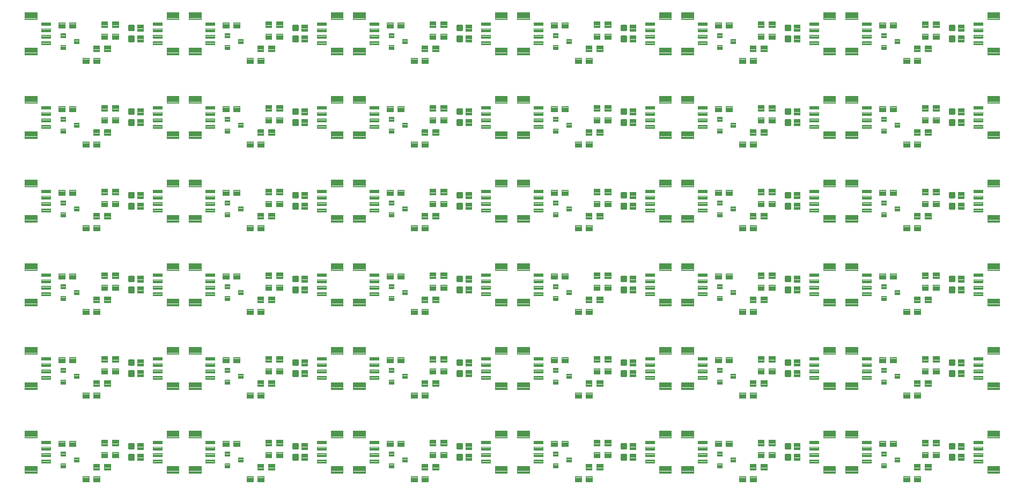
<source format=gtp>
G04 EAGLE Gerber RS-274X export*
G75*
%MOMM*%
%FSLAX34Y34*%
%LPD*%
%INSolderpaste Top*%
%IPPOS*%
%AMOC8*
5,1,8,0,0,1.08239X$1,22.5*%
G01*
%ADD10C,0.100000*%
%ADD11C,0.102000*%
%ADD12C,0.096000*%
%ADD13C,0.300000*%
%ADD14C,0.104000*%


D10*
X136200Y98370D02*
X126200Y98370D01*
X126200Y107370D01*
X136200Y107370D01*
X136200Y98370D01*
X136200Y99320D02*
X126200Y99320D01*
X126200Y100270D02*
X136200Y100270D01*
X136200Y101220D02*
X126200Y101220D01*
X126200Y102170D02*
X136200Y102170D01*
X136200Y103120D02*
X126200Y103120D01*
X126200Y104070D02*
X136200Y104070D01*
X136200Y105020D02*
X126200Y105020D01*
X126200Y105970D02*
X136200Y105970D01*
X136200Y106920D02*
X126200Y106920D01*
X143200Y98370D02*
X153200Y98370D01*
X143200Y98370D02*
X143200Y107370D01*
X153200Y107370D01*
X153200Y98370D01*
X153200Y99320D02*
X143200Y99320D01*
X143200Y100270D02*
X153200Y100270D01*
X153200Y101220D02*
X143200Y101220D01*
X143200Y102170D02*
X153200Y102170D01*
X153200Y103120D02*
X143200Y103120D01*
X143200Y104070D02*
X153200Y104070D01*
X153200Y105020D02*
X143200Y105020D01*
X143200Y105970D02*
X153200Y105970D01*
X153200Y106920D02*
X143200Y106920D01*
X106990Y41220D02*
X96990Y41220D01*
X96990Y50220D01*
X106990Y50220D01*
X106990Y41220D01*
X106990Y42170D02*
X96990Y42170D01*
X96990Y43120D02*
X106990Y43120D01*
X106990Y44070D02*
X96990Y44070D01*
X96990Y45020D02*
X106990Y45020D01*
X106990Y45970D02*
X96990Y45970D01*
X96990Y46920D02*
X106990Y46920D01*
X106990Y47870D02*
X96990Y47870D01*
X96990Y48820D02*
X106990Y48820D01*
X106990Y49770D02*
X96990Y49770D01*
X113990Y41220D02*
X123990Y41220D01*
X113990Y41220D02*
X113990Y50220D01*
X123990Y50220D01*
X123990Y41220D01*
X123990Y42170D02*
X113990Y42170D01*
X113990Y43120D02*
X123990Y43120D01*
X123990Y44070D02*
X113990Y44070D01*
X113990Y45020D02*
X123990Y45020D01*
X123990Y45970D02*
X113990Y45970D01*
X113990Y46920D02*
X123990Y46920D01*
X123990Y47870D02*
X113990Y47870D01*
X113990Y48820D02*
X123990Y48820D01*
X123990Y49770D02*
X113990Y49770D01*
X143200Y88320D02*
X153200Y88320D01*
X153200Y79320D01*
X143200Y79320D01*
X143200Y88320D01*
X143200Y80270D02*
X153200Y80270D01*
X153200Y81220D02*
X143200Y81220D01*
X143200Y82170D02*
X153200Y82170D01*
X153200Y83120D02*
X143200Y83120D01*
X143200Y84070D02*
X153200Y84070D01*
X153200Y85020D02*
X143200Y85020D01*
X143200Y85970D02*
X153200Y85970D01*
X153200Y86920D02*
X143200Y86920D01*
X143200Y87870D02*
X153200Y87870D01*
X136200Y88320D02*
X126200Y88320D01*
X136200Y88320D02*
X136200Y79320D01*
X126200Y79320D01*
X126200Y88320D01*
X126200Y80270D02*
X136200Y80270D01*
X136200Y81220D02*
X126200Y81220D01*
X126200Y82170D02*
X136200Y82170D01*
X136200Y83120D02*
X126200Y83120D01*
X126200Y84070D02*
X136200Y84070D01*
X136200Y85020D02*
X126200Y85020D01*
X126200Y85970D02*
X136200Y85970D01*
X136200Y86920D02*
X126200Y86920D01*
X126200Y87870D02*
X136200Y87870D01*
D11*
X46480Y76390D02*
X46480Y71410D01*
X32000Y71410D01*
X32000Y76390D01*
X46480Y76390D01*
X46480Y72379D02*
X32000Y72379D01*
X32000Y73348D02*
X46480Y73348D01*
X46480Y74317D02*
X32000Y74317D01*
X32000Y75286D02*
X46480Y75286D01*
X46480Y76255D02*
X32000Y76255D01*
X46480Y81410D02*
X46480Y86390D01*
X46480Y81410D02*
X32000Y81410D01*
X32000Y86390D01*
X46480Y86390D01*
X46480Y82379D02*
X32000Y82379D01*
X32000Y83348D02*
X46480Y83348D01*
X46480Y84317D02*
X32000Y84317D01*
X32000Y85286D02*
X46480Y85286D01*
X46480Y86255D02*
X32000Y86255D01*
X46480Y91410D02*
X46480Y96390D01*
X46480Y91410D02*
X32000Y91410D01*
X32000Y96390D01*
X46480Y96390D01*
X46480Y92379D02*
X32000Y92379D01*
X32000Y93348D02*
X46480Y93348D01*
X46480Y94317D02*
X32000Y94317D01*
X32000Y95286D02*
X46480Y95286D01*
X46480Y96255D02*
X32000Y96255D01*
X46480Y101410D02*
X46480Y106390D01*
X46480Y101410D02*
X32000Y101410D01*
X32000Y106390D01*
X46480Y106390D01*
X46480Y102379D02*
X32000Y102379D01*
X32000Y103348D02*
X46480Y103348D01*
X46480Y104317D02*
X32000Y104317D01*
X32000Y105286D02*
X46480Y105286D01*
X46480Y106255D02*
X32000Y106255D01*
D12*
X24510Y66420D02*
X24510Y55380D01*
X5470Y55380D01*
X5470Y66420D01*
X24510Y66420D01*
X24510Y56292D02*
X5470Y56292D01*
X5470Y57204D02*
X24510Y57204D01*
X24510Y58116D02*
X5470Y58116D01*
X5470Y59028D02*
X24510Y59028D01*
X24510Y59940D02*
X5470Y59940D01*
X5470Y60852D02*
X24510Y60852D01*
X24510Y61764D02*
X5470Y61764D01*
X5470Y62676D02*
X24510Y62676D01*
X24510Y63588D02*
X5470Y63588D01*
X5470Y64500D02*
X24510Y64500D01*
X24510Y65412D02*
X5470Y65412D01*
X5470Y66324D02*
X24510Y66324D01*
X24510Y111380D02*
X24510Y122420D01*
X24510Y111380D02*
X5470Y111380D01*
X5470Y122420D01*
X24510Y122420D01*
X24510Y112292D02*
X5470Y112292D01*
X5470Y113204D02*
X24510Y113204D01*
X24510Y114116D02*
X5470Y114116D01*
X5470Y115028D02*
X24510Y115028D01*
X24510Y115940D02*
X5470Y115940D01*
X5470Y116852D02*
X24510Y116852D01*
X24510Y117764D02*
X5470Y117764D01*
X5470Y118676D02*
X24510Y118676D01*
X24510Y119588D02*
X5470Y119588D01*
X5470Y120500D02*
X24510Y120500D01*
X24510Y121412D02*
X5470Y121412D01*
X5470Y122324D02*
X24510Y122324D01*
D11*
X207520Y106390D02*
X207520Y101410D01*
X207520Y106390D02*
X222000Y106390D01*
X222000Y101410D01*
X207520Y101410D01*
X207520Y102379D02*
X222000Y102379D01*
X222000Y103348D02*
X207520Y103348D01*
X207520Y104317D02*
X222000Y104317D01*
X222000Y105286D02*
X207520Y105286D01*
X207520Y106255D02*
X222000Y106255D01*
X207520Y96390D02*
X207520Y91410D01*
X207520Y96390D02*
X222000Y96390D01*
X222000Y91410D01*
X207520Y91410D01*
X207520Y92379D02*
X222000Y92379D01*
X222000Y93348D02*
X207520Y93348D01*
X207520Y94317D02*
X222000Y94317D01*
X222000Y95286D02*
X207520Y95286D01*
X207520Y96255D02*
X222000Y96255D01*
X207520Y86390D02*
X207520Y81410D01*
X207520Y86390D02*
X222000Y86390D01*
X222000Y81410D01*
X207520Y81410D01*
X207520Y82379D02*
X222000Y82379D01*
X222000Y83348D02*
X207520Y83348D01*
X207520Y84317D02*
X222000Y84317D01*
X222000Y85286D02*
X207520Y85286D01*
X207520Y86255D02*
X222000Y86255D01*
X207520Y76390D02*
X207520Y71410D01*
X207520Y76390D02*
X222000Y76390D01*
X222000Y71410D01*
X207520Y71410D01*
X207520Y72379D02*
X222000Y72379D01*
X222000Y73348D02*
X207520Y73348D01*
X207520Y74317D02*
X222000Y74317D01*
X222000Y75286D02*
X207520Y75286D01*
X207520Y76255D02*
X222000Y76255D01*
D12*
X229490Y111380D02*
X229490Y122420D01*
X248530Y122420D01*
X248530Y111380D01*
X229490Y111380D01*
X229490Y112292D02*
X248530Y112292D01*
X248530Y113204D02*
X229490Y113204D01*
X229490Y114116D02*
X248530Y114116D01*
X248530Y115028D02*
X229490Y115028D01*
X229490Y115940D02*
X248530Y115940D01*
X248530Y116852D02*
X229490Y116852D01*
X229490Y117764D02*
X248530Y117764D01*
X248530Y118676D02*
X229490Y118676D01*
X229490Y119588D02*
X248530Y119588D01*
X248530Y120500D02*
X229490Y120500D01*
X229490Y121412D02*
X248530Y121412D01*
X248530Y122324D02*
X229490Y122324D01*
X229490Y66420D02*
X229490Y55380D01*
X229490Y66420D02*
X248530Y66420D01*
X248530Y55380D01*
X229490Y55380D01*
X229490Y56292D02*
X248530Y56292D01*
X248530Y57204D02*
X229490Y57204D01*
X229490Y58116D02*
X248530Y58116D01*
X248530Y59028D02*
X229490Y59028D01*
X229490Y59940D02*
X248530Y59940D01*
X248530Y60852D02*
X229490Y60852D01*
X229490Y61764D02*
X248530Y61764D01*
X248530Y62676D02*
X229490Y62676D01*
X229490Y63588D02*
X248530Y63588D01*
X248530Y64500D02*
X229490Y64500D01*
X229490Y65412D02*
X248530Y65412D01*
X248530Y66324D02*
X229490Y66324D01*
D10*
X123500Y60270D02*
X113500Y60270D01*
X113500Y69270D01*
X123500Y69270D01*
X123500Y60270D01*
X123500Y61220D02*
X113500Y61220D01*
X113500Y62170D02*
X123500Y62170D01*
X123500Y63120D02*
X113500Y63120D01*
X113500Y64070D02*
X123500Y64070D01*
X123500Y65020D02*
X113500Y65020D01*
X113500Y65970D02*
X123500Y65970D01*
X123500Y66920D02*
X113500Y66920D01*
X113500Y67870D02*
X123500Y67870D01*
X123500Y68820D02*
X113500Y68820D01*
X130500Y60270D02*
X140500Y60270D01*
X130500Y60270D02*
X130500Y69270D01*
X140500Y69270D01*
X140500Y60270D01*
X140500Y61220D02*
X130500Y61220D01*
X130500Y62170D02*
X140500Y62170D01*
X140500Y63120D02*
X130500Y63120D01*
X130500Y64070D02*
X140500Y64070D01*
X140500Y65020D02*
X130500Y65020D01*
X130500Y65970D02*
X140500Y65970D01*
X140500Y66920D02*
X130500Y66920D01*
X130500Y67870D02*
X140500Y67870D01*
X140500Y68820D02*
X130500Y68820D01*
D13*
X170490Y83630D02*
X177490Y83630D01*
X177490Y76630D01*
X170490Y76630D01*
X170490Y83630D01*
X170490Y79480D02*
X177490Y79480D01*
X177490Y82330D02*
X170490Y82330D01*
X170490Y101170D02*
X177490Y101170D01*
X177490Y94170D01*
X170490Y94170D01*
X170490Y101170D01*
X170490Y97020D02*
X177490Y97020D01*
X177490Y99870D02*
X170490Y99870D01*
D10*
X183460Y102400D02*
X183460Y92400D01*
X183460Y102400D02*
X192460Y102400D01*
X192460Y92400D01*
X183460Y92400D01*
X183460Y93350D02*
X192460Y93350D01*
X192460Y94300D02*
X183460Y94300D01*
X183460Y95250D02*
X192460Y95250D01*
X192460Y96200D02*
X183460Y96200D01*
X183460Y97150D02*
X192460Y97150D01*
X192460Y98100D02*
X183460Y98100D01*
X183460Y99050D02*
X192460Y99050D01*
X192460Y100000D02*
X183460Y100000D01*
X183460Y100950D02*
X192460Y100950D01*
X192460Y101900D02*
X183460Y101900D01*
X183460Y85400D02*
X183460Y75400D01*
X183460Y85400D02*
X192460Y85400D01*
X192460Y75400D01*
X183460Y75400D01*
X183460Y76350D02*
X192460Y76350D01*
X192460Y77300D02*
X183460Y77300D01*
X183460Y78250D02*
X192460Y78250D01*
X192460Y79200D02*
X183460Y79200D01*
X183460Y80150D02*
X192460Y80150D01*
X192460Y81100D02*
X183460Y81100D01*
X183460Y82050D02*
X192460Y82050D01*
X192460Y83000D02*
X183460Y83000D01*
X183460Y83950D02*
X192460Y83950D01*
X192460Y84900D02*
X183460Y84900D01*
D14*
X62220Y82220D02*
X62220Y89180D01*
X70180Y89180D01*
X70180Y82220D01*
X62220Y82220D01*
X62220Y83208D02*
X70180Y83208D01*
X70180Y84196D02*
X62220Y84196D01*
X62220Y85184D02*
X70180Y85184D01*
X70180Y86172D02*
X62220Y86172D01*
X62220Y87160D02*
X70180Y87160D01*
X70180Y88148D02*
X62220Y88148D01*
X62220Y89136D02*
X70180Y89136D01*
X62220Y70180D02*
X62220Y63220D01*
X62220Y70180D02*
X70180Y70180D01*
X70180Y63220D01*
X62220Y63220D01*
X62220Y64208D02*
X70180Y64208D01*
X70180Y65196D02*
X62220Y65196D01*
X62220Y66184D02*
X70180Y66184D01*
X70180Y67172D02*
X62220Y67172D01*
X62220Y68160D02*
X70180Y68160D01*
X70180Y69148D02*
X62220Y69148D01*
X62220Y70136D02*
X70180Y70136D01*
X83220Y72720D02*
X83220Y79680D01*
X91180Y79680D01*
X91180Y72720D01*
X83220Y72720D01*
X83220Y73708D02*
X91180Y73708D01*
X91180Y74696D02*
X83220Y74696D01*
X83220Y75684D02*
X91180Y75684D01*
X91180Y76672D02*
X83220Y76672D01*
X83220Y77660D02*
X91180Y77660D01*
X91180Y78648D02*
X83220Y78648D01*
X83220Y79636D02*
X91180Y79636D01*
D10*
X68890Y97100D02*
X58890Y97100D01*
X58890Y106100D01*
X68890Y106100D01*
X68890Y97100D01*
X68890Y98050D02*
X58890Y98050D01*
X58890Y99000D02*
X68890Y99000D01*
X68890Y99950D02*
X58890Y99950D01*
X58890Y100900D02*
X68890Y100900D01*
X68890Y101850D02*
X58890Y101850D01*
X58890Y102800D02*
X68890Y102800D01*
X68890Y103750D02*
X58890Y103750D01*
X58890Y104700D02*
X68890Y104700D01*
X68890Y105650D02*
X58890Y105650D01*
X75890Y97100D02*
X85890Y97100D01*
X75890Y97100D02*
X75890Y106100D01*
X85890Y106100D01*
X85890Y97100D01*
X85890Y98050D02*
X75890Y98050D01*
X75890Y99000D02*
X85890Y99000D01*
X85890Y99950D02*
X75890Y99950D01*
X75890Y100900D02*
X85890Y100900D01*
X85890Y101850D02*
X75890Y101850D01*
X75890Y102800D02*
X85890Y102800D01*
X85890Y103750D02*
X75890Y103750D01*
X75890Y104700D02*
X85890Y104700D01*
X85890Y105650D02*
X75890Y105650D01*
X385280Y98370D02*
X395280Y98370D01*
X385280Y98370D02*
X385280Y107370D01*
X395280Y107370D01*
X395280Y98370D01*
X395280Y99320D02*
X385280Y99320D01*
X385280Y100270D02*
X395280Y100270D01*
X395280Y101220D02*
X385280Y101220D01*
X385280Y102170D02*
X395280Y102170D01*
X395280Y103120D02*
X385280Y103120D01*
X385280Y104070D02*
X395280Y104070D01*
X395280Y105020D02*
X385280Y105020D01*
X385280Y105970D02*
X395280Y105970D01*
X395280Y106920D02*
X385280Y106920D01*
X402280Y98370D02*
X412280Y98370D01*
X402280Y98370D02*
X402280Y107370D01*
X412280Y107370D01*
X412280Y98370D01*
X412280Y99320D02*
X402280Y99320D01*
X402280Y100270D02*
X412280Y100270D01*
X412280Y101220D02*
X402280Y101220D01*
X402280Y102170D02*
X412280Y102170D01*
X412280Y103120D02*
X402280Y103120D01*
X402280Y104070D02*
X412280Y104070D01*
X412280Y105020D02*
X402280Y105020D01*
X402280Y105970D02*
X412280Y105970D01*
X412280Y106920D02*
X402280Y106920D01*
X366070Y41220D02*
X356070Y41220D01*
X356070Y50220D01*
X366070Y50220D01*
X366070Y41220D01*
X366070Y42170D02*
X356070Y42170D01*
X356070Y43120D02*
X366070Y43120D01*
X366070Y44070D02*
X356070Y44070D01*
X356070Y45020D02*
X366070Y45020D01*
X366070Y45970D02*
X356070Y45970D01*
X356070Y46920D02*
X366070Y46920D01*
X366070Y47870D02*
X356070Y47870D01*
X356070Y48820D02*
X366070Y48820D01*
X366070Y49770D02*
X356070Y49770D01*
X373070Y41220D02*
X383070Y41220D01*
X373070Y41220D02*
X373070Y50220D01*
X383070Y50220D01*
X383070Y41220D01*
X383070Y42170D02*
X373070Y42170D01*
X373070Y43120D02*
X383070Y43120D01*
X383070Y44070D02*
X373070Y44070D01*
X373070Y45020D02*
X383070Y45020D01*
X383070Y45970D02*
X373070Y45970D01*
X373070Y46920D02*
X383070Y46920D01*
X383070Y47870D02*
X373070Y47870D01*
X373070Y48820D02*
X383070Y48820D01*
X383070Y49770D02*
X373070Y49770D01*
X402280Y88320D02*
X412280Y88320D01*
X412280Y79320D01*
X402280Y79320D01*
X402280Y88320D01*
X402280Y80270D02*
X412280Y80270D01*
X412280Y81220D02*
X402280Y81220D01*
X402280Y82170D02*
X412280Y82170D01*
X412280Y83120D02*
X402280Y83120D01*
X402280Y84070D02*
X412280Y84070D01*
X412280Y85020D02*
X402280Y85020D01*
X402280Y85970D02*
X412280Y85970D01*
X412280Y86920D02*
X402280Y86920D01*
X402280Y87870D02*
X412280Y87870D01*
X395280Y88320D02*
X385280Y88320D01*
X395280Y88320D02*
X395280Y79320D01*
X385280Y79320D01*
X385280Y88320D01*
X385280Y80270D02*
X395280Y80270D01*
X395280Y81220D02*
X385280Y81220D01*
X385280Y82170D02*
X395280Y82170D01*
X395280Y83120D02*
X385280Y83120D01*
X385280Y84070D02*
X395280Y84070D01*
X395280Y85020D02*
X385280Y85020D01*
X385280Y85970D02*
X395280Y85970D01*
X395280Y86920D02*
X385280Y86920D01*
X385280Y87870D02*
X395280Y87870D01*
D11*
X305560Y76390D02*
X305560Y71410D01*
X291080Y71410D01*
X291080Y76390D01*
X305560Y76390D01*
X305560Y72379D02*
X291080Y72379D01*
X291080Y73348D02*
X305560Y73348D01*
X305560Y74317D02*
X291080Y74317D01*
X291080Y75286D02*
X305560Y75286D01*
X305560Y76255D02*
X291080Y76255D01*
X305560Y81410D02*
X305560Y86390D01*
X305560Y81410D02*
X291080Y81410D01*
X291080Y86390D01*
X305560Y86390D01*
X305560Y82379D02*
X291080Y82379D01*
X291080Y83348D02*
X305560Y83348D01*
X305560Y84317D02*
X291080Y84317D01*
X291080Y85286D02*
X305560Y85286D01*
X305560Y86255D02*
X291080Y86255D01*
X305560Y91410D02*
X305560Y96390D01*
X305560Y91410D02*
X291080Y91410D01*
X291080Y96390D01*
X305560Y96390D01*
X305560Y92379D02*
X291080Y92379D01*
X291080Y93348D02*
X305560Y93348D01*
X305560Y94317D02*
X291080Y94317D01*
X291080Y95286D02*
X305560Y95286D01*
X305560Y96255D02*
X291080Y96255D01*
X305560Y101410D02*
X305560Y106390D01*
X305560Y101410D02*
X291080Y101410D01*
X291080Y106390D01*
X305560Y106390D01*
X305560Y102379D02*
X291080Y102379D01*
X291080Y103348D02*
X305560Y103348D01*
X305560Y104317D02*
X291080Y104317D01*
X291080Y105286D02*
X305560Y105286D01*
X305560Y106255D02*
X291080Y106255D01*
D12*
X283590Y66420D02*
X283590Y55380D01*
X264550Y55380D01*
X264550Y66420D01*
X283590Y66420D01*
X283590Y56292D02*
X264550Y56292D01*
X264550Y57204D02*
X283590Y57204D01*
X283590Y58116D02*
X264550Y58116D01*
X264550Y59028D02*
X283590Y59028D01*
X283590Y59940D02*
X264550Y59940D01*
X264550Y60852D02*
X283590Y60852D01*
X283590Y61764D02*
X264550Y61764D01*
X264550Y62676D02*
X283590Y62676D01*
X283590Y63588D02*
X264550Y63588D01*
X264550Y64500D02*
X283590Y64500D01*
X283590Y65412D02*
X264550Y65412D01*
X264550Y66324D02*
X283590Y66324D01*
X283590Y111380D02*
X283590Y122420D01*
X283590Y111380D02*
X264550Y111380D01*
X264550Y122420D01*
X283590Y122420D01*
X283590Y112292D02*
X264550Y112292D01*
X264550Y113204D02*
X283590Y113204D01*
X283590Y114116D02*
X264550Y114116D01*
X264550Y115028D02*
X283590Y115028D01*
X283590Y115940D02*
X264550Y115940D01*
X264550Y116852D02*
X283590Y116852D01*
X283590Y117764D02*
X264550Y117764D01*
X264550Y118676D02*
X283590Y118676D01*
X283590Y119588D02*
X264550Y119588D01*
X264550Y120500D02*
X283590Y120500D01*
X283590Y121412D02*
X264550Y121412D01*
X264550Y122324D02*
X283590Y122324D01*
D11*
X466600Y106390D02*
X466600Y101410D01*
X466600Y106390D02*
X481080Y106390D01*
X481080Y101410D01*
X466600Y101410D01*
X466600Y102379D02*
X481080Y102379D01*
X481080Y103348D02*
X466600Y103348D01*
X466600Y104317D02*
X481080Y104317D01*
X481080Y105286D02*
X466600Y105286D01*
X466600Y106255D02*
X481080Y106255D01*
X466600Y96390D02*
X466600Y91410D01*
X466600Y96390D02*
X481080Y96390D01*
X481080Y91410D01*
X466600Y91410D01*
X466600Y92379D02*
X481080Y92379D01*
X481080Y93348D02*
X466600Y93348D01*
X466600Y94317D02*
X481080Y94317D01*
X481080Y95286D02*
X466600Y95286D01*
X466600Y96255D02*
X481080Y96255D01*
X466600Y86390D02*
X466600Y81410D01*
X466600Y86390D02*
X481080Y86390D01*
X481080Y81410D01*
X466600Y81410D01*
X466600Y82379D02*
X481080Y82379D01*
X481080Y83348D02*
X466600Y83348D01*
X466600Y84317D02*
X481080Y84317D01*
X481080Y85286D02*
X466600Y85286D01*
X466600Y86255D02*
X481080Y86255D01*
X466600Y76390D02*
X466600Y71410D01*
X466600Y76390D02*
X481080Y76390D01*
X481080Y71410D01*
X466600Y71410D01*
X466600Y72379D02*
X481080Y72379D01*
X481080Y73348D02*
X466600Y73348D01*
X466600Y74317D02*
X481080Y74317D01*
X481080Y75286D02*
X466600Y75286D01*
X466600Y76255D02*
X481080Y76255D01*
D12*
X488570Y111380D02*
X488570Y122420D01*
X507610Y122420D01*
X507610Y111380D01*
X488570Y111380D01*
X488570Y112292D02*
X507610Y112292D01*
X507610Y113204D02*
X488570Y113204D01*
X488570Y114116D02*
X507610Y114116D01*
X507610Y115028D02*
X488570Y115028D01*
X488570Y115940D02*
X507610Y115940D01*
X507610Y116852D02*
X488570Y116852D01*
X488570Y117764D02*
X507610Y117764D01*
X507610Y118676D02*
X488570Y118676D01*
X488570Y119588D02*
X507610Y119588D01*
X507610Y120500D02*
X488570Y120500D01*
X488570Y121412D02*
X507610Y121412D01*
X507610Y122324D02*
X488570Y122324D01*
X488570Y66420D02*
X488570Y55380D01*
X488570Y66420D02*
X507610Y66420D01*
X507610Y55380D01*
X488570Y55380D01*
X488570Y56292D02*
X507610Y56292D01*
X507610Y57204D02*
X488570Y57204D01*
X488570Y58116D02*
X507610Y58116D01*
X507610Y59028D02*
X488570Y59028D01*
X488570Y59940D02*
X507610Y59940D01*
X507610Y60852D02*
X488570Y60852D01*
X488570Y61764D02*
X507610Y61764D01*
X507610Y62676D02*
X488570Y62676D01*
X488570Y63588D02*
X507610Y63588D01*
X507610Y64500D02*
X488570Y64500D01*
X488570Y65412D02*
X507610Y65412D01*
X507610Y66324D02*
X488570Y66324D01*
D10*
X382580Y60270D02*
X372580Y60270D01*
X372580Y69270D01*
X382580Y69270D01*
X382580Y60270D01*
X382580Y61220D02*
X372580Y61220D01*
X372580Y62170D02*
X382580Y62170D01*
X382580Y63120D02*
X372580Y63120D01*
X372580Y64070D02*
X382580Y64070D01*
X382580Y65020D02*
X372580Y65020D01*
X372580Y65970D02*
X382580Y65970D01*
X382580Y66920D02*
X372580Y66920D01*
X372580Y67870D02*
X382580Y67870D01*
X382580Y68820D02*
X372580Y68820D01*
X389580Y60270D02*
X399580Y60270D01*
X389580Y60270D02*
X389580Y69270D01*
X399580Y69270D01*
X399580Y60270D01*
X399580Y61220D02*
X389580Y61220D01*
X389580Y62170D02*
X399580Y62170D01*
X399580Y63120D02*
X389580Y63120D01*
X389580Y64070D02*
X399580Y64070D01*
X399580Y65020D02*
X389580Y65020D01*
X389580Y65970D02*
X399580Y65970D01*
X399580Y66920D02*
X389580Y66920D01*
X389580Y67870D02*
X399580Y67870D01*
X399580Y68820D02*
X389580Y68820D01*
D13*
X429570Y83630D02*
X436570Y83630D01*
X436570Y76630D01*
X429570Y76630D01*
X429570Y83630D01*
X429570Y79480D02*
X436570Y79480D01*
X436570Y82330D02*
X429570Y82330D01*
X429570Y101170D02*
X436570Y101170D01*
X436570Y94170D01*
X429570Y94170D01*
X429570Y101170D01*
X429570Y97020D02*
X436570Y97020D01*
X436570Y99870D02*
X429570Y99870D01*
D10*
X442540Y102400D02*
X442540Y92400D01*
X442540Y102400D02*
X451540Y102400D01*
X451540Y92400D01*
X442540Y92400D01*
X442540Y93350D02*
X451540Y93350D01*
X451540Y94300D02*
X442540Y94300D01*
X442540Y95250D02*
X451540Y95250D01*
X451540Y96200D02*
X442540Y96200D01*
X442540Y97150D02*
X451540Y97150D01*
X451540Y98100D02*
X442540Y98100D01*
X442540Y99050D02*
X451540Y99050D01*
X451540Y100000D02*
X442540Y100000D01*
X442540Y100950D02*
X451540Y100950D01*
X451540Y101900D02*
X442540Y101900D01*
X442540Y85400D02*
X442540Y75400D01*
X442540Y85400D02*
X451540Y85400D01*
X451540Y75400D01*
X442540Y75400D01*
X442540Y76350D02*
X451540Y76350D01*
X451540Y77300D02*
X442540Y77300D01*
X442540Y78250D02*
X451540Y78250D01*
X451540Y79200D02*
X442540Y79200D01*
X442540Y80150D02*
X451540Y80150D01*
X451540Y81100D02*
X442540Y81100D01*
X442540Y82050D02*
X451540Y82050D01*
X451540Y83000D02*
X442540Y83000D01*
X442540Y83950D02*
X451540Y83950D01*
X451540Y84900D02*
X442540Y84900D01*
D14*
X321300Y82220D02*
X321300Y89180D01*
X329260Y89180D01*
X329260Y82220D01*
X321300Y82220D01*
X321300Y83208D02*
X329260Y83208D01*
X329260Y84196D02*
X321300Y84196D01*
X321300Y85184D02*
X329260Y85184D01*
X329260Y86172D02*
X321300Y86172D01*
X321300Y87160D02*
X329260Y87160D01*
X329260Y88148D02*
X321300Y88148D01*
X321300Y89136D02*
X329260Y89136D01*
X321300Y70180D02*
X321300Y63220D01*
X321300Y70180D02*
X329260Y70180D01*
X329260Y63220D01*
X321300Y63220D01*
X321300Y64208D02*
X329260Y64208D01*
X329260Y65196D02*
X321300Y65196D01*
X321300Y66184D02*
X329260Y66184D01*
X329260Y67172D02*
X321300Y67172D01*
X321300Y68160D02*
X329260Y68160D01*
X329260Y69148D02*
X321300Y69148D01*
X321300Y70136D02*
X329260Y70136D01*
X342300Y72720D02*
X342300Y79680D01*
X350260Y79680D01*
X350260Y72720D01*
X342300Y72720D01*
X342300Y73708D02*
X350260Y73708D01*
X350260Y74696D02*
X342300Y74696D01*
X342300Y75684D02*
X350260Y75684D01*
X350260Y76672D02*
X342300Y76672D01*
X342300Y77660D02*
X350260Y77660D01*
X350260Y78648D02*
X342300Y78648D01*
X342300Y79636D02*
X350260Y79636D01*
D10*
X327970Y97100D02*
X317970Y97100D01*
X317970Y106100D01*
X327970Y106100D01*
X327970Y97100D01*
X327970Y98050D02*
X317970Y98050D01*
X317970Y99000D02*
X327970Y99000D01*
X327970Y99950D02*
X317970Y99950D01*
X317970Y100900D02*
X327970Y100900D01*
X327970Y101850D02*
X317970Y101850D01*
X317970Y102800D02*
X327970Y102800D01*
X327970Y103750D02*
X317970Y103750D01*
X317970Y104700D02*
X327970Y104700D01*
X327970Y105650D02*
X317970Y105650D01*
X334970Y97100D02*
X344970Y97100D01*
X334970Y97100D02*
X334970Y106100D01*
X344970Y106100D01*
X344970Y97100D01*
X344970Y98050D02*
X334970Y98050D01*
X334970Y99000D02*
X344970Y99000D01*
X344970Y99950D02*
X334970Y99950D01*
X334970Y100900D02*
X344970Y100900D01*
X344970Y101850D02*
X334970Y101850D01*
X334970Y102800D02*
X344970Y102800D01*
X344970Y103750D02*
X334970Y103750D01*
X334970Y104700D02*
X344970Y104700D01*
X344970Y105650D02*
X334970Y105650D01*
X644360Y98370D02*
X654360Y98370D01*
X644360Y98370D02*
X644360Y107370D01*
X654360Y107370D01*
X654360Y98370D01*
X654360Y99320D02*
X644360Y99320D01*
X644360Y100270D02*
X654360Y100270D01*
X654360Y101220D02*
X644360Y101220D01*
X644360Y102170D02*
X654360Y102170D01*
X654360Y103120D02*
X644360Y103120D01*
X644360Y104070D02*
X654360Y104070D01*
X654360Y105020D02*
X644360Y105020D01*
X644360Y105970D02*
X654360Y105970D01*
X654360Y106920D02*
X644360Y106920D01*
X661360Y98370D02*
X671360Y98370D01*
X661360Y98370D02*
X661360Y107370D01*
X671360Y107370D01*
X671360Y98370D01*
X671360Y99320D02*
X661360Y99320D01*
X661360Y100270D02*
X671360Y100270D01*
X671360Y101220D02*
X661360Y101220D01*
X661360Y102170D02*
X671360Y102170D01*
X671360Y103120D02*
X661360Y103120D01*
X661360Y104070D02*
X671360Y104070D01*
X671360Y105020D02*
X661360Y105020D01*
X661360Y105970D02*
X671360Y105970D01*
X671360Y106920D02*
X661360Y106920D01*
X625150Y41220D02*
X615150Y41220D01*
X615150Y50220D01*
X625150Y50220D01*
X625150Y41220D01*
X625150Y42170D02*
X615150Y42170D01*
X615150Y43120D02*
X625150Y43120D01*
X625150Y44070D02*
X615150Y44070D01*
X615150Y45020D02*
X625150Y45020D01*
X625150Y45970D02*
X615150Y45970D01*
X615150Y46920D02*
X625150Y46920D01*
X625150Y47870D02*
X615150Y47870D01*
X615150Y48820D02*
X625150Y48820D01*
X625150Y49770D02*
X615150Y49770D01*
X632150Y41220D02*
X642150Y41220D01*
X632150Y41220D02*
X632150Y50220D01*
X642150Y50220D01*
X642150Y41220D01*
X642150Y42170D02*
X632150Y42170D01*
X632150Y43120D02*
X642150Y43120D01*
X642150Y44070D02*
X632150Y44070D01*
X632150Y45020D02*
X642150Y45020D01*
X642150Y45970D02*
X632150Y45970D01*
X632150Y46920D02*
X642150Y46920D01*
X642150Y47870D02*
X632150Y47870D01*
X632150Y48820D02*
X642150Y48820D01*
X642150Y49770D02*
X632150Y49770D01*
X661360Y88320D02*
X671360Y88320D01*
X671360Y79320D01*
X661360Y79320D01*
X661360Y88320D01*
X661360Y80270D02*
X671360Y80270D01*
X671360Y81220D02*
X661360Y81220D01*
X661360Y82170D02*
X671360Y82170D01*
X671360Y83120D02*
X661360Y83120D01*
X661360Y84070D02*
X671360Y84070D01*
X671360Y85020D02*
X661360Y85020D01*
X661360Y85970D02*
X671360Y85970D01*
X671360Y86920D02*
X661360Y86920D01*
X661360Y87870D02*
X671360Y87870D01*
X654360Y88320D02*
X644360Y88320D01*
X654360Y88320D02*
X654360Y79320D01*
X644360Y79320D01*
X644360Y88320D01*
X644360Y80270D02*
X654360Y80270D01*
X654360Y81220D02*
X644360Y81220D01*
X644360Y82170D02*
X654360Y82170D01*
X654360Y83120D02*
X644360Y83120D01*
X644360Y84070D02*
X654360Y84070D01*
X654360Y85020D02*
X644360Y85020D01*
X644360Y85970D02*
X654360Y85970D01*
X654360Y86920D02*
X644360Y86920D01*
X644360Y87870D02*
X654360Y87870D01*
D11*
X564640Y76390D02*
X564640Y71410D01*
X550160Y71410D01*
X550160Y76390D01*
X564640Y76390D01*
X564640Y72379D02*
X550160Y72379D01*
X550160Y73348D02*
X564640Y73348D01*
X564640Y74317D02*
X550160Y74317D01*
X550160Y75286D02*
X564640Y75286D01*
X564640Y76255D02*
X550160Y76255D01*
X564640Y81410D02*
X564640Y86390D01*
X564640Y81410D02*
X550160Y81410D01*
X550160Y86390D01*
X564640Y86390D01*
X564640Y82379D02*
X550160Y82379D01*
X550160Y83348D02*
X564640Y83348D01*
X564640Y84317D02*
X550160Y84317D01*
X550160Y85286D02*
X564640Y85286D01*
X564640Y86255D02*
X550160Y86255D01*
X564640Y91410D02*
X564640Y96390D01*
X564640Y91410D02*
X550160Y91410D01*
X550160Y96390D01*
X564640Y96390D01*
X564640Y92379D02*
X550160Y92379D01*
X550160Y93348D02*
X564640Y93348D01*
X564640Y94317D02*
X550160Y94317D01*
X550160Y95286D02*
X564640Y95286D01*
X564640Y96255D02*
X550160Y96255D01*
X564640Y101410D02*
X564640Y106390D01*
X564640Y101410D02*
X550160Y101410D01*
X550160Y106390D01*
X564640Y106390D01*
X564640Y102379D02*
X550160Y102379D01*
X550160Y103348D02*
X564640Y103348D01*
X564640Y104317D02*
X550160Y104317D01*
X550160Y105286D02*
X564640Y105286D01*
X564640Y106255D02*
X550160Y106255D01*
D12*
X542670Y66420D02*
X542670Y55380D01*
X523630Y55380D01*
X523630Y66420D01*
X542670Y66420D01*
X542670Y56292D02*
X523630Y56292D01*
X523630Y57204D02*
X542670Y57204D01*
X542670Y58116D02*
X523630Y58116D01*
X523630Y59028D02*
X542670Y59028D01*
X542670Y59940D02*
X523630Y59940D01*
X523630Y60852D02*
X542670Y60852D01*
X542670Y61764D02*
X523630Y61764D01*
X523630Y62676D02*
X542670Y62676D01*
X542670Y63588D02*
X523630Y63588D01*
X523630Y64500D02*
X542670Y64500D01*
X542670Y65412D02*
X523630Y65412D01*
X523630Y66324D02*
X542670Y66324D01*
X542670Y111380D02*
X542670Y122420D01*
X542670Y111380D02*
X523630Y111380D01*
X523630Y122420D01*
X542670Y122420D01*
X542670Y112292D02*
X523630Y112292D01*
X523630Y113204D02*
X542670Y113204D01*
X542670Y114116D02*
X523630Y114116D01*
X523630Y115028D02*
X542670Y115028D01*
X542670Y115940D02*
X523630Y115940D01*
X523630Y116852D02*
X542670Y116852D01*
X542670Y117764D02*
X523630Y117764D01*
X523630Y118676D02*
X542670Y118676D01*
X542670Y119588D02*
X523630Y119588D01*
X523630Y120500D02*
X542670Y120500D01*
X542670Y121412D02*
X523630Y121412D01*
X523630Y122324D02*
X542670Y122324D01*
D11*
X725680Y106390D02*
X725680Y101410D01*
X725680Y106390D02*
X740160Y106390D01*
X740160Y101410D01*
X725680Y101410D01*
X725680Y102379D02*
X740160Y102379D01*
X740160Y103348D02*
X725680Y103348D01*
X725680Y104317D02*
X740160Y104317D01*
X740160Y105286D02*
X725680Y105286D01*
X725680Y106255D02*
X740160Y106255D01*
X725680Y96390D02*
X725680Y91410D01*
X725680Y96390D02*
X740160Y96390D01*
X740160Y91410D01*
X725680Y91410D01*
X725680Y92379D02*
X740160Y92379D01*
X740160Y93348D02*
X725680Y93348D01*
X725680Y94317D02*
X740160Y94317D01*
X740160Y95286D02*
X725680Y95286D01*
X725680Y96255D02*
X740160Y96255D01*
X725680Y86390D02*
X725680Y81410D01*
X725680Y86390D02*
X740160Y86390D01*
X740160Y81410D01*
X725680Y81410D01*
X725680Y82379D02*
X740160Y82379D01*
X740160Y83348D02*
X725680Y83348D01*
X725680Y84317D02*
X740160Y84317D01*
X740160Y85286D02*
X725680Y85286D01*
X725680Y86255D02*
X740160Y86255D01*
X725680Y76390D02*
X725680Y71410D01*
X725680Y76390D02*
X740160Y76390D01*
X740160Y71410D01*
X725680Y71410D01*
X725680Y72379D02*
X740160Y72379D01*
X740160Y73348D02*
X725680Y73348D01*
X725680Y74317D02*
X740160Y74317D01*
X740160Y75286D02*
X725680Y75286D01*
X725680Y76255D02*
X740160Y76255D01*
D12*
X747650Y111380D02*
X747650Y122420D01*
X766690Y122420D01*
X766690Y111380D01*
X747650Y111380D01*
X747650Y112292D02*
X766690Y112292D01*
X766690Y113204D02*
X747650Y113204D01*
X747650Y114116D02*
X766690Y114116D01*
X766690Y115028D02*
X747650Y115028D01*
X747650Y115940D02*
X766690Y115940D01*
X766690Y116852D02*
X747650Y116852D01*
X747650Y117764D02*
X766690Y117764D01*
X766690Y118676D02*
X747650Y118676D01*
X747650Y119588D02*
X766690Y119588D01*
X766690Y120500D02*
X747650Y120500D01*
X747650Y121412D02*
X766690Y121412D01*
X766690Y122324D02*
X747650Y122324D01*
X747650Y66420D02*
X747650Y55380D01*
X747650Y66420D02*
X766690Y66420D01*
X766690Y55380D01*
X747650Y55380D01*
X747650Y56292D02*
X766690Y56292D01*
X766690Y57204D02*
X747650Y57204D01*
X747650Y58116D02*
X766690Y58116D01*
X766690Y59028D02*
X747650Y59028D01*
X747650Y59940D02*
X766690Y59940D01*
X766690Y60852D02*
X747650Y60852D01*
X747650Y61764D02*
X766690Y61764D01*
X766690Y62676D02*
X747650Y62676D01*
X747650Y63588D02*
X766690Y63588D01*
X766690Y64500D02*
X747650Y64500D01*
X747650Y65412D02*
X766690Y65412D01*
X766690Y66324D02*
X747650Y66324D01*
D10*
X641660Y60270D02*
X631660Y60270D01*
X631660Y69270D01*
X641660Y69270D01*
X641660Y60270D01*
X641660Y61220D02*
X631660Y61220D01*
X631660Y62170D02*
X641660Y62170D01*
X641660Y63120D02*
X631660Y63120D01*
X631660Y64070D02*
X641660Y64070D01*
X641660Y65020D02*
X631660Y65020D01*
X631660Y65970D02*
X641660Y65970D01*
X641660Y66920D02*
X631660Y66920D01*
X631660Y67870D02*
X641660Y67870D01*
X641660Y68820D02*
X631660Y68820D01*
X648660Y60270D02*
X658660Y60270D01*
X648660Y60270D02*
X648660Y69270D01*
X658660Y69270D01*
X658660Y60270D01*
X658660Y61220D02*
X648660Y61220D01*
X648660Y62170D02*
X658660Y62170D01*
X658660Y63120D02*
X648660Y63120D01*
X648660Y64070D02*
X658660Y64070D01*
X658660Y65020D02*
X648660Y65020D01*
X648660Y65970D02*
X658660Y65970D01*
X658660Y66920D02*
X648660Y66920D01*
X648660Y67870D02*
X658660Y67870D01*
X658660Y68820D02*
X648660Y68820D01*
D13*
X688650Y83630D02*
X695650Y83630D01*
X695650Y76630D01*
X688650Y76630D01*
X688650Y83630D01*
X688650Y79480D02*
X695650Y79480D01*
X695650Y82330D02*
X688650Y82330D01*
X688650Y101170D02*
X695650Y101170D01*
X695650Y94170D01*
X688650Y94170D01*
X688650Y101170D01*
X688650Y97020D02*
X695650Y97020D01*
X695650Y99870D02*
X688650Y99870D01*
D10*
X701620Y102400D02*
X701620Y92400D01*
X701620Y102400D02*
X710620Y102400D01*
X710620Y92400D01*
X701620Y92400D01*
X701620Y93350D02*
X710620Y93350D01*
X710620Y94300D02*
X701620Y94300D01*
X701620Y95250D02*
X710620Y95250D01*
X710620Y96200D02*
X701620Y96200D01*
X701620Y97150D02*
X710620Y97150D01*
X710620Y98100D02*
X701620Y98100D01*
X701620Y99050D02*
X710620Y99050D01*
X710620Y100000D02*
X701620Y100000D01*
X701620Y100950D02*
X710620Y100950D01*
X710620Y101900D02*
X701620Y101900D01*
X701620Y85400D02*
X701620Y75400D01*
X701620Y85400D02*
X710620Y85400D01*
X710620Y75400D01*
X701620Y75400D01*
X701620Y76350D02*
X710620Y76350D01*
X710620Y77300D02*
X701620Y77300D01*
X701620Y78250D02*
X710620Y78250D01*
X710620Y79200D02*
X701620Y79200D01*
X701620Y80150D02*
X710620Y80150D01*
X710620Y81100D02*
X701620Y81100D01*
X701620Y82050D02*
X710620Y82050D01*
X710620Y83000D02*
X701620Y83000D01*
X701620Y83950D02*
X710620Y83950D01*
X710620Y84900D02*
X701620Y84900D01*
D14*
X580380Y82220D02*
X580380Y89180D01*
X588340Y89180D01*
X588340Y82220D01*
X580380Y82220D01*
X580380Y83208D02*
X588340Y83208D01*
X588340Y84196D02*
X580380Y84196D01*
X580380Y85184D02*
X588340Y85184D01*
X588340Y86172D02*
X580380Y86172D01*
X580380Y87160D02*
X588340Y87160D01*
X588340Y88148D02*
X580380Y88148D01*
X580380Y89136D02*
X588340Y89136D01*
X580380Y70180D02*
X580380Y63220D01*
X580380Y70180D02*
X588340Y70180D01*
X588340Y63220D01*
X580380Y63220D01*
X580380Y64208D02*
X588340Y64208D01*
X588340Y65196D02*
X580380Y65196D01*
X580380Y66184D02*
X588340Y66184D01*
X588340Y67172D02*
X580380Y67172D01*
X580380Y68160D02*
X588340Y68160D01*
X588340Y69148D02*
X580380Y69148D01*
X580380Y70136D02*
X588340Y70136D01*
X601380Y72720D02*
X601380Y79680D01*
X609340Y79680D01*
X609340Y72720D01*
X601380Y72720D01*
X601380Y73708D02*
X609340Y73708D01*
X609340Y74696D02*
X601380Y74696D01*
X601380Y75684D02*
X609340Y75684D01*
X609340Y76672D02*
X601380Y76672D01*
X601380Y77660D02*
X609340Y77660D01*
X609340Y78648D02*
X601380Y78648D01*
X601380Y79636D02*
X609340Y79636D01*
D10*
X587050Y97100D02*
X577050Y97100D01*
X577050Y106100D01*
X587050Y106100D01*
X587050Y97100D01*
X587050Y98050D02*
X577050Y98050D01*
X577050Y99000D02*
X587050Y99000D01*
X587050Y99950D02*
X577050Y99950D01*
X577050Y100900D02*
X587050Y100900D01*
X587050Y101850D02*
X577050Y101850D01*
X577050Y102800D02*
X587050Y102800D01*
X587050Y103750D02*
X577050Y103750D01*
X577050Y104700D02*
X587050Y104700D01*
X587050Y105650D02*
X577050Y105650D01*
X594050Y97100D02*
X604050Y97100D01*
X594050Y97100D02*
X594050Y106100D01*
X604050Y106100D01*
X604050Y97100D01*
X604050Y98050D02*
X594050Y98050D01*
X594050Y99000D02*
X604050Y99000D01*
X604050Y99950D02*
X594050Y99950D01*
X594050Y100900D02*
X604050Y100900D01*
X604050Y101850D02*
X594050Y101850D01*
X594050Y102800D02*
X604050Y102800D01*
X604050Y103750D02*
X594050Y103750D01*
X594050Y104700D02*
X604050Y104700D01*
X604050Y105650D02*
X594050Y105650D01*
X903440Y98370D02*
X913440Y98370D01*
X903440Y98370D02*
X903440Y107370D01*
X913440Y107370D01*
X913440Y98370D01*
X913440Y99320D02*
X903440Y99320D01*
X903440Y100270D02*
X913440Y100270D01*
X913440Y101220D02*
X903440Y101220D01*
X903440Y102170D02*
X913440Y102170D01*
X913440Y103120D02*
X903440Y103120D01*
X903440Y104070D02*
X913440Y104070D01*
X913440Y105020D02*
X903440Y105020D01*
X903440Y105970D02*
X913440Y105970D01*
X913440Y106920D02*
X903440Y106920D01*
X920440Y98370D02*
X930440Y98370D01*
X920440Y98370D02*
X920440Y107370D01*
X930440Y107370D01*
X930440Y98370D01*
X930440Y99320D02*
X920440Y99320D01*
X920440Y100270D02*
X930440Y100270D01*
X930440Y101220D02*
X920440Y101220D01*
X920440Y102170D02*
X930440Y102170D01*
X930440Y103120D02*
X920440Y103120D01*
X920440Y104070D02*
X930440Y104070D01*
X930440Y105020D02*
X920440Y105020D01*
X920440Y105970D02*
X930440Y105970D01*
X930440Y106920D02*
X920440Y106920D01*
X884230Y41220D02*
X874230Y41220D01*
X874230Y50220D01*
X884230Y50220D01*
X884230Y41220D01*
X884230Y42170D02*
X874230Y42170D01*
X874230Y43120D02*
X884230Y43120D01*
X884230Y44070D02*
X874230Y44070D01*
X874230Y45020D02*
X884230Y45020D01*
X884230Y45970D02*
X874230Y45970D01*
X874230Y46920D02*
X884230Y46920D01*
X884230Y47870D02*
X874230Y47870D01*
X874230Y48820D02*
X884230Y48820D01*
X884230Y49770D02*
X874230Y49770D01*
X891230Y41220D02*
X901230Y41220D01*
X891230Y41220D02*
X891230Y50220D01*
X901230Y50220D01*
X901230Y41220D01*
X901230Y42170D02*
X891230Y42170D01*
X891230Y43120D02*
X901230Y43120D01*
X901230Y44070D02*
X891230Y44070D01*
X891230Y45020D02*
X901230Y45020D01*
X901230Y45970D02*
X891230Y45970D01*
X891230Y46920D02*
X901230Y46920D01*
X901230Y47870D02*
X891230Y47870D01*
X891230Y48820D02*
X901230Y48820D01*
X901230Y49770D02*
X891230Y49770D01*
X920440Y88320D02*
X930440Y88320D01*
X930440Y79320D01*
X920440Y79320D01*
X920440Y88320D01*
X920440Y80270D02*
X930440Y80270D01*
X930440Y81220D02*
X920440Y81220D01*
X920440Y82170D02*
X930440Y82170D01*
X930440Y83120D02*
X920440Y83120D01*
X920440Y84070D02*
X930440Y84070D01*
X930440Y85020D02*
X920440Y85020D01*
X920440Y85970D02*
X930440Y85970D01*
X930440Y86920D02*
X920440Y86920D01*
X920440Y87870D02*
X930440Y87870D01*
X913440Y88320D02*
X903440Y88320D01*
X913440Y88320D02*
X913440Y79320D01*
X903440Y79320D01*
X903440Y88320D01*
X903440Y80270D02*
X913440Y80270D01*
X913440Y81220D02*
X903440Y81220D01*
X903440Y82170D02*
X913440Y82170D01*
X913440Y83120D02*
X903440Y83120D01*
X903440Y84070D02*
X913440Y84070D01*
X913440Y85020D02*
X903440Y85020D01*
X903440Y85970D02*
X913440Y85970D01*
X913440Y86920D02*
X903440Y86920D01*
X903440Y87870D02*
X913440Y87870D01*
D11*
X823720Y76390D02*
X823720Y71410D01*
X809240Y71410D01*
X809240Y76390D01*
X823720Y76390D01*
X823720Y72379D02*
X809240Y72379D01*
X809240Y73348D02*
X823720Y73348D01*
X823720Y74317D02*
X809240Y74317D01*
X809240Y75286D02*
X823720Y75286D01*
X823720Y76255D02*
X809240Y76255D01*
X823720Y81410D02*
X823720Y86390D01*
X823720Y81410D02*
X809240Y81410D01*
X809240Y86390D01*
X823720Y86390D01*
X823720Y82379D02*
X809240Y82379D01*
X809240Y83348D02*
X823720Y83348D01*
X823720Y84317D02*
X809240Y84317D01*
X809240Y85286D02*
X823720Y85286D01*
X823720Y86255D02*
X809240Y86255D01*
X823720Y91410D02*
X823720Y96390D01*
X823720Y91410D02*
X809240Y91410D01*
X809240Y96390D01*
X823720Y96390D01*
X823720Y92379D02*
X809240Y92379D01*
X809240Y93348D02*
X823720Y93348D01*
X823720Y94317D02*
X809240Y94317D01*
X809240Y95286D02*
X823720Y95286D01*
X823720Y96255D02*
X809240Y96255D01*
X823720Y101410D02*
X823720Y106390D01*
X823720Y101410D02*
X809240Y101410D01*
X809240Y106390D01*
X823720Y106390D01*
X823720Y102379D02*
X809240Y102379D01*
X809240Y103348D02*
X823720Y103348D01*
X823720Y104317D02*
X809240Y104317D01*
X809240Y105286D02*
X823720Y105286D01*
X823720Y106255D02*
X809240Y106255D01*
D12*
X801750Y66420D02*
X801750Y55380D01*
X782710Y55380D01*
X782710Y66420D01*
X801750Y66420D01*
X801750Y56292D02*
X782710Y56292D01*
X782710Y57204D02*
X801750Y57204D01*
X801750Y58116D02*
X782710Y58116D01*
X782710Y59028D02*
X801750Y59028D01*
X801750Y59940D02*
X782710Y59940D01*
X782710Y60852D02*
X801750Y60852D01*
X801750Y61764D02*
X782710Y61764D01*
X782710Y62676D02*
X801750Y62676D01*
X801750Y63588D02*
X782710Y63588D01*
X782710Y64500D02*
X801750Y64500D01*
X801750Y65412D02*
X782710Y65412D01*
X782710Y66324D02*
X801750Y66324D01*
X801750Y111380D02*
X801750Y122420D01*
X801750Y111380D02*
X782710Y111380D01*
X782710Y122420D01*
X801750Y122420D01*
X801750Y112292D02*
X782710Y112292D01*
X782710Y113204D02*
X801750Y113204D01*
X801750Y114116D02*
X782710Y114116D01*
X782710Y115028D02*
X801750Y115028D01*
X801750Y115940D02*
X782710Y115940D01*
X782710Y116852D02*
X801750Y116852D01*
X801750Y117764D02*
X782710Y117764D01*
X782710Y118676D02*
X801750Y118676D01*
X801750Y119588D02*
X782710Y119588D01*
X782710Y120500D02*
X801750Y120500D01*
X801750Y121412D02*
X782710Y121412D01*
X782710Y122324D02*
X801750Y122324D01*
D11*
X984760Y106390D02*
X984760Y101410D01*
X984760Y106390D02*
X999240Y106390D01*
X999240Y101410D01*
X984760Y101410D01*
X984760Y102379D02*
X999240Y102379D01*
X999240Y103348D02*
X984760Y103348D01*
X984760Y104317D02*
X999240Y104317D01*
X999240Y105286D02*
X984760Y105286D01*
X984760Y106255D02*
X999240Y106255D01*
X984760Y96390D02*
X984760Y91410D01*
X984760Y96390D02*
X999240Y96390D01*
X999240Y91410D01*
X984760Y91410D01*
X984760Y92379D02*
X999240Y92379D01*
X999240Y93348D02*
X984760Y93348D01*
X984760Y94317D02*
X999240Y94317D01*
X999240Y95286D02*
X984760Y95286D01*
X984760Y96255D02*
X999240Y96255D01*
X984760Y86390D02*
X984760Y81410D01*
X984760Y86390D02*
X999240Y86390D01*
X999240Y81410D01*
X984760Y81410D01*
X984760Y82379D02*
X999240Y82379D01*
X999240Y83348D02*
X984760Y83348D01*
X984760Y84317D02*
X999240Y84317D01*
X999240Y85286D02*
X984760Y85286D01*
X984760Y86255D02*
X999240Y86255D01*
X984760Y76390D02*
X984760Y71410D01*
X984760Y76390D02*
X999240Y76390D01*
X999240Y71410D01*
X984760Y71410D01*
X984760Y72379D02*
X999240Y72379D01*
X999240Y73348D02*
X984760Y73348D01*
X984760Y74317D02*
X999240Y74317D01*
X999240Y75286D02*
X984760Y75286D01*
X984760Y76255D02*
X999240Y76255D01*
D12*
X1006730Y111380D02*
X1006730Y122420D01*
X1025770Y122420D01*
X1025770Y111380D01*
X1006730Y111380D01*
X1006730Y112292D02*
X1025770Y112292D01*
X1025770Y113204D02*
X1006730Y113204D01*
X1006730Y114116D02*
X1025770Y114116D01*
X1025770Y115028D02*
X1006730Y115028D01*
X1006730Y115940D02*
X1025770Y115940D01*
X1025770Y116852D02*
X1006730Y116852D01*
X1006730Y117764D02*
X1025770Y117764D01*
X1025770Y118676D02*
X1006730Y118676D01*
X1006730Y119588D02*
X1025770Y119588D01*
X1025770Y120500D02*
X1006730Y120500D01*
X1006730Y121412D02*
X1025770Y121412D01*
X1025770Y122324D02*
X1006730Y122324D01*
X1006730Y66420D02*
X1006730Y55380D01*
X1006730Y66420D02*
X1025770Y66420D01*
X1025770Y55380D01*
X1006730Y55380D01*
X1006730Y56292D02*
X1025770Y56292D01*
X1025770Y57204D02*
X1006730Y57204D01*
X1006730Y58116D02*
X1025770Y58116D01*
X1025770Y59028D02*
X1006730Y59028D01*
X1006730Y59940D02*
X1025770Y59940D01*
X1025770Y60852D02*
X1006730Y60852D01*
X1006730Y61764D02*
X1025770Y61764D01*
X1025770Y62676D02*
X1006730Y62676D01*
X1006730Y63588D02*
X1025770Y63588D01*
X1025770Y64500D02*
X1006730Y64500D01*
X1006730Y65412D02*
X1025770Y65412D01*
X1025770Y66324D02*
X1006730Y66324D01*
D10*
X900740Y60270D02*
X890740Y60270D01*
X890740Y69270D01*
X900740Y69270D01*
X900740Y60270D01*
X900740Y61220D02*
X890740Y61220D01*
X890740Y62170D02*
X900740Y62170D01*
X900740Y63120D02*
X890740Y63120D01*
X890740Y64070D02*
X900740Y64070D01*
X900740Y65020D02*
X890740Y65020D01*
X890740Y65970D02*
X900740Y65970D01*
X900740Y66920D02*
X890740Y66920D01*
X890740Y67870D02*
X900740Y67870D01*
X900740Y68820D02*
X890740Y68820D01*
X907740Y60270D02*
X917740Y60270D01*
X907740Y60270D02*
X907740Y69270D01*
X917740Y69270D01*
X917740Y60270D01*
X917740Y61220D02*
X907740Y61220D01*
X907740Y62170D02*
X917740Y62170D01*
X917740Y63120D02*
X907740Y63120D01*
X907740Y64070D02*
X917740Y64070D01*
X917740Y65020D02*
X907740Y65020D01*
X907740Y65970D02*
X917740Y65970D01*
X917740Y66920D02*
X907740Y66920D01*
X907740Y67870D02*
X917740Y67870D01*
X917740Y68820D02*
X907740Y68820D01*
D13*
X947730Y83630D02*
X954730Y83630D01*
X954730Y76630D01*
X947730Y76630D01*
X947730Y83630D01*
X947730Y79480D02*
X954730Y79480D01*
X954730Y82330D02*
X947730Y82330D01*
X947730Y101170D02*
X954730Y101170D01*
X954730Y94170D01*
X947730Y94170D01*
X947730Y101170D01*
X947730Y97020D02*
X954730Y97020D01*
X954730Y99870D02*
X947730Y99870D01*
D10*
X960700Y102400D02*
X960700Y92400D01*
X960700Y102400D02*
X969700Y102400D01*
X969700Y92400D01*
X960700Y92400D01*
X960700Y93350D02*
X969700Y93350D01*
X969700Y94300D02*
X960700Y94300D01*
X960700Y95250D02*
X969700Y95250D01*
X969700Y96200D02*
X960700Y96200D01*
X960700Y97150D02*
X969700Y97150D01*
X969700Y98100D02*
X960700Y98100D01*
X960700Y99050D02*
X969700Y99050D01*
X969700Y100000D02*
X960700Y100000D01*
X960700Y100950D02*
X969700Y100950D01*
X969700Y101900D02*
X960700Y101900D01*
X960700Y85400D02*
X960700Y75400D01*
X960700Y85400D02*
X969700Y85400D01*
X969700Y75400D01*
X960700Y75400D01*
X960700Y76350D02*
X969700Y76350D01*
X969700Y77300D02*
X960700Y77300D01*
X960700Y78250D02*
X969700Y78250D01*
X969700Y79200D02*
X960700Y79200D01*
X960700Y80150D02*
X969700Y80150D01*
X969700Y81100D02*
X960700Y81100D01*
X960700Y82050D02*
X969700Y82050D01*
X969700Y83000D02*
X960700Y83000D01*
X960700Y83950D02*
X969700Y83950D01*
X969700Y84900D02*
X960700Y84900D01*
D14*
X839460Y82220D02*
X839460Y89180D01*
X847420Y89180D01*
X847420Y82220D01*
X839460Y82220D01*
X839460Y83208D02*
X847420Y83208D01*
X847420Y84196D02*
X839460Y84196D01*
X839460Y85184D02*
X847420Y85184D01*
X847420Y86172D02*
X839460Y86172D01*
X839460Y87160D02*
X847420Y87160D01*
X847420Y88148D02*
X839460Y88148D01*
X839460Y89136D02*
X847420Y89136D01*
X839460Y70180D02*
X839460Y63220D01*
X839460Y70180D02*
X847420Y70180D01*
X847420Y63220D01*
X839460Y63220D01*
X839460Y64208D02*
X847420Y64208D01*
X847420Y65196D02*
X839460Y65196D01*
X839460Y66184D02*
X847420Y66184D01*
X847420Y67172D02*
X839460Y67172D01*
X839460Y68160D02*
X847420Y68160D01*
X847420Y69148D02*
X839460Y69148D01*
X839460Y70136D02*
X847420Y70136D01*
X860460Y72720D02*
X860460Y79680D01*
X868420Y79680D01*
X868420Y72720D01*
X860460Y72720D01*
X860460Y73708D02*
X868420Y73708D01*
X868420Y74696D02*
X860460Y74696D01*
X860460Y75684D02*
X868420Y75684D01*
X868420Y76672D02*
X860460Y76672D01*
X860460Y77660D02*
X868420Y77660D01*
X868420Y78648D02*
X860460Y78648D01*
X860460Y79636D02*
X868420Y79636D01*
D10*
X846130Y97100D02*
X836130Y97100D01*
X836130Y106100D01*
X846130Y106100D01*
X846130Y97100D01*
X846130Y98050D02*
X836130Y98050D01*
X836130Y99000D02*
X846130Y99000D01*
X846130Y99950D02*
X836130Y99950D01*
X836130Y100900D02*
X846130Y100900D01*
X846130Y101850D02*
X836130Y101850D01*
X836130Y102800D02*
X846130Y102800D01*
X846130Y103750D02*
X836130Y103750D01*
X836130Y104700D02*
X846130Y104700D01*
X846130Y105650D02*
X836130Y105650D01*
X853130Y97100D02*
X863130Y97100D01*
X853130Y97100D02*
X853130Y106100D01*
X863130Y106100D01*
X863130Y97100D01*
X863130Y98050D02*
X853130Y98050D01*
X853130Y99000D02*
X863130Y99000D01*
X863130Y99950D02*
X853130Y99950D01*
X853130Y100900D02*
X863130Y100900D01*
X863130Y101850D02*
X853130Y101850D01*
X853130Y102800D02*
X863130Y102800D01*
X863130Y103750D02*
X853130Y103750D01*
X853130Y104700D02*
X863130Y104700D01*
X863130Y105650D02*
X853130Y105650D01*
X1162520Y98370D02*
X1172520Y98370D01*
X1162520Y98370D02*
X1162520Y107370D01*
X1172520Y107370D01*
X1172520Y98370D01*
X1172520Y99320D02*
X1162520Y99320D01*
X1162520Y100270D02*
X1172520Y100270D01*
X1172520Y101220D02*
X1162520Y101220D01*
X1162520Y102170D02*
X1172520Y102170D01*
X1172520Y103120D02*
X1162520Y103120D01*
X1162520Y104070D02*
X1172520Y104070D01*
X1172520Y105020D02*
X1162520Y105020D01*
X1162520Y105970D02*
X1172520Y105970D01*
X1172520Y106920D02*
X1162520Y106920D01*
X1179520Y98370D02*
X1189520Y98370D01*
X1179520Y98370D02*
X1179520Y107370D01*
X1189520Y107370D01*
X1189520Y98370D01*
X1189520Y99320D02*
X1179520Y99320D01*
X1179520Y100270D02*
X1189520Y100270D01*
X1189520Y101220D02*
X1179520Y101220D01*
X1179520Y102170D02*
X1189520Y102170D01*
X1189520Y103120D02*
X1179520Y103120D01*
X1179520Y104070D02*
X1189520Y104070D01*
X1189520Y105020D02*
X1179520Y105020D01*
X1179520Y105970D02*
X1189520Y105970D01*
X1189520Y106920D02*
X1179520Y106920D01*
X1143310Y41220D02*
X1133310Y41220D01*
X1133310Y50220D01*
X1143310Y50220D01*
X1143310Y41220D01*
X1143310Y42170D02*
X1133310Y42170D01*
X1133310Y43120D02*
X1143310Y43120D01*
X1143310Y44070D02*
X1133310Y44070D01*
X1133310Y45020D02*
X1143310Y45020D01*
X1143310Y45970D02*
X1133310Y45970D01*
X1133310Y46920D02*
X1143310Y46920D01*
X1143310Y47870D02*
X1133310Y47870D01*
X1133310Y48820D02*
X1143310Y48820D01*
X1143310Y49770D02*
X1133310Y49770D01*
X1150310Y41220D02*
X1160310Y41220D01*
X1150310Y41220D02*
X1150310Y50220D01*
X1160310Y50220D01*
X1160310Y41220D01*
X1160310Y42170D02*
X1150310Y42170D01*
X1150310Y43120D02*
X1160310Y43120D01*
X1160310Y44070D02*
X1150310Y44070D01*
X1150310Y45020D02*
X1160310Y45020D01*
X1160310Y45970D02*
X1150310Y45970D01*
X1150310Y46920D02*
X1160310Y46920D01*
X1160310Y47870D02*
X1150310Y47870D01*
X1150310Y48820D02*
X1160310Y48820D01*
X1160310Y49770D02*
X1150310Y49770D01*
X1179520Y88320D02*
X1189520Y88320D01*
X1189520Y79320D01*
X1179520Y79320D01*
X1179520Y88320D01*
X1179520Y80270D02*
X1189520Y80270D01*
X1189520Y81220D02*
X1179520Y81220D01*
X1179520Y82170D02*
X1189520Y82170D01*
X1189520Y83120D02*
X1179520Y83120D01*
X1179520Y84070D02*
X1189520Y84070D01*
X1189520Y85020D02*
X1179520Y85020D01*
X1179520Y85970D02*
X1189520Y85970D01*
X1189520Y86920D02*
X1179520Y86920D01*
X1179520Y87870D02*
X1189520Y87870D01*
X1172520Y88320D02*
X1162520Y88320D01*
X1172520Y88320D02*
X1172520Y79320D01*
X1162520Y79320D01*
X1162520Y88320D01*
X1162520Y80270D02*
X1172520Y80270D01*
X1172520Y81220D02*
X1162520Y81220D01*
X1162520Y82170D02*
X1172520Y82170D01*
X1172520Y83120D02*
X1162520Y83120D01*
X1162520Y84070D02*
X1172520Y84070D01*
X1172520Y85020D02*
X1162520Y85020D01*
X1162520Y85970D02*
X1172520Y85970D01*
X1172520Y86920D02*
X1162520Y86920D01*
X1162520Y87870D02*
X1172520Y87870D01*
D11*
X1082800Y76390D02*
X1082800Y71410D01*
X1068320Y71410D01*
X1068320Y76390D01*
X1082800Y76390D01*
X1082800Y72379D02*
X1068320Y72379D01*
X1068320Y73348D02*
X1082800Y73348D01*
X1082800Y74317D02*
X1068320Y74317D01*
X1068320Y75286D02*
X1082800Y75286D01*
X1082800Y76255D02*
X1068320Y76255D01*
X1082800Y81410D02*
X1082800Y86390D01*
X1082800Y81410D02*
X1068320Y81410D01*
X1068320Y86390D01*
X1082800Y86390D01*
X1082800Y82379D02*
X1068320Y82379D01*
X1068320Y83348D02*
X1082800Y83348D01*
X1082800Y84317D02*
X1068320Y84317D01*
X1068320Y85286D02*
X1082800Y85286D01*
X1082800Y86255D02*
X1068320Y86255D01*
X1082800Y91410D02*
X1082800Y96390D01*
X1082800Y91410D02*
X1068320Y91410D01*
X1068320Y96390D01*
X1082800Y96390D01*
X1082800Y92379D02*
X1068320Y92379D01*
X1068320Y93348D02*
X1082800Y93348D01*
X1082800Y94317D02*
X1068320Y94317D01*
X1068320Y95286D02*
X1082800Y95286D01*
X1082800Y96255D02*
X1068320Y96255D01*
X1082800Y101410D02*
X1082800Y106390D01*
X1082800Y101410D02*
X1068320Y101410D01*
X1068320Y106390D01*
X1082800Y106390D01*
X1082800Y102379D02*
X1068320Y102379D01*
X1068320Y103348D02*
X1082800Y103348D01*
X1082800Y104317D02*
X1068320Y104317D01*
X1068320Y105286D02*
X1082800Y105286D01*
X1082800Y106255D02*
X1068320Y106255D01*
D12*
X1060830Y66420D02*
X1060830Y55380D01*
X1041790Y55380D01*
X1041790Y66420D01*
X1060830Y66420D01*
X1060830Y56292D02*
X1041790Y56292D01*
X1041790Y57204D02*
X1060830Y57204D01*
X1060830Y58116D02*
X1041790Y58116D01*
X1041790Y59028D02*
X1060830Y59028D01*
X1060830Y59940D02*
X1041790Y59940D01*
X1041790Y60852D02*
X1060830Y60852D01*
X1060830Y61764D02*
X1041790Y61764D01*
X1041790Y62676D02*
X1060830Y62676D01*
X1060830Y63588D02*
X1041790Y63588D01*
X1041790Y64500D02*
X1060830Y64500D01*
X1060830Y65412D02*
X1041790Y65412D01*
X1041790Y66324D02*
X1060830Y66324D01*
X1060830Y111380D02*
X1060830Y122420D01*
X1060830Y111380D02*
X1041790Y111380D01*
X1041790Y122420D01*
X1060830Y122420D01*
X1060830Y112292D02*
X1041790Y112292D01*
X1041790Y113204D02*
X1060830Y113204D01*
X1060830Y114116D02*
X1041790Y114116D01*
X1041790Y115028D02*
X1060830Y115028D01*
X1060830Y115940D02*
X1041790Y115940D01*
X1041790Y116852D02*
X1060830Y116852D01*
X1060830Y117764D02*
X1041790Y117764D01*
X1041790Y118676D02*
X1060830Y118676D01*
X1060830Y119588D02*
X1041790Y119588D01*
X1041790Y120500D02*
X1060830Y120500D01*
X1060830Y121412D02*
X1041790Y121412D01*
X1041790Y122324D02*
X1060830Y122324D01*
D11*
X1243840Y106390D02*
X1243840Y101410D01*
X1243840Y106390D02*
X1258320Y106390D01*
X1258320Y101410D01*
X1243840Y101410D01*
X1243840Y102379D02*
X1258320Y102379D01*
X1258320Y103348D02*
X1243840Y103348D01*
X1243840Y104317D02*
X1258320Y104317D01*
X1258320Y105286D02*
X1243840Y105286D01*
X1243840Y106255D02*
X1258320Y106255D01*
X1243840Y96390D02*
X1243840Y91410D01*
X1243840Y96390D02*
X1258320Y96390D01*
X1258320Y91410D01*
X1243840Y91410D01*
X1243840Y92379D02*
X1258320Y92379D01*
X1258320Y93348D02*
X1243840Y93348D01*
X1243840Y94317D02*
X1258320Y94317D01*
X1258320Y95286D02*
X1243840Y95286D01*
X1243840Y96255D02*
X1258320Y96255D01*
X1243840Y86390D02*
X1243840Y81410D01*
X1243840Y86390D02*
X1258320Y86390D01*
X1258320Y81410D01*
X1243840Y81410D01*
X1243840Y82379D02*
X1258320Y82379D01*
X1258320Y83348D02*
X1243840Y83348D01*
X1243840Y84317D02*
X1258320Y84317D01*
X1258320Y85286D02*
X1243840Y85286D01*
X1243840Y86255D02*
X1258320Y86255D01*
X1243840Y76390D02*
X1243840Y71410D01*
X1243840Y76390D02*
X1258320Y76390D01*
X1258320Y71410D01*
X1243840Y71410D01*
X1243840Y72379D02*
X1258320Y72379D01*
X1258320Y73348D02*
X1243840Y73348D01*
X1243840Y74317D02*
X1258320Y74317D01*
X1258320Y75286D02*
X1243840Y75286D01*
X1243840Y76255D02*
X1258320Y76255D01*
D12*
X1265810Y111380D02*
X1265810Y122420D01*
X1284850Y122420D01*
X1284850Y111380D01*
X1265810Y111380D01*
X1265810Y112292D02*
X1284850Y112292D01*
X1284850Y113204D02*
X1265810Y113204D01*
X1265810Y114116D02*
X1284850Y114116D01*
X1284850Y115028D02*
X1265810Y115028D01*
X1265810Y115940D02*
X1284850Y115940D01*
X1284850Y116852D02*
X1265810Y116852D01*
X1265810Y117764D02*
X1284850Y117764D01*
X1284850Y118676D02*
X1265810Y118676D01*
X1265810Y119588D02*
X1284850Y119588D01*
X1284850Y120500D02*
X1265810Y120500D01*
X1265810Y121412D02*
X1284850Y121412D01*
X1284850Y122324D02*
X1265810Y122324D01*
X1265810Y66420D02*
X1265810Y55380D01*
X1265810Y66420D02*
X1284850Y66420D01*
X1284850Y55380D01*
X1265810Y55380D01*
X1265810Y56292D02*
X1284850Y56292D01*
X1284850Y57204D02*
X1265810Y57204D01*
X1265810Y58116D02*
X1284850Y58116D01*
X1284850Y59028D02*
X1265810Y59028D01*
X1265810Y59940D02*
X1284850Y59940D01*
X1284850Y60852D02*
X1265810Y60852D01*
X1265810Y61764D02*
X1284850Y61764D01*
X1284850Y62676D02*
X1265810Y62676D01*
X1265810Y63588D02*
X1284850Y63588D01*
X1284850Y64500D02*
X1265810Y64500D01*
X1265810Y65412D02*
X1284850Y65412D01*
X1284850Y66324D02*
X1265810Y66324D01*
D10*
X1159820Y60270D02*
X1149820Y60270D01*
X1149820Y69270D01*
X1159820Y69270D01*
X1159820Y60270D01*
X1159820Y61220D02*
X1149820Y61220D01*
X1149820Y62170D02*
X1159820Y62170D01*
X1159820Y63120D02*
X1149820Y63120D01*
X1149820Y64070D02*
X1159820Y64070D01*
X1159820Y65020D02*
X1149820Y65020D01*
X1149820Y65970D02*
X1159820Y65970D01*
X1159820Y66920D02*
X1149820Y66920D01*
X1149820Y67870D02*
X1159820Y67870D01*
X1159820Y68820D02*
X1149820Y68820D01*
X1166820Y60270D02*
X1176820Y60270D01*
X1166820Y60270D02*
X1166820Y69270D01*
X1176820Y69270D01*
X1176820Y60270D01*
X1176820Y61220D02*
X1166820Y61220D01*
X1166820Y62170D02*
X1176820Y62170D01*
X1176820Y63120D02*
X1166820Y63120D01*
X1166820Y64070D02*
X1176820Y64070D01*
X1176820Y65020D02*
X1166820Y65020D01*
X1166820Y65970D02*
X1176820Y65970D01*
X1176820Y66920D02*
X1166820Y66920D01*
X1166820Y67870D02*
X1176820Y67870D01*
X1176820Y68820D02*
X1166820Y68820D01*
D13*
X1206810Y83630D02*
X1213810Y83630D01*
X1213810Y76630D01*
X1206810Y76630D01*
X1206810Y83630D01*
X1206810Y79480D02*
X1213810Y79480D01*
X1213810Y82330D02*
X1206810Y82330D01*
X1206810Y101170D02*
X1213810Y101170D01*
X1213810Y94170D01*
X1206810Y94170D01*
X1206810Y101170D01*
X1206810Y97020D02*
X1213810Y97020D01*
X1213810Y99870D02*
X1206810Y99870D01*
D10*
X1219780Y102400D02*
X1219780Y92400D01*
X1219780Y102400D02*
X1228780Y102400D01*
X1228780Y92400D01*
X1219780Y92400D01*
X1219780Y93350D02*
X1228780Y93350D01*
X1228780Y94300D02*
X1219780Y94300D01*
X1219780Y95250D02*
X1228780Y95250D01*
X1228780Y96200D02*
X1219780Y96200D01*
X1219780Y97150D02*
X1228780Y97150D01*
X1228780Y98100D02*
X1219780Y98100D01*
X1219780Y99050D02*
X1228780Y99050D01*
X1228780Y100000D02*
X1219780Y100000D01*
X1219780Y100950D02*
X1228780Y100950D01*
X1228780Y101900D02*
X1219780Y101900D01*
X1219780Y85400D02*
X1219780Y75400D01*
X1219780Y85400D02*
X1228780Y85400D01*
X1228780Y75400D01*
X1219780Y75400D01*
X1219780Y76350D02*
X1228780Y76350D01*
X1228780Y77300D02*
X1219780Y77300D01*
X1219780Y78250D02*
X1228780Y78250D01*
X1228780Y79200D02*
X1219780Y79200D01*
X1219780Y80150D02*
X1228780Y80150D01*
X1228780Y81100D02*
X1219780Y81100D01*
X1219780Y82050D02*
X1228780Y82050D01*
X1228780Y83000D02*
X1219780Y83000D01*
X1219780Y83950D02*
X1228780Y83950D01*
X1228780Y84900D02*
X1219780Y84900D01*
D14*
X1098540Y82220D02*
X1098540Y89180D01*
X1106500Y89180D01*
X1106500Y82220D01*
X1098540Y82220D01*
X1098540Y83208D02*
X1106500Y83208D01*
X1106500Y84196D02*
X1098540Y84196D01*
X1098540Y85184D02*
X1106500Y85184D01*
X1106500Y86172D02*
X1098540Y86172D01*
X1098540Y87160D02*
X1106500Y87160D01*
X1106500Y88148D02*
X1098540Y88148D01*
X1098540Y89136D02*
X1106500Y89136D01*
X1098540Y70180D02*
X1098540Y63220D01*
X1098540Y70180D02*
X1106500Y70180D01*
X1106500Y63220D01*
X1098540Y63220D01*
X1098540Y64208D02*
X1106500Y64208D01*
X1106500Y65196D02*
X1098540Y65196D01*
X1098540Y66184D02*
X1106500Y66184D01*
X1106500Y67172D02*
X1098540Y67172D01*
X1098540Y68160D02*
X1106500Y68160D01*
X1106500Y69148D02*
X1098540Y69148D01*
X1098540Y70136D02*
X1106500Y70136D01*
X1119540Y72720D02*
X1119540Y79680D01*
X1127500Y79680D01*
X1127500Y72720D01*
X1119540Y72720D01*
X1119540Y73708D02*
X1127500Y73708D01*
X1127500Y74696D02*
X1119540Y74696D01*
X1119540Y75684D02*
X1127500Y75684D01*
X1127500Y76672D02*
X1119540Y76672D01*
X1119540Y77660D02*
X1127500Y77660D01*
X1127500Y78648D02*
X1119540Y78648D01*
X1119540Y79636D02*
X1127500Y79636D01*
D10*
X1105210Y97100D02*
X1095210Y97100D01*
X1095210Y106100D01*
X1105210Y106100D01*
X1105210Y97100D01*
X1105210Y98050D02*
X1095210Y98050D01*
X1095210Y99000D02*
X1105210Y99000D01*
X1105210Y99950D02*
X1095210Y99950D01*
X1095210Y100900D02*
X1105210Y100900D01*
X1105210Y101850D02*
X1095210Y101850D01*
X1095210Y102800D02*
X1105210Y102800D01*
X1105210Y103750D02*
X1095210Y103750D01*
X1095210Y104700D02*
X1105210Y104700D01*
X1105210Y105650D02*
X1095210Y105650D01*
X1112210Y97100D02*
X1122210Y97100D01*
X1112210Y97100D02*
X1112210Y106100D01*
X1122210Y106100D01*
X1122210Y97100D01*
X1122210Y98050D02*
X1112210Y98050D01*
X1112210Y99000D02*
X1122210Y99000D01*
X1122210Y99950D02*
X1112210Y99950D01*
X1112210Y100900D02*
X1122210Y100900D01*
X1122210Y101850D02*
X1112210Y101850D01*
X1112210Y102800D02*
X1122210Y102800D01*
X1122210Y103750D02*
X1112210Y103750D01*
X1112210Y104700D02*
X1122210Y104700D01*
X1122210Y105650D02*
X1112210Y105650D01*
X1421600Y98370D02*
X1431600Y98370D01*
X1421600Y98370D02*
X1421600Y107370D01*
X1431600Y107370D01*
X1431600Y98370D01*
X1431600Y99320D02*
X1421600Y99320D01*
X1421600Y100270D02*
X1431600Y100270D01*
X1431600Y101220D02*
X1421600Y101220D01*
X1421600Y102170D02*
X1431600Y102170D01*
X1431600Y103120D02*
X1421600Y103120D01*
X1421600Y104070D02*
X1431600Y104070D01*
X1431600Y105020D02*
X1421600Y105020D01*
X1421600Y105970D02*
X1431600Y105970D01*
X1431600Y106920D02*
X1421600Y106920D01*
X1438600Y98370D02*
X1448600Y98370D01*
X1438600Y98370D02*
X1438600Y107370D01*
X1448600Y107370D01*
X1448600Y98370D01*
X1448600Y99320D02*
X1438600Y99320D01*
X1438600Y100270D02*
X1448600Y100270D01*
X1448600Y101220D02*
X1438600Y101220D01*
X1438600Y102170D02*
X1448600Y102170D01*
X1448600Y103120D02*
X1438600Y103120D01*
X1438600Y104070D02*
X1448600Y104070D01*
X1448600Y105020D02*
X1438600Y105020D01*
X1438600Y105970D02*
X1448600Y105970D01*
X1448600Y106920D02*
X1438600Y106920D01*
X1402390Y41220D02*
X1392390Y41220D01*
X1392390Y50220D01*
X1402390Y50220D01*
X1402390Y41220D01*
X1402390Y42170D02*
X1392390Y42170D01*
X1392390Y43120D02*
X1402390Y43120D01*
X1402390Y44070D02*
X1392390Y44070D01*
X1392390Y45020D02*
X1402390Y45020D01*
X1402390Y45970D02*
X1392390Y45970D01*
X1392390Y46920D02*
X1402390Y46920D01*
X1402390Y47870D02*
X1392390Y47870D01*
X1392390Y48820D02*
X1402390Y48820D01*
X1402390Y49770D02*
X1392390Y49770D01*
X1409390Y41220D02*
X1419390Y41220D01*
X1409390Y41220D02*
X1409390Y50220D01*
X1419390Y50220D01*
X1419390Y41220D01*
X1419390Y42170D02*
X1409390Y42170D01*
X1409390Y43120D02*
X1419390Y43120D01*
X1419390Y44070D02*
X1409390Y44070D01*
X1409390Y45020D02*
X1419390Y45020D01*
X1419390Y45970D02*
X1409390Y45970D01*
X1409390Y46920D02*
X1419390Y46920D01*
X1419390Y47870D02*
X1409390Y47870D01*
X1409390Y48820D02*
X1419390Y48820D01*
X1419390Y49770D02*
X1409390Y49770D01*
X1438600Y88320D02*
X1448600Y88320D01*
X1448600Y79320D01*
X1438600Y79320D01*
X1438600Y88320D01*
X1438600Y80270D02*
X1448600Y80270D01*
X1448600Y81220D02*
X1438600Y81220D01*
X1438600Y82170D02*
X1448600Y82170D01*
X1448600Y83120D02*
X1438600Y83120D01*
X1438600Y84070D02*
X1448600Y84070D01*
X1448600Y85020D02*
X1438600Y85020D01*
X1438600Y85970D02*
X1448600Y85970D01*
X1448600Y86920D02*
X1438600Y86920D01*
X1438600Y87870D02*
X1448600Y87870D01*
X1431600Y88320D02*
X1421600Y88320D01*
X1431600Y88320D02*
X1431600Y79320D01*
X1421600Y79320D01*
X1421600Y88320D01*
X1421600Y80270D02*
X1431600Y80270D01*
X1431600Y81220D02*
X1421600Y81220D01*
X1421600Y82170D02*
X1431600Y82170D01*
X1431600Y83120D02*
X1421600Y83120D01*
X1421600Y84070D02*
X1431600Y84070D01*
X1431600Y85020D02*
X1421600Y85020D01*
X1421600Y85970D02*
X1431600Y85970D01*
X1431600Y86920D02*
X1421600Y86920D01*
X1421600Y87870D02*
X1431600Y87870D01*
D11*
X1341880Y76390D02*
X1341880Y71410D01*
X1327400Y71410D01*
X1327400Y76390D01*
X1341880Y76390D01*
X1341880Y72379D02*
X1327400Y72379D01*
X1327400Y73348D02*
X1341880Y73348D01*
X1341880Y74317D02*
X1327400Y74317D01*
X1327400Y75286D02*
X1341880Y75286D01*
X1341880Y76255D02*
X1327400Y76255D01*
X1341880Y81410D02*
X1341880Y86390D01*
X1341880Y81410D02*
X1327400Y81410D01*
X1327400Y86390D01*
X1341880Y86390D01*
X1341880Y82379D02*
X1327400Y82379D01*
X1327400Y83348D02*
X1341880Y83348D01*
X1341880Y84317D02*
X1327400Y84317D01*
X1327400Y85286D02*
X1341880Y85286D01*
X1341880Y86255D02*
X1327400Y86255D01*
X1341880Y91410D02*
X1341880Y96390D01*
X1341880Y91410D02*
X1327400Y91410D01*
X1327400Y96390D01*
X1341880Y96390D01*
X1341880Y92379D02*
X1327400Y92379D01*
X1327400Y93348D02*
X1341880Y93348D01*
X1341880Y94317D02*
X1327400Y94317D01*
X1327400Y95286D02*
X1341880Y95286D01*
X1341880Y96255D02*
X1327400Y96255D01*
X1341880Y101410D02*
X1341880Y106390D01*
X1341880Y101410D02*
X1327400Y101410D01*
X1327400Y106390D01*
X1341880Y106390D01*
X1341880Y102379D02*
X1327400Y102379D01*
X1327400Y103348D02*
X1341880Y103348D01*
X1341880Y104317D02*
X1327400Y104317D01*
X1327400Y105286D02*
X1341880Y105286D01*
X1341880Y106255D02*
X1327400Y106255D01*
D12*
X1319910Y66420D02*
X1319910Y55380D01*
X1300870Y55380D01*
X1300870Y66420D01*
X1319910Y66420D01*
X1319910Y56292D02*
X1300870Y56292D01*
X1300870Y57204D02*
X1319910Y57204D01*
X1319910Y58116D02*
X1300870Y58116D01*
X1300870Y59028D02*
X1319910Y59028D01*
X1319910Y59940D02*
X1300870Y59940D01*
X1300870Y60852D02*
X1319910Y60852D01*
X1319910Y61764D02*
X1300870Y61764D01*
X1300870Y62676D02*
X1319910Y62676D01*
X1319910Y63588D02*
X1300870Y63588D01*
X1300870Y64500D02*
X1319910Y64500D01*
X1319910Y65412D02*
X1300870Y65412D01*
X1300870Y66324D02*
X1319910Y66324D01*
X1319910Y111380D02*
X1319910Y122420D01*
X1319910Y111380D02*
X1300870Y111380D01*
X1300870Y122420D01*
X1319910Y122420D01*
X1319910Y112292D02*
X1300870Y112292D01*
X1300870Y113204D02*
X1319910Y113204D01*
X1319910Y114116D02*
X1300870Y114116D01*
X1300870Y115028D02*
X1319910Y115028D01*
X1319910Y115940D02*
X1300870Y115940D01*
X1300870Y116852D02*
X1319910Y116852D01*
X1319910Y117764D02*
X1300870Y117764D01*
X1300870Y118676D02*
X1319910Y118676D01*
X1319910Y119588D02*
X1300870Y119588D01*
X1300870Y120500D02*
X1319910Y120500D01*
X1319910Y121412D02*
X1300870Y121412D01*
X1300870Y122324D02*
X1319910Y122324D01*
D11*
X1502920Y106390D02*
X1502920Y101410D01*
X1502920Y106390D02*
X1517400Y106390D01*
X1517400Y101410D01*
X1502920Y101410D01*
X1502920Y102379D02*
X1517400Y102379D01*
X1517400Y103348D02*
X1502920Y103348D01*
X1502920Y104317D02*
X1517400Y104317D01*
X1517400Y105286D02*
X1502920Y105286D01*
X1502920Y106255D02*
X1517400Y106255D01*
X1502920Y96390D02*
X1502920Y91410D01*
X1502920Y96390D02*
X1517400Y96390D01*
X1517400Y91410D01*
X1502920Y91410D01*
X1502920Y92379D02*
X1517400Y92379D01*
X1517400Y93348D02*
X1502920Y93348D01*
X1502920Y94317D02*
X1517400Y94317D01*
X1517400Y95286D02*
X1502920Y95286D01*
X1502920Y96255D02*
X1517400Y96255D01*
X1502920Y86390D02*
X1502920Y81410D01*
X1502920Y86390D02*
X1517400Y86390D01*
X1517400Y81410D01*
X1502920Y81410D01*
X1502920Y82379D02*
X1517400Y82379D01*
X1517400Y83348D02*
X1502920Y83348D01*
X1502920Y84317D02*
X1517400Y84317D01*
X1517400Y85286D02*
X1502920Y85286D01*
X1502920Y86255D02*
X1517400Y86255D01*
X1502920Y76390D02*
X1502920Y71410D01*
X1502920Y76390D02*
X1517400Y76390D01*
X1517400Y71410D01*
X1502920Y71410D01*
X1502920Y72379D02*
X1517400Y72379D01*
X1517400Y73348D02*
X1502920Y73348D01*
X1502920Y74317D02*
X1517400Y74317D01*
X1517400Y75286D02*
X1502920Y75286D01*
X1502920Y76255D02*
X1517400Y76255D01*
D12*
X1524890Y111380D02*
X1524890Y122420D01*
X1543930Y122420D01*
X1543930Y111380D01*
X1524890Y111380D01*
X1524890Y112292D02*
X1543930Y112292D01*
X1543930Y113204D02*
X1524890Y113204D01*
X1524890Y114116D02*
X1543930Y114116D01*
X1543930Y115028D02*
X1524890Y115028D01*
X1524890Y115940D02*
X1543930Y115940D01*
X1543930Y116852D02*
X1524890Y116852D01*
X1524890Y117764D02*
X1543930Y117764D01*
X1543930Y118676D02*
X1524890Y118676D01*
X1524890Y119588D02*
X1543930Y119588D01*
X1543930Y120500D02*
X1524890Y120500D01*
X1524890Y121412D02*
X1543930Y121412D01*
X1543930Y122324D02*
X1524890Y122324D01*
X1524890Y66420D02*
X1524890Y55380D01*
X1524890Y66420D02*
X1543930Y66420D01*
X1543930Y55380D01*
X1524890Y55380D01*
X1524890Y56292D02*
X1543930Y56292D01*
X1543930Y57204D02*
X1524890Y57204D01*
X1524890Y58116D02*
X1543930Y58116D01*
X1543930Y59028D02*
X1524890Y59028D01*
X1524890Y59940D02*
X1543930Y59940D01*
X1543930Y60852D02*
X1524890Y60852D01*
X1524890Y61764D02*
X1543930Y61764D01*
X1543930Y62676D02*
X1524890Y62676D01*
X1524890Y63588D02*
X1543930Y63588D01*
X1543930Y64500D02*
X1524890Y64500D01*
X1524890Y65412D02*
X1543930Y65412D01*
X1543930Y66324D02*
X1524890Y66324D01*
D10*
X1418900Y60270D02*
X1408900Y60270D01*
X1408900Y69270D01*
X1418900Y69270D01*
X1418900Y60270D01*
X1418900Y61220D02*
X1408900Y61220D01*
X1408900Y62170D02*
X1418900Y62170D01*
X1418900Y63120D02*
X1408900Y63120D01*
X1408900Y64070D02*
X1418900Y64070D01*
X1418900Y65020D02*
X1408900Y65020D01*
X1408900Y65970D02*
X1418900Y65970D01*
X1418900Y66920D02*
X1408900Y66920D01*
X1408900Y67870D02*
X1418900Y67870D01*
X1418900Y68820D02*
X1408900Y68820D01*
X1425900Y60270D02*
X1435900Y60270D01*
X1425900Y60270D02*
X1425900Y69270D01*
X1435900Y69270D01*
X1435900Y60270D01*
X1435900Y61220D02*
X1425900Y61220D01*
X1425900Y62170D02*
X1435900Y62170D01*
X1435900Y63120D02*
X1425900Y63120D01*
X1425900Y64070D02*
X1435900Y64070D01*
X1435900Y65020D02*
X1425900Y65020D01*
X1425900Y65970D02*
X1435900Y65970D01*
X1435900Y66920D02*
X1425900Y66920D01*
X1425900Y67870D02*
X1435900Y67870D01*
X1435900Y68820D02*
X1425900Y68820D01*
D13*
X1465890Y83630D02*
X1472890Y83630D01*
X1472890Y76630D01*
X1465890Y76630D01*
X1465890Y83630D01*
X1465890Y79480D02*
X1472890Y79480D01*
X1472890Y82330D02*
X1465890Y82330D01*
X1465890Y101170D02*
X1472890Y101170D01*
X1472890Y94170D01*
X1465890Y94170D01*
X1465890Y101170D01*
X1465890Y97020D02*
X1472890Y97020D01*
X1472890Y99870D02*
X1465890Y99870D01*
D10*
X1478860Y102400D02*
X1478860Y92400D01*
X1478860Y102400D02*
X1487860Y102400D01*
X1487860Y92400D01*
X1478860Y92400D01*
X1478860Y93350D02*
X1487860Y93350D01*
X1487860Y94300D02*
X1478860Y94300D01*
X1478860Y95250D02*
X1487860Y95250D01*
X1487860Y96200D02*
X1478860Y96200D01*
X1478860Y97150D02*
X1487860Y97150D01*
X1487860Y98100D02*
X1478860Y98100D01*
X1478860Y99050D02*
X1487860Y99050D01*
X1487860Y100000D02*
X1478860Y100000D01*
X1478860Y100950D02*
X1487860Y100950D01*
X1487860Y101900D02*
X1478860Y101900D01*
X1478860Y85400D02*
X1478860Y75400D01*
X1478860Y85400D02*
X1487860Y85400D01*
X1487860Y75400D01*
X1478860Y75400D01*
X1478860Y76350D02*
X1487860Y76350D01*
X1487860Y77300D02*
X1478860Y77300D01*
X1478860Y78250D02*
X1487860Y78250D01*
X1487860Y79200D02*
X1478860Y79200D01*
X1478860Y80150D02*
X1487860Y80150D01*
X1487860Y81100D02*
X1478860Y81100D01*
X1478860Y82050D02*
X1487860Y82050D01*
X1487860Y83000D02*
X1478860Y83000D01*
X1478860Y83950D02*
X1487860Y83950D01*
X1487860Y84900D02*
X1478860Y84900D01*
D14*
X1357620Y82220D02*
X1357620Y89180D01*
X1365580Y89180D01*
X1365580Y82220D01*
X1357620Y82220D01*
X1357620Y83208D02*
X1365580Y83208D01*
X1365580Y84196D02*
X1357620Y84196D01*
X1357620Y85184D02*
X1365580Y85184D01*
X1365580Y86172D02*
X1357620Y86172D01*
X1357620Y87160D02*
X1365580Y87160D01*
X1365580Y88148D02*
X1357620Y88148D01*
X1357620Y89136D02*
X1365580Y89136D01*
X1357620Y70180D02*
X1357620Y63220D01*
X1357620Y70180D02*
X1365580Y70180D01*
X1365580Y63220D01*
X1357620Y63220D01*
X1357620Y64208D02*
X1365580Y64208D01*
X1365580Y65196D02*
X1357620Y65196D01*
X1357620Y66184D02*
X1365580Y66184D01*
X1365580Y67172D02*
X1357620Y67172D01*
X1357620Y68160D02*
X1365580Y68160D01*
X1365580Y69148D02*
X1357620Y69148D01*
X1357620Y70136D02*
X1365580Y70136D01*
X1378620Y72720D02*
X1378620Y79680D01*
X1386580Y79680D01*
X1386580Y72720D01*
X1378620Y72720D01*
X1378620Y73708D02*
X1386580Y73708D01*
X1386580Y74696D02*
X1378620Y74696D01*
X1378620Y75684D02*
X1386580Y75684D01*
X1386580Y76672D02*
X1378620Y76672D01*
X1378620Y77660D02*
X1386580Y77660D01*
X1386580Y78648D02*
X1378620Y78648D01*
X1378620Y79636D02*
X1386580Y79636D01*
D10*
X1364290Y97100D02*
X1354290Y97100D01*
X1354290Y106100D01*
X1364290Y106100D01*
X1364290Y97100D01*
X1364290Y98050D02*
X1354290Y98050D01*
X1354290Y99000D02*
X1364290Y99000D01*
X1364290Y99950D02*
X1354290Y99950D01*
X1354290Y100900D02*
X1364290Y100900D01*
X1364290Y101850D02*
X1354290Y101850D01*
X1354290Y102800D02*
X1364290Y102800D01*
X1364290Y103750D02*
X1354290Y103750D01*
X1354290Y104700D02*
X1364290Y104700D01*
X1364290Y105650D02*
X1354290Y105650D01*
X1371290Y97100D02*
X1381290Y97100D01*
X1371290Y97100D02*
X1371290Y106100D01*
X1381290Y106100D01*
X1381290Y97100D01*
X1381290Y98050D02*
X1371290Y98050D01*
X1371290Y99000D02*
X1381290Y99000D01*
X1381290Y99950D02*
X1371290Y99950D01*
X1371290Y100900D02*
X1381290Y100900D01*
X1381290Y101850D02*
X1371290Y101850D01*
X1371290Y102800D02*
X1381290Y102800D01*
X1381290Y103750D02*
X1371290Y103750D01*
X1371290Y104700D02*
X1381290Y104700D01*
X1381290Y105650D02*
X1371290Y105650D01*
X136200Y230450D02*
X126200Y230450D01*
X126200Y239450D01*
X136200Y239450D01*
X136200Y230450D01*
X136200Y231400D02*
X126200Y231400D01*
X126200Y232350D02*
X136200Y232350D01*
X136200Y233300D02*
X126200Y233300D01*
X126200Y234250D02*
X136200Y234250D01*
X136200Y235200D02*
X126200Y235200D01*
X126200Y236150D02*
X136200Y236150D01*
X136200Y237100D02*
X126200Y237100D01*
X126200Y238050D02*
X136200Y238050D01*
X136200Y239000D02*
X126200Y239000D01*
X143200Y230450D02*
X153200Y230450D01*
X143200Y230450D02*
X143200Y239450D01*
X153200Y239450D01*
X153200Y230450D01*
X153200Y231400D02*
X143200Y231400D01*
X143200Y232350D02*
X153200Y232350D01*
X153200Y233300D02*
X143200Y233300D01*
X143200Y234250D02*
X153200Y234250D01*
X153200Y235200D02*
X143200Y235200D01*
X143200Y236150D02*
X153200Y236150D01*
X153200Y237100D02*
X143200Y237100D01*
X143200Y238050D02*
X153200Y238050D01*
X153200Y239000D02*
X143200Y239000D01*
X106990Y173300D02*
X96990Y173300D01*
X96990Y182300D01*
X106990Y182300D01*
X106990Y173300D01*
X106990Y174250D02*
X96990Y174250D01*
X96990Y175200D02*
X106990Y175200D01*
X106990Y176150D02*
X96990Y176150D01*
X96990Y177100D02*
X106990Y177100D01*
X106990Y178050D02*
X96990Y178050D01*
X96990Y179000D02*
X106990Y179000D01*
X106990Y179950D02*
X96990Y179950D01*
X96990Y180900D02*
X106990Y180900D01*
X106990Y181850D02*
X96990Y181850D01*
X113990Y173300D02*
X123990Y173300D01*
X113990Y173300D02*
X113990Y182300D01*
X123990Y182300D01*
X123990Y173300D01*
X123990Y174250D02*
X113990Y174250D01*
X113990Y175200D02*
X123990Y175200D01*
X123990Y176150D02*
X113990Y176150D01*
X113990Y177100D02*
X123990Y177100D01*
X123990Y178050D02*
X113990Y178050D01*
X113990Y179000D02*
X123990Y179000D01*
X123990Y179950D02*
X113990Y179950D01*
X113990Y180900D02*
X123990Y180900D01*
X123990Y181850D02*
X113990Y181850D01*
X143200Y220400D02*
X153200Y220400D01*
X153200Y211400D01*
X143200Y211400D01*
X143200Y220400D01*
X143200Y212350D02*
X153200Y212350D01*
X153200Y213300D02*
X143200Y213300D01*
X143200Y214250D02*
X153200Y214250D01*
X153200Y215200D02*
X143200Y215200D01*
X143200Y216150D02*
X153200Y216150D01*
X153200Y217100D02*
X143200Y217100D01*
X143200Y218050D02*
X153200Y218050D01*
X153200Y219000D02*
X143200Y219000D01*
X143200Y219950D02*
X153200Y219950D01*
X136200Y220400D02*
X126200Y220400D01*
X136200Y220400D02*
X136200Y211400D01*
X126200Y211400D01*
X126200Y220400D01*
X126200Y212350D02*
X136200Y212350D01*
X136200Y213300D02*
X126200Y213300D01*
X126200Y214250D02*
X136200Y214250D01*
X136200Y215200D02*
X126200Y215200D01*
X126200Y216150D02*
X136200Y216150D01*
X136200Y217100D02*
X126200Y217100D01*
X126200Y218050D02*
X136200Y218050D01*
X136200Y219000D02*
X126200Y219000D01*
X126200Y219950D02*
X136200Y219950D01*
D11*
X46480Y208470D02*
X46480Y203490D01*
X32000Y203490D01*
X32000Y208470D01*
X46480Y208470D01*
X46480Y204459D02*
X32000Y204459D01*
X32000Y205428D02*
X46480Y205428D01*
X46480Y206397D02*
X32000Y206397D01*
X32000Y207366D02*
X46480Y207366D01*
X46480Y208335D02*
X32000Y208335D01*
X46480Y213490D02*
X46480Y218470D01*
X46480Y213490D02*
X32000Y213490D01*
X32000Y218470D01*
X46480Y218470D01*
X46480Y214459D02*
X32000Y214459D01*
X32000Y215428D02*
X46480Y215428D01*
X46480Y216397D02*
X32000Y216397D01*
X32000Y217366D02*
X46480Y217366D01*
X46480Y218335D02*
X32000Y218335D01*
X46480Y223490D02*
X46480Y228470D01*
X46480Y223490D02*
X32000Y223490D01*
X32000Y228470D01*
X46480Y228470D01*
X46480Y224459D02*
X32000Y224459D01*
X32000Y225428D02*
X46480Y225428D01*
X46480Y226397D02*
X32000Y226397D01*
X32000Y227366D02*
X46480Y227366D01*
X46480Y228335D02*
X32000Y228335D01*
X46480Y233490D02*
X46480Y238470D01*
X46480Y233490D02*
X32000Y233490D01*
X32000Y238470D01*
X46480Y238470D01*
X46480Y234459D02*
X32000Y234459D01*
X32000Y235428D02*
X46480Y235428D01*
X46480Y236397D02*
X32000Y236397D01*
X32000Y237366D02*
X46480Y237366D01*
X46480Y238335D02*
X32000Y238335D01*
D12*
X24510Y198500D02*
X24510Y187460D01*
X5470Y187460D01*
X5470Y198500D01*
X24510Y198500D01*
X24510Y188372D02*
X5470Y188372D01*
X5470Y189284D02*
X24510Y189284D01*
X24510Y190196D02*
X5470Y190196D01*
X5470Y191108D02*
X24510Y191108D01*
X24510Y192020D02*
X5470Y192020D01*
X5470Y192932D02*
X24510Y192932D01*
X24510Y193844D02*
X5470Y193844D01*
X5470Y194756D02*
X24510Y194756D01*
X24510Y195668D02*
X5470Y195668D01*
X5470Y196580D02*
X24510Y196580D01*
X24510Y197492D02*
X5470Y197492D01*
X5470Y198404D02*
X24510Y198404D01*
X24510Y243460D02*
X24510Y254500D01*
X24510Y243460D02*
X5470Y243460D01*
X5470Y254500D01*
X24510Y254500D01*
X24510Y244372D02*
X5470Y244372D01*
X5470Y245284D02*
X24510Y245284D01*
X24510Y246196D02*
X5470Y246196D01*
X5470Y247108D02*
X24510Y247108D01*
X24510Y248020D02*
X5470Y248020D01*
X5470Y248932D02*
X24510Y248932D01*
X24510Y249844D02*
X5470Y249844D01*
X5470Y250756D02*
X24510Y250756D01*
X24510Y251668D02*
X5470Y251668D01*
X5470Y252580D02*
X24510Y252580D01*
X24510Y253492D02*
X5470Y253492D01*
X5470Y254404D02*
X24510Y254404D01*
D11*
X207520Y238470D02*
X207520Y233490D01*
X207520Y238470D02*
X222000Y238470D01*
X222000Y233490D01*
X207520Y233490D01*
X207520Y234459D02*
X222000Y234459D01*
X222000Y235428D02*
X207520Y235428D01*
X207520Y236397D02*
X222000Y236397D01*
X222000Y237366D02*
X207520Y237366D01*
X207520Y238335D02*
X222000Y238335D01*
X207520Y228470D02*
X207520Y223490D01*
X207520Y228470D02*
X222000Y228470D01*
X222000Y223490D01*
X207520Y223490D01*
X207520Y224459D02*
X222000Y224459D01*
X222000Y225428D02*
X207520Y225428D01*
X207520Y226397D02*
X222000Y226397D01*
X222000Y227366D02*
X207520Y227366D01*
X207520Y228335D02*
X222000Y228335D01*
X207520Y218470D02*
X207520Y213490D01*
X207520Y218470D02*
X222000Y218470D01*
X222000Y213490D01*
X207520Y213490D01*
X207520Y214459D02*
X222000Y214459D01*
X222000Y215428D02*
X207520Y215428D01*
X207520Y216397D02*
X222000Y216397D01*
X222000Y217366D02*
X207520Y217366D01*
X207520Y218335D02*
X222000Y218335D01*
X207520Y208470D02*
X207520Y203490D01*
X207520Y208470D02*
X222000Y208470D01*
X222000Y203490D01*
X207520Y203490D01*
X207520Y204459D02*
X222000Y204459D01*
X222000Y205428D02*
X207520Y205428D01*
X207520Y206397D02*
X222000Y206397D01*
X222000Y207366D02*
X207520Y207366D01*
X207520Y208335D02*
X222000Y208335D01*
D12*
X229490Y243460D02*
X229490Y254500D01*
X248530Y254500D01*
X248530Y243460D01*
X229490Y243460D01*
X229490Y244372D02*
X248530Y244372D01*
X248530Y245284D02*
X229490Y245284D01*
X229490Y246196D02*
X248530Y246196D01*
X248530Y247108D02*
X229490Y247108D01*
X229490Y248020D02*
X248530Y248020D01*
X248530Y248932D02*
X229490Y248932D01*
X229490Y249844D02*
X248530Y249844D01*
X248530Y250756D02*
X229490Y250756D01*
X229490Y251668D02*
X248530Y251668D01*
X248530Y252580D02*
X229490Y252580D01*
X229490Y253492D02*
X248530Y253492D01*
X248530Y254404D02*
X229490Y254404D01*
X229490Y198500D02*
X229490Y187460D01*
X229490Y198500D02*
X248530Y198500D01*
X248530Y187460D01*
X229490Y187460D01*
X229490Y188372D02*
X248530Y188372D01*
X248530Y189284D02*
X229490Y189284D01*
X229490Y190196D02*
X248530Y190196D01*
X248530Y191108D02*
X229490Y191108D01*
X229490Y192020D02*
X248530Y192020D01*
X248530Y192932D02*
X229490Y192932D01*
X229490Y193844D02*
X248530Y193844D01*
X248530Y194756D02*
X229490Y194756D01*
X229490Y195668D02*
X248530Y195668D01*
X248530Y196580D02*
X229490Y196580D01*
X229490Y197492D02*
X248530Y197492D01*
X248530Y198404D02*
X229490Y198404D01*
D10*
X123500Y192350D02*
X113500Y192350D01*
X113500Y201350D01*
X123500Y201350D01*
X123500Y192350D01*
X123500Y193300D02*
X113500Y193300D01*
X113500Y194250D02*
X123500Y194250D01*
X123500Y195200D02*
X113500Y195200D01*
X113500Y196150D02*
X123500Y196150D01*
X123500Y197100D02*
X113500Y197100D01*
X113500Y198050D02*
X123500Y198050D01*
X123500Y199000D02*
X113500Y199000D01*
X113500Y199950D02*
X123500Y199950D01*
X123500Y200900D02*
X113500Y200900D01*
X130500Y192350D02*
X140500Y192350D01*
X130500Y192350D02*
X130500Y201350D01*
X140500Y201350D01*
X140500Y192350D01*
X140500Y193300D02*
X130500Y193300D01*
X130500Y194250D02*
X140500Y194250D01*
X140500Y195200D02*
X130500Y195200D01*
X130500Y196150D02*
X140500Y196150D01*
X140500Y197100D02*
X130500Y197100D01*
X130500Y198050D02*
X140500Y198050D01*
X140500Y199000D02*
X130500Y199000D01*
X130500Y199950D02*
X140500Y199950D01*
X140500Y200900D02*
X130500Y200900D01*
D13*
X170490Y215710D02*
X177490Y215710D01*
X177490Y208710D01*
X170490Y208710D01*
X170490Y215710D01*
X170490Y211560D02*
X177490Y211560D01*
X177490Y214410D02*
X170490Y214410D01*
X170490Y233250D02*
X177490Y233250D01*
X177490Y226250D01*
X170490Y226250D01*
X170490Y233250D01*
X170490Y229100D02*
X177490Y229100D01*
X177490Y231950D02*
X170490Y231950D01*
D10*
X183460Y234480D02*
X183460Y224480D01*
X183460Y234480D02*
X192460Y234480D01*
X192460Y224480D01*
X183460Y224480D01*
X183460Y225430D02*
X192460Y225430D01*
X192460Y226380D02*
X183460Y226380D01*
X183460Y227330D02*
X192460Y227330D01*
X192460Y228280D02*
X183460Y228280D01*
X183460Y229230D02*
X192460Y229230D01*
X192460Y230180D02*
X183460Y230180D01*
X183460Y231130D02*
X192460Y231130D01*
X192460Y232080D02*
X183460Y232080D01*
X183460Y233030D02*
X192460Y233030D01*
X192460Y233980D02*
X183460Y233980D01*
X183460Y217480D02*
X183460Y207480D01*
X183460Y217480D02*
X192460Y217480D01*
X192460Y207480D01*
X183460Y207480D01*
X183460Y208430D02*
X192460Y208430D01*
X192460Y209380D02*
X183460Y209380D01*
X183460Y210330D02*
X192460Y210330D01*
X192460Y211280D02*
X183460Y211280D01*
X183460Y212230D02*
X192460Y212230D01*
X192460Y213180D02*
X183460Y213180D01*
X183460Y214130D02*
X192460Y214130D01*
X192460Y215080D02*
X183460Y215080D01*
X183460Y216030D02*
X192460Y216030D01*
X192460Y216980D02*
X183460Y216980D01*
D14*
X62220Y214300D02*
X62220Y221260D01*
X70180Y221260D01*
X70180Y214300D01*
X62220Y214300D01*
X62220Y215288D02*
X70180Y215288D01*
X70180Y216276D02*
X62220Y216276D01*
X62220Y217264D02*
X70180Y217264D01*
X70180Y218252D02*
X62220Y218252D01*
X62220Y219240D02*
X70180Y219240D01*
X70180Y220228D02*
X62220Y220228D01*
X62220Y221216D02*
X70180Y221216D01*
X62220Y202260D02*
X62220Y195300D01*
X62220Y202260D02*
X70180Y202260D01*
X70180Y195300D01*
X62220Y195300D01*
X62220Y196288D02*
X70180Y196288D01*
X70180Y197276D02*
X62220Y197276D01*
X62220Y198264D02*
X70180Y198264D01*
X70180Y199252D02*
X62220Y199252D01*
X62220Y200240D02*
X70180Y200240D01*
X70180Y201228D02*
X62220Y201228D01*
X62220Y202216D02*
X70180Y202216D01*
X83220Y204800D02*
X83220Y211760D01*
X91180Y211760D01*
X91180Y204800D01*
X83220Y204800D01*
X83220Y205788D02*
X91180Y205788D01*
X91180Y206776D02*
X83220Y206776D01*
X83220Y207764D02*
X91180Y207764D01*
X91180Y208752D02*
X83220Y208752D01*
X83220Y209740D02*
X91180Y209740D01*
X91180Y210728D02*
X83220Y210728D01*
X83220Y211716D02*
X91180Y211716D01*
D10*
X68890Y229180D02*
X58890Y229180D01*
X58890Y238180D01*
X68890Y238180D01*
X68890Y229180D01*
X68890Y230130D02*
X58890Y230130D01*
X58890Y231080D02*
X68890Y231080D01*
X68890Y232030D02*
X58890Y232030D01*
X58890Y232980D02*
X68890Y232980D01*
X68890Y233930D02*
X58890Y233930D01*
X58890Y234880D02*
X68890Y234880D01*
X68890Y235830D02*
X58890Y235830D01*
X58890Y236780D02*
X68890Y236780D01*
X68890Y237730D02*
X58890Y237730D01*
X75890Y229180D02*
X85890Y229180D01*
X75890Y229180D02*
X75890Y238180D01*
X85890Y238180D01*
X85890Y229180D01*
X85890Y230130D02*
X75890Y230130D01*
X75890Y231080D02*
X85890Y231080D01*
X85890Y232030D02*
X75890Y232030D01*
X75890Y232980D02*
X85890Y232980D01*
X85890Y233930D02*
X75890Y233930D01*
X75890Y234880D02*
X85890Y234880D01*
X85890Y235830D02*
X75890Y235830D01*
X75890Y236780D02*
X85890Y236780D01*
X85890Y237730D02*
X75890Y237730D01*
X385280Y230450D02*
X395280Y230450D01*
X385280Y230450D02*
X385280Y239450D01*
X395280Y239450D01*
X395280Y230450D01*
X395280Y231400D02*
X385280Y231400D01*
X385280Y232350D02*
X395280Y232350D01*
X395280Y233300D02*
X385280Y233300D01*
X385280Y234250D02*
X395280Y234250D01*
X395280Y235200D02*
X385280Y235200D01*
X385280Y236150D02*
X395280Y236150D01*
X395280Y237100D02*
X385280Y237100D01*
X385280Y238050D02*
X395280Y238050D01*
X395280Y239000D02*
X385280Y239000D01*
X402280Y230450D02*
X412280Y230450D01*
X402280Y230450D02*
X402280Y239450D01*
X412280Y239450D01*
X412280Y230450D01*
X412280Y231400D02*
X402280Y231400D01*
X402280Y232350D02*
X412280Y232350D01*
X412280Y233300D02*
X402280Y233300D01*
X402280Y234250D02*
X412280Y234250D01*
X412280Y235200D02*
X402280Y235200D01*
X402280Y236150D02*
X412280Y236150D01*
X412280Y237100D02*
X402280Y237100D01*
X402280Y238050D02*
X412280Y238050D01*
X412280Y239000D02*
X402280Y239000D01*
X366070Y173300D02*
X356070Y173300D01*
X356070Y182300D01*
X366070Y182300D01*
X366070Y173300D01*
X366070Y174250D02*
X356070Y174250D01*
X356070Y175200D02*
X366070Y175200D01*
X366070Y176150D02*
X356070Y176150D01*
X356070Y177100D02*
X366070Y177100D01*
X366070Y178050D02*
X356070Y178050D01*
X356070Y179000D02*
X366070Y179000D01*
X366070Y179950D02*
X356070Y179950D01*
X356070Y180900D02*
X366070Y180900D01*
X366070Y181850D02*
X356070Y181850D01*
X373070Y173300D02*
X383070Y173300D01*
X373070Y173300D02*
X373070Y182300D01*
X383070Y182300D01*
X383070Y173300D01*
X383070Y174250D02*
X373070Y174250D01*
X373070Y175200D02*
X383070Y175200D01*
X383070Y176150D02*
X373070Y176150D01*
X373070Y177100D02*
X383070Y177100D01*
X383070Y178050D02*
X373070Y178050D01*
X373070Y179000D02*
X383070Y179000D01*
X383070Y179950D02*
X373070Y179950D01*
X373070Y180900D02*
X383070Y180900D01*
X383070Y181850D02*
X373070Y181850D01*
X402280Y220400D02*
X412280Y220400D01*
X412280Y211400D01*
X402280Y211400D01*
X402280Y220400D01*
X402280Y212350D02*
X412280Y212350D01*
X412280Y213300D02*
X402280Y213300D01*
X402280Y214250D02*
X412280Y214250D01*
X412280Y215200D02*
X402280Y215200D01*
X402280Y216150D02*
X412280Y216150D01*
X412280Y217100D02*
X402280Y217100D01*
X402280Y218050D02*
X412280Y218050D01*
X412280Y219000D02*
X402280Y219000D01*
X402280Y219950D02*
X412280Y219950D01*
X395280Y220400D02*
X385280Y220400D01*
X395280Y220400D02*
X395280Y211400D01*
X385280Y211400D01*
X385280Y220400D01*
X385280Y212350D02*
X395280Y212350D01*
X395280Y213300D02*
X385280Y213300D01*
X385280Y214250D02*
X395280Y214250D01*
X395280Y215200D02*
X385280Y215200D01*
X385280Y216150D02*
X395280Y216150D01*
X395280Y217100D02*
X385280Y217100D01*
X385280Y218050D02*
X395280Y218050D01*
X395280Y219000D02*
X385280Y219000D01*
X385280Y219950D02*
X395280Y219950D01*
D11*
X305560Y208470D02*
X305560Y203490D01*
X291080Y203490D01*
X291080Y208470D01*
X305560Y208470D01*
X305560Y204459D02*
X291080Y204459D01*
X291080Y205428D02*
X305560Y205428D01*
X305560Y206397D02*
X291080Y206397D01*
X291080Y207366D02*
X305560Y207366D01*
X305560Y208335D02*
X291080Y208335D01*
X305560Y213490D02*
X305560Y218470D01*
X305560Y213490D02*
X291080Y213490D01*
X291080Y218470D01*
X305560Y218470D01*
X305560Y214459D02*
X291080Y214459D01*
X291080Y215428D02*
X305560Y215428D01*
X305560Y216397D02*
X291080Y216397D01*
X291080Y217366D02*
X305560Y217366D01*
X305560Y218335D02*
X291080Y218335D01*
X305560Y223490D02*
X305560Y228470D01*
X305560Y223490D02*
X291080Y223490D01*
X291080Y228470D01*
X305560Y228470D01*
X305560Y224459D02*
X291080Y224459D01*
X291080Y225428D02*
X305560Y225428D01*
X305560Y226397D02*
X291080Y226397D01*
X291080Y227366D02*
X305560Y227366D01*
X305560Y228335D02*
X291080Y228335D01*
X305560Y233490D02*
X305560Y238470D01*
X305560Y233490D02*
X291080Y233490D01*
X291080Y238470D01*
X305560Y238470D01*
X305560Y234459D02*
X291080Y234459D01*
X291080Y235428D02*
X305560Y235428D01*
X305560Y236397D02*
X291080Y236397D01*
X291080Y237366D02*
X305560Y237366D01*
X305560Y238335D02*
X291080Y238335D01*
D12*
X283590Y198500D02*
X283590Y187460D01*
X264550Y187460D01*
X264550Y198500D01*
X283590Y198500D01*
X283590Y188372D02*
X264550Y188372D01*
X264550Y189284D02*
X283590Y189284D01*
X283590Y190196D02*
X264550Y190196D01*
X264550Y191108D02*
X283590Y191108D01*
X283590Y192020D02*
X264550Y192020D01*
X264550Y192932D02*
X283590Y192932D01*
X283590Y193844D02*
X264550Y193844D01*
X264550Y194756D02*
X283590Y194756D01*
X283590Y195668D02*
X264550Y195668D01*
X264550Y196580D02*
X283590Y196580D01*
X283590Y197492D02*
X264550Y197492D01*
X264550Y198404D02*
X283590Y198404D01*
X283590Y243460D02*
X283590Y254500D01*
X283590Y243460D02*
X264550Y243460D01*
X264550Y254500D01*
X283590Y254500D01*
X283590Y244372D02*
X264550Y244372D01*
X264550Y245284D02*
X283590Y245284D01*
X283590Y246196D02*
X264550Y246196D01*
X264550Y247108D02*
X283590Y247108D01*
X283590Y248020D02*
X264550Y248020D01*
X264550Y248932D02*
X283590Y248932D01*
X283590Y249844D02*
X264550Y249844D01*
X264550Y250756D02*
X283590Y250756D01*
X283590Y251668D02*
X264550Y251668D01*
X264550Y252580D02*
X283590Y252580D01*
X283590Y253492D02*
X264550Y253492D01*
X264550Y254404D02*
X283590Y254404D01*
D11*
X466600Y238470D02*
X466600Y233490D01*
X466600Y238470D02*
X481080Y238470D01*
X481080Y233490D01*
X466600Y233490D01*
X466600Y234459D02*
X481080Y234459D01*
X481080Y235428D02*
X466600Y235428D01*
X466600Y236397D02*
X481080Y236397D01*
X481080Y237366D02*
X466600Y237366D01*
X466600Y238335D02*
X481080Y238335D01*
X466600Y228470D02*
X466600Y223490D01*
X466600Y228470D02*
X481080Y228470D01*
X481080Y223490D01*
X466600Y223490D01*
X466600Y224459D02*
X481080Y224459D01*
X481080Y225428D02*
X466600Y225428D01*
X466600Y226397D02*
X481080Y226397D01*
X481080Y227366D02*
X466600Y227366D01*
X466600Y228335D02*
X481080Y228335D01*
X466600Y218470D02*
X466600Y213490D01*
X466600Y218470D02*
X481080Y218470D01*
X481080Y213490D01*
X466600Y213490D01*
X466600Y214459D02*
X481080Y214459D01*
X481080Y215428D02*
X466600Y215428D01*
X466600Y216397D02*
X481080Y216397D01*
X481080Y217366D02*
X466600Y217366D01*
X466600Y218335D02*
X481080Y218335D01*
X466600Y208470D02*
X466600Y203490D01*
X466600Y208470D02*
X481080Y208470D01*
X481080Y203490D01*
X466600Y203490D01*
X466600Y204459D02*
X481080Y204459D01*
X481080Y205428D02*
X466600Y205428D01*
X466600Y206397D02*
X481080Y206397D01*
X481080Y207366D02*
X466600Y207366D01*
X466600Y208335D02*
X481080Y208335D01*
D12*
X488570Y243460D02*
X488570Y254500D01*
X507610Y254500D01*
X507610Y243460D01*
X488570Y243460D01*
X488570Y244372D02*
X507610Y244372D01*
X507610Y245284D02*
X488570Y245284D01*
X488570Y246196D02*
X507610Y246196D01*
X507610Y247108D02*
X488570Y247108D01*
X488570Y248020D02*
X507610Y248020D01*
X507610Y248932D02*
X488570Y248932D01*
X488570Y249844D02*
X507610Y249844D01*
X507610Y250756D02*
X488570Y250756D01*
X488570Y251668D02*
X507610Y251668D01*
X507610Y252580D02*
X488570Y252580D01*
X488570Y253492D02*
X507610Y253492D01*
X507610Y254404D02*
X488570Y254404D01*
X488570Y198500D02*
X488570Y187460D01*
X488570Y198500D02*
X507610Y198500D01*
X507610Y187460D01*
X488570Y187460D01*
X488570Y188372D02*
X507610Y188372D01*
X507610Y189284D02*
X488570Y189284D01*
X488570Y190196D02*
X507610Y190196D01*
X507610Y191108D02*
X488570Y191108D01*
X488570Y192020D02*
X507610Y192020D01*
X507610Y192932D02*
X488570Y192932D01*
X488570Y193844D02*
X507610Y193844D01*
X507610Y194756D02*
X488570Y194756D01*
X488570Y195668D02*
X507610Y195668D01*
X507610Y196580D02*
X488570Y196580D01*
X488570Y197492D02*
X507610Y197492D01*
X507610Y198404D02*
X488570Y198404D01*
D10*
X382580Y192350D02*
X372580Y192350D01*
X372580Y201350D01*
X382580Y201350D01*
X382580Y192350D01*
X382580Y193300D02*
X372580Y193300D01*
X372580Y194250D02*
X382580Y194250D01*
X382580Y195200D02*
X372580Y195200D01*
X372580Y196150D02*
X382580Y196150D01*
X382580Y197100D02*
X372580Y197100D01*
X372580Y198050D02*
X382580Y198050D01*
X382580Y199000D02*
X372580Y199000D01*
X372580Y199950D02*
X382580Y199950D01*
X382580Y200900D02*
X372580Y200900D01*
X389580Y192350D02*
X399580Y192350D01*
X389580Y192350D02*
X389580Y201350D01*
X399580Y201350D01*
X399580Y192350D01*
X399580Y193300D02*
X389580Y193300D01*
X389580Y194250D02*
X399580Y194250D01*
X399580Y195200D02*
X389580Y195200D01*
X389580Y196150D02*
X399580Y196150D01*
X399580Y197100D02*
X389580Y197100D01*
X389580Y198050D02*
X399580Y198050D01*
X399580Y199000D02*
X389580Y199000D01*
X389580Y199950D02*
X399580Y199950D01*
X399580Y200900D02*
X389580Y200900D01*
D13*
X429570Y215710D02*
X436570Y215710D01*
X436570Y208710D01*
X429570Y208710D01*
X429570Y215710D01*
X429570Y211560D02*
X436570Y211560D01*
X436570Y214410D02*
X429570Y214410D01*
X429570Y233250D02*
X436570Y233250D01*
X436570Y226250D01*
X429570Y226250D01*
X429570Y233250D01*
X429570Y229100D02*
X436570Y229100D01*
X436570Y231950D02*
X429570Y231950D01*
D10*
X442540Y234480D02*
X442540Y224480D01*
X442540Y234480D02*
X451540Y234480D01*
X451540Y224480D01*
X442540Y224480D01*
X442540Y225430D02*
X451540Y225430D01*
X451540Y226380D02*
X442540Y226380D01*
X442540Y227330D02*
X451540Y227330D01*
X451540Y228280D02*
X442540Y228280D01*
X442540Y229230D02*
X451540Y229230D01*
X451540Y230180D02*
X442540Y230180D01*
X442540Y231130D02*
X451540Y231130D01*
X451540Y232080D02*
X442540Y232080D01*
X442540Y233030D02*
X451540Y233030D01*
X451540Y233980D02*
X442540Y233980D01*
X442540Y217480D02*
X442540Y207480D01*
X442540Y217480D02*
X451540Y217480D01*
X451540Y207480D01*
X442540Y207480D01*
X442540Y208430D02*
X451540Y208430D01*
X451540Y209380D02*
X442540Y209380D01*
X442540Y210330D02*
X451540Y210330D01*
X451540Y211280D02*
X442540Y211280D01*
X442540Y212230D02*
X451540Y212230D01*
X451540Y213180D02*
X442540Y213180D01*
X442540Y214130D02*
X451540Y214130D01*
X451540Y215080D02*
X442540Y215080D01*
X442540Y216030D02*
X451540Y216030D01*
X451540Y216980D02*
X442540Y216980D01*
D14*
X321300Y214300D02*
X321300Y221260D01*
X329260Y221260D01*
X329260Y214300D01*
X321300Y214300D01*
X321300Y215288D02*
X329260Y215288D01*
X329260Y216276D02*
X321300Y216276D01*
X321300Y217264D02*
X329260Y217264D01*
X329260Y218252D02*
X321300Y218252D01*
X321300Y219240D02*
X329260Y219240D01*
X329260Y220228D02*
X321300Y220228D01*
X321300Y221216D02*
X329260Y221216D01*
X321300Y202260D02*
X321300Y195300D01*
X321300Y202260D02*
X329260Y202260D01*
X329260Y195300D01*
X321300Y195300D01*
X321300Y196288D02*
X329260Y196288D01*
X329260Y197276D02*
X321300Y197276D01*
X321300Y198264D02*
X329260Y198264D01*
X329260Y199252D02*
X321300Y199252D01*
X321300Y200240D02*
X329260Y200240D01*
X329260Y201228D02*
X321300Y201228D01*
X321300Y202216D02*
X329260Y202216D01*
X342300Y204800D02*
X342300Y211760D01*
X350260Y211760D01*
X350260Y204800D01*
X342300Y204800D01*
X342300Y205788D02*
X350260Y205788D01*
X350260Y206776D02*
X342300Y206776D01*
X342300Y207764D02*
X350260Y207764D01*
X350260Y208752D02*
X342300Y208752D01*
X342300Y209740D02*
X350260Y209740D01*
X350260Y210728D02*
X342300Y210728D01*
X342300Y211716D02*
X350260Y211716D01*
D10*
X327970Y229180D02*
X317970Y229180D01*
X317970Y238180D01*
X327970Y238180D01*
X327970Y229180D01*
X327970Y230130D02*
X317970Y230130D01*
X317970Y231080D02*
X327970Y231080D01*
X327970Y232030D02*
X317970Y232030D01*
X317970Y232980D02*
X327970Y232980D01*
X327970Y233930D02*
X317970Y233930D01*
X317970Y234880D02*
X327970Y234880D01*
X327970Y235830D02*
X317970Y235830D01*
X317970Y236780D02*
X327970Y236780D01*
X327970Y237730D02*
X317970Y237730D01*
X334970Y229180D02*
X344970Y229180D01*
X334970Y229180D02*
X334970Y238180D01*
X344970Y238180D01*
X344970Y229180D01*
X344970Y230130D02*
X334970Y230130D01*
X334970Y231080D02*
X344970Y231080D01*
X344970Y232030D02*
X334970Y232030D01*
X334970Y232980D02*
X344970Y232980D01*
X344970Y233930D02*
X334970Y233930D01*
X334970Y234880D02*
X344970Y234880D01*
X344970Y235830D02*
X334970Y235830D01*
X334970Y236780D02*
X344970Y236780D01*
X344970Y237730D02*
X334970Y237730D01*
X644360Y230450D02*
X654360Y230450D01*
X644360Y230450D02*
X644360Y239450D01*
X654360Y239450D01*
X654360Y230450D01*
X654360Y231400D02*
X644360Y231400D01*
X644360Y232350D02*
X654360Y232350D01*
X654360Y233300D02*
X644360Y233300D01*
X644360Y234250D02*
X654360Y234250D01*
X654360Y235200D02*
X644360Y235200D01*
X644360Y236150D02*
X654360Y236150D01*
X654360Y237100D02*
X644360Y237100D01*
X644360Y238050D02*
X654360Y238050D01*
X654360Y239000D02*
X644360Y239000D01*
X661360Y230450D02*
X671360Y230450D01*
X661360Y230450D02*
X661360Y239450D01*
X671360Y239450D01*
X671360Y230450D01*
X671360Y231400D02*
X661360Y231400D01*
X661360Y232350D02*
X671360Y232350D01*
X671360Y233300D02*
X661360Y233300D01*
X661360Y234250D02*
X671360Y234250D01*
X671360Y235200D02*
X661360Y235200D01*
X661360Y236150D02*
X671360Y236150D01*
X671360Y237100D02*
X661360Y237100D01*
X661360Y238050D02*
X671360Y238050D01*
X671360Y239000D02*
X661360Y239000D01*
X625150Y173300D02*
X615150Y173300D01*
X615150Y182300D01*
X625150Y182300D01*
X625150Y173300D01*
X625150Y174250D02*
X615150Y174250D01*
X615150Y175200D02*
X625150Y175200D01*
X625150Y176150D02*
X615150Y176150D01*
X615150Y177100D02*
X625150Y177100D01*
X625150Y178050D02*
X615150Y178050D01*
X615150Y179000D02*
X625150Y179000D01*
X625150Y179950D02*
X615150Y179950D01*
X615150Y180900D02*
X625150Y180900D01*
X625150Y181850D02*
X615150Y181850D01*
X632150Y173300D02*
X642150Y173300D01*
X632150Y173300D02*
X632150Y182300D01*
X642150Y182300D01*
X642150Y173300D01*
X642150Y174250D02*
X632150Y174250D01*
X632150Y175200D02*
X642150Y175200D01*
X642150Y176150D02*
X632150Y176150D01*
X632150Y177100D02*
X642150Y177100D01*
X642150Y178050D02*
X632150Y178050D01*
X632150Y179000D02*
X642150Y179000D01*
X642150Y179950D02*
X632150Y179950D01*
X632150Y180900D02*
X642150Y180900D01*
X642150Y181850D02*
X632150Y181850D01*
X661360Y220400D02*
X671360Y220400D01*
X671360Y211400D01*
X661360Y211400D01*
X661360Y220400D01*
X661360Y212350D02*
X671360Y212350D01*
X671360Y213300D02*
X661360Y213300D01*
X661360Y214250D02*
X671360Y214250D01*
X671360Y215200D02*
X661360Y215200D01*
X661360Y216150D02*
X671360Y216150D01*
X671360Y217100D02*
X661360Y217100D01*
X661360Y218050D02*
X671360Y218050D01*
X671360Y219000D02*
X661360Y219000D01*
X661360Y219950D02*
X671360Y219950D01*
X654360Y220400D02*
X644360Y220400D01*
X654360Y220400D02*
X654360Y211400D01*
X644360Y211400D01*
X644360Y220400D01*
X644360Y212350D02*
X654360Y212350D01*
X654360Y213300D02*
X644360Y213300D01*
X644360Y214250D02*
X654360Y214250D01*
X654360Y215200D02*
X644360Y215200D01*
X644360Y216150D02*
X654360Y216150D01*
X654360Y217100D02*
X644360Y217100D01*
X644360Y218050D02*
X654360Y218050D01*
X654360Y219000D02*
X644360Y219000D01*
X644360Y219950D02*
X654360Y219950D01*
D11*
X564640Y208470D02*
X564640Y203490D01*
X550160Y203490D01*
X550160Y208470D01*
X564640Y208470D01*
X564640Y204459D02*
X550160Y204459D01*
X550160Y205428D02*
X564640Y205428D01*
X564640Y206397D02*
X550160Y206397D01*
X550160Y207366D02*
X564640Y207366D01*
X564640Y208335D02*
X550160Y208335D01*
X564640Y213490D02*
X564640Y218470D01*
X564640Y213490D02*
X550160Y213490D01*
X550160Y218470D01*
X564640Y218470D01*
X564640Y214459D02*
X550160Y214459D01*
X550160Y215428D02*
X564640Y215428D01*
X564640Y216397D02*
X550160Y216397D01*
X550160Y217366D02*
X564640Y217366D01*
X564640Y218335D02*
X550160Y218335D01*
X564640Y223490D02*
X564640Y228470D01*
X564640Y223490D02*
X550160Y223490D01*
X550160Y228470D01*
X564640Y228470D01*
X564640Y224459D02*
X550160Y224459D01*
X550160Y225428D02*
X564640Y225428D01*
X564640Y226397D02*
X550160Y226397D01*
X550160Y227366D02*
X564640Y227366D01*
X564640Y228335D02*
X550160Y228335D01*
X564640Y233490D02*
X564640Y238470D01*
X564640Y233490D02*
X550160Y233490D01*
X550160Y238470D01*
X564640Y238470D01*
X564640Y234459D02*
X550160Y234459D01*
X550160Y235428D02*
X564640Y235428D01*
X564640Y236397D02*
X550160Y236397D01*
X550160Y237366D02*
X564640Y237366D01*
X564640Y238335D02*
X550160Y238335D01*
D12*
X542670Y198500D02*
X542670Y187460D01*
X523630Y187460D01*
X523630Y198500D01*
X542670Y198500D01*
X542670Y188372D02*
X523630Y188372D01*
X523630Y189284D02*
X542670Y189284D01*
X542670Y190196D02*
X523630Y190196D01*
X523630Y191108D02*
X542670Y191108D01*
X542670Y192020D02*
X523630Y192020D01*
X523630Y192932D02*
X542670Y192932D01*
X542670Y193844D02*
X523630Y193844D01*
X523630Y194756D02*
X542670Y194756D01*
X542670Y195668D02*
X523630Y195668D01*
X523630Y196580D02*
X542670Y196580D01*
X542670Y197492D02*
X523630Y197492D01*
X523630Y198404D02*
X542670Y198404D01*
X542670Y243460D02*
X542670Y254500D01*
X542670Y243460D02*
X523630Y243460D01*
X523630Y254500D01*
X542670Y254500D01*
X542670Y244372D02*
X523630Y244372D01*
X523630Y245284D02*
X542670Y245284D01*
X542670Y246196D02*
X523630Y246196D01*
X523630Y247108D02*
X542670Y247108D01*
X542670Y248020D02*
X523630Y248020D01*
X523630Y248932D02*
X542670Y248932D01*
X542670Y249844D02*
X523630Y249844D01*
X523630Y250756D02*
X542670Y250756D01*
X542670Y251668D02*
X523630Y251668D01*
X523630Y252580D02*
X542670Y252580D01*
X542670Y253492D02*
X523630Y253492D01*
X523630Y254404D02*
X542670Y254404D01*
D11*
X725680Y238470D02*
X725680Y233490D01*
X725680Y238470D02*
X740160Y238470D01*
X740160Y233490D01*
X725680Y233490D01*
X725680Y234459D02*
X740160Y234459D01*
X740160Y235428D02*
X725680Y235428D01*
X725680Y236397D02*
X740160Y236397D01*
X740160Y237366D02*
X725680Y237366D01*
X725680Y238335D02*
X740160Y238335D01*
X725680Y228470D02*
X725680Y223490D01*
X725680Y228470D02*
X740160Y228470D01*
X740160Y223490D01*
X725680Y223490D01*
X725680Y224459D02*
X740160Y224459D01*
X740160Y225428D02*
X725680Y225428D01*
X725680Y226397D02*
X740160Y226397D01*
X740160Y227366D02*
X725680Y227366D01*
X725680Y228335D02*
X740160Y228335D01*
X725680Y218470D02*
X725680Y213490D01*
X725680Y218470D02*
X740160Y218470D01*
X740160Y213490D01*
X725680Y213490D01*
X725680Y214459D02*
X740160Y214459D01*
X740160Y215428D02*
X725680Y215428D01*
X725680Y216397D02*
X740160Y216397D01*
X740160Y217366D02*
X725680Y217366D01*
X725680Y218335D02*
X740160Y218335D01*
X725680Y208470D02*
X725680Y203490D01*
X725680Y208470D02*
X740160Y208470D01*
X740160Y203490D01*
X725680Y203490D01*
X725680Y204459D02*
X740160Y204459D01*
X740160Y205428D02*
X725680Y205428D01*
X725680Y206397D02*
X740160Y206397D01*
X740160Y207366D02*
X725680Y207366D01*
X725680Y208335D02*
X740160Y208335D01*
D12*
X747650Y243460D02*
X747650Y254500D01*
X766690Y254500D01*
X766690Y243460D01*
X747650Y243460D01*
X747650Y244372D02*
X766690Y244372D01*
X766690Y245284D02*
X747650Y245284D01*
X747650Y246196D02*
X766690Y246196D01*
X766690Y247108D02*
X747650Y247108D01*
X747650Y248020D02*
X766690Y248020D01*
X766690Y248932D02*
X747650Y248932D01*
X747650Y249844D02*
X766690Y249844D01*
X766690Y250756D02*
X747650Y250756D01*
X747650Y251668D02*
X766690Y251668D01*
X766690Y252580D02*
X747650Y252580D01*
X747650Y253492D02*
X766690Y253492D01*
X766690Y254404D02*
X747650Y254404D01*
X747650Y198500D02*
X747650Y187460D01*
X747650Y198500D02*
X766690Y198500D01*
X766690Y187460D01*
X747650Y187460D01*
X747650Y188372D02*
X766690Y188372D01*
X766690Y189284D02*
X747650Y189284D01*
X747650Y190196D02*
X766690Y190196D01*
X766690Y191108D02*
X747650Y191108D01*
X747650Y192020D02*
X766690Y192020D01*
X766690Y192932D02*
X747650Y192932D01*
X747650Y193844D02*
X766690Y193844D01*
X766690Y194756D02*
X747650Y194756D01*
X747650Y195668D02*
X766690Y195668D01*
X766690Y196580D02*
X747650Y196580D01*
X747650Y197492D02*
X766690Y197492D01*
X766690Y198404D02*
X747650Y198404D01*
D10*
X641660Y192350D02*
X631660Y192350D01*
X631660Y201350D01*
X641660Y201350D01*
X641660Y192350D01*
X641660Y193300D02*
X631660Y193300D01*
X631660Y194250D02*
X641660Y194250D01*
X641660Y195200D02*
X631660Y195200D01*
X631660Y196150D02*
X641660Y196150D01*
X641660Y197100D02*
X631660Y197100D01*
X631660Y198050D02*
X641660Y198050D01*
X641660Y199000D02*
X631660Y199000D01*
X631660Y199950D02*
X641660Y199950D01*
X641660Y200900D02*
X631660Y200900D01*
X648660Y192350D02*
X658660Y192350D01*
X648660Y192350D02*
X648660Y201350D01*
X658660Y201350D01*
X658660Y192350D01*
X658660Y193300D02*
X648660Y193300D01*
X648660Y194250D02*
X658660Y194250D01*
X658660Y195200D02*
X648660Y195200D01*
X648660Y196150D02*
X658660Y196150D01*
X658660Y197100D02*
X648660Y197100D01*
X648660Y198050D02*
X658660Y198050D01*
X658660Y199000D02*
X648660Y199000D01*
X648660Y199950D02*
X658660Y199950D01*
X658660Y200900D02*
X648660Y200900D01*
D13*
X688650Y215710D02*
X695650Y215710D01*
X695650Y208710D01*
X688650Y208710D01*
X688650Y215710D01*
X688650Y211560D02*
X695650Y211560D01*
X695650Y214410D02*
X688650Y214410D01*
X688650Y233250D02*
X695650Y233250D01*
X695650Y226250D01*
X688650Y226250D01*
X688650Y233250D01*
X688650Y229100D02*
X695650Y229100D01*
X695650Y231950D02*
X688650Y231950D01*
D10*
X701620Y234480D02*
X701620Y224480D01*
X701620Y234480D02*
X710620Y234480D01*
X710620Y224480D01*
X701620Y224480D01*
X701620Y225430D02*
X710620Y225430D01*
X710620Y226380D02*
X701620Y226380D01*
X701620Y227330D02*
X710620Y227330D01*
X710620Y228280D02*
X701620Y228280D01*
X701620Y229230D02*
X710620Y229230D01*
X710620Y230180D02*
X701620Y230180D01*
X701620Y231130D02*
X710620Y231130D01*
X710620Y232080D02*
X701620Y232080D01*
X701620Y233030D02*
X710620Y233030D01*
X710620Y233980D02*
X701620Y233980D01*
X701620Y217480D02*
X701620Y207480D01*
X701620Y217480D02*
X710620Y217480D01*
X710620Y207480D01*
X701620Y207480D01*
X701620Y208430D02*
X710620Y208430D01*
X710620Y209380D02*
X701620Y209380D01*
X701620Y210330D02*
X710620Y210330D01*
X710620Y211280D02*
X701620Y211280D01*
X701620Y212230D02*
X710620Y212230D01*
X710620Y213180D02*
X701620Y213180D01*
X701620Y214130D02*
X710620Y214130D01*
X710620Y215080D02*
X701620Y215080D01*
X701620Y216030D02*
X710620Y216030D01*
X710620Y216980D02*
X701620Y216980D01*
D14*
X580380Y214300D02*
X580380Y221260D01*
X588340Y221260D01*
X588340Y214300D01*
X580380Y214300D01*
X580380Y215288D02*
X588340Y215288D01*
X588340Y216276D02*
X580380Y216276D01*
X580380Y217264D02*
X588340Y217264D01*
X588340Y218252D02*
X580380Y218252D01*
X580380Y219240D02*
X588340Y219240D01*
X588340Y220228D02*
X580380Y220228D01*
X580380Y221216D02*
X588340Y221216D01*
X580380Y202260D02*
X580380Y195300D01*
X580380Y202260D02*
X588340Y202260D01*
X588340Y195300D01*
X580380Y195300D01*
X580380Y196288D02*
X588340Y196288D01*
X588340Y197276D02*
X580380Y197276D01*
X580380Y198264D02*
X588340Y198264D01*
X588340Y199252D02*
X580380Y199252D01*
X580380Y200240D02*
X588340Y200240D01*
X588340Y201228D02*
X580380Y201228D01*
X580380Y202216D02*
X588340Y202216D01*
X601380Y204800D02*
X601380Y211760D01*
X609340Y211760D01*
X609340Y204800D01*
X601380Y204800D01*
X601380Y205788D02*
X609340Y205788D01*
X609340Y206776D02*
X601380Y206776D01*
X601380Y207764D02*
X609340Y207764D01*
X609340Y208752D02*
X601380Y208752D01*
X601380Y209740D02*
X609340Y209740D01*
X609340Y210728D02*
X601380Y210728D01*
X601380Y211716D02*
X609340Y211716D01*
D10*
X587050Y229180D02*
X577050Y229180D01*
X577050Y238180D01*
X587050Y238180D01*
X587050Y229180D01*
X587050Y230130D02*
X577050Y230130D01*
X577050Y231080D02*
X587050Y231080D01*
X587050Y232030D02*
X577050Y232030D01*
X577050Y232980D02*
X587050Y232980D01*
X587050Y233930D02*
X577050Y233930D01*
X577050Y234880D02*
X587050Y234880D01*
X587050Y235830D02*
X577050Y235830D01*
X577050Y236780D02*
X587050Y236780D01*
X587050Y237730D02*
X577050Y237730D01*
X594050Y229180D02*
X604050Y229180D01*
X594050Y229180D02*
X594050Y238180D01*
X604050Y238180D01*
X604050Y229180D01*
X604050Y230130D02*
X594050Y230130D01*
X594050Y231080D02*
X604050Y231080D01*
X604050Y232030D02*
X594050Y232030D01*
X594050Y232980D02*
X604050Y232980D01*
X604050Y233930D02*
X594050Y233930D01*
X594050Y234880D02*
X604050Y234880D01*
X604050Y235830D02*
X594050Y235830D01*
X594050Y236780D02*
X604050Y236780D01*
X604050Y237730D02*
X594050Y237730D01*
X903440Y230450D02*
X913440Y230450D01*
X903440Y230450D02*
X903440Y239450D01*
X913440Y239450D01*
X913440Y230450D01*
X913440Y231400D02*
X903440Y231400D01*
X903440Y232350D02*
X913440Y232350D01*
X913440Y233300D02*
X903440Y233300D01*
X903440Y234250D02*
X913440Y234250D01*
X913440Y235200D02*
X903440Y235200D01*
X903440Y236150D02*
X913440Y236150D01*
X913440Y237100D02*
X903440Y237100D01*
X903440Y238050D02*
X913440Y238050D01*
X913440Y239000D02*
X903440Y239000D01*
X920440Y230450D02*
X930440Y230450D01*
X920440Y230450D02*
X920440Y239450D01*
X930440Y239450D01*
X930440Y230450D01*
X930440Y231400D02*
X920440Y231400D01*
X920440Y232350D02*
X930440Y232350D01*
X930440Y233300D02*
X920440Y233300D01*
X920440Y234250D02*
X930440Y234250D01*
X930440Y235200D02*
X920440Y235200D01*
X920440Y236150D02*
X930440Y236150D01*
X930440Y237100D02*
X920440Y237100D01*
X920440Y238050D02*
X930440Y238050D01*
X930440Y239000D02*
X920440Y239000D01*
X884230Y173300D02*
X874230Y173300D01*
X874230Y182300D01*
X884230Y182300D01*
X884230Y173300D01*
X884230Y174250D02*
X874230Y174250D01*
X874230Y175200D02*
X884230Y175200D01*
X884230Y176150D02*
X874230Y176150D01*
X874230Y177100D02*
X884230Y177100D01*
X884230Y178050D02*
X874230Y178050D01*
X874230Y179000D02*
X884230Y179000D01*
X884230Y179950D02*
X874230Y179950D01*
X874230Y180900D02*
X884230Y180900D01*
X884230Y181850D02*
X874230Y181850D01*
X891230Y173300D02*
X901230Y173300D01*
X891230Y173300D02*
X891230Y182300D01*
X901230Y182300D01*
X901230Y173300D01*
X901230Y174250D02*
X891230Y174250D01*
X891230Y175200D02*
X901230Y175200D01*
X901230Y176150D02*
X891230Y176150D01*
X891230Y177100D02*
X901230Y177100D01*
X901230Y178050D02*
X891230Y178050D01*
X891230Y179000D02*
X901230Y179000D01*
X901230Y179950D02*
X891230Y179950D01*
X891230Y180900D02*
X901230Y180900D01*
X901230Y181850D02*
X891230Y181850D01*
X920440Y220400D02*
X930440Y220400D01*
X930440Y211400D01*
X920440Y211400D01*
X920440Y220400D01*
X920440Y212350D02*
X930440Y212350D01*
X930440Y213300D02*
X920440Y213300D01*
X920440Y214250D02*
X930440Y214250D01*
X930440Y215200D02*
X920440Y215200D01*
X920440Y216150D02*
X930440Y216150D01*
X930440Y217100D02*
X920440Y217100D01*
X920440Y218050D02*
X930440Y218050D01*
X930440Y219000D02*
X920440Y219000D01*
X920440Y219950D02*
X930440Y219950D01*
X913440Y220400D02*
X903440Y220400D01*
X913440Y220400D02*
X913440Y211400D01*
X903440Y211400D01*
X903440Y220400D01*
X903440Y212350D02*
X913440Y212350D01*
X913440Y213300D02*
X903440Y213300D01*
X903440Y214250D02*
X913440Y214250D01*
X913440Y215200D02*
X903440Y215200D01*
X903440Y216150D02*
X913440Y216150D01*
X913440Y217100D02*
X903440Y217100D01*
X903440Y218050D02*
X913440Y218050D01*
X913440Y219000D02*
X903440Y219000D01*
X903440Y219950D02*
X913440Y219950D01*
D11*
X823720Y208470D02*
X823720Y203490D01*
X809240Y203490D01*
X809240Y208470D01*
X823720Y208470D01*
X823720Y204459D02*
X809240Y204459D01*
X809240Y205428D02*
X823720Y205428D01*
X823720Y206397D02*
X809240Y206397D01*
X809240Y207366D02*
X823720Y207366D01*
X823720Y208335D02*
X809240Y208335D01*
X823720Y213490D02*
X823720Y218470D01*
X823720Y213490D02*
X809240Y213490D01*
X809240Y218470D01*
X823720Y218470D01*
X823720Y214459D02*
X809240Y214459D01*
X809240Y215428D02*
X823720Y215428D01*
X823720Y216397D02*
X809240Y216397D01*
X809240Y217366D02*
X823720Y217366D01*
X823720Y218335D02*
X809240Y218335D01*
X823720Y223490D02*
X823720Y228470D01*
X823720Y223490D02*
X809240Y223490D01*
X809240Y228470D01*
X823720Y228470D01*
X823720Y224459D02*
X809240Y224459D01*
X809240Y225428D02*
X823720Y225428D01*
X823720Y226397D02*
X809240Y226397D01*
X809240Y227366D02*
X823720Y227366D01*
X823720Y228335D02*
X809240Y228335D01*
X823720Y233490D02*
X823720Y238470D01*
X823720Y233490D02*
X809240Y233490D01*
X809240Y238470D01*
X823720Y238470D01*
X823720Y234459D02*
X809240Y234459D01*
X809240Y235428D02*
X823720Y235428D01*
X823720Y236397D02*
X809240Y236397D01*
X809240Y237366D02*
X823720Y237366D01*
X823720Y238335D02*
X809240Y238335D01*
D12*
X801750Y198500D02*
X801750Y187460D01*
X782710Y187460D01*
X782710Y198500D01*
X801750Y198500D01*
X801750Y188372D02*
X782710Y188372D01*
X782710Y189284D02*
X801750Y189284D01*
X801750Y190196D02*
X782710Y190196D01*
X782710Y191108D02*
X801750Y191108D01*
X801750Y192020D02*
X782710Y192020D01*
X782710Y192932D02*
X801750Y192932D01*
X801750Y193844D02*
X782710Y193844D01*
X782710Y194756D02*
X801750Y194756D01*
X801750Y195668D02*
X782710Y195668D01*
X782710Y196580D02*
X801750Y196580D01*
X801750Y197492D02*
X782710Y197492D01*
X782710Y198404D02*
X801750Y198404D01*
X801750Y243460D02*
X801750Y254500D01*
X801750Y243460D02*
X782710Y243460D01*
X782710Y254500D01*
X801750Y254500D01*
X801750Y244372D02*
X782710Y244372D01*
X782710Y245284D02*
X801750Y245284D01*
X801750Y246196D02*
X782710Y246196D01*
X782710Y247108D02*
X801750Y247108D01*
X801750Y248020D02*
X782710Y248020D01*
X782710Y248932D02*
X801750Y248932D01*
X801750Y249844D02*
X782710Y249844D01*
X782710Y250756D02*
X801750Y250756D01*
X801750Y251668D02*
X782710Y251668D01*
X782710Y252580D02*
X801750Y252580D01*
X801750Y253492D02*
X782710Y253492D01*
X782710Y254404D02*
X801750Y254404D01*
D11*
X984760Y238470D02*
X984760Y233490D01*
X984760Y238470D02*
X999240Y238470D01*
X999240Y233490D01*
X984760Y233490D01*
X984760Y234459D02*
X999240Y234459D01*
X999240Y235428D02*
X984760Y235428D01*
X984760Y236397D02*
X999240Y236397D01*
X999240Y237366D02*
X984760Y237366D01*
X984760Y238335D02*
X999240Y238335D01*
X984760Y228470D02*
X984760Y223490D01*
X984760Y228470D02*
X999240Y228470D01*
X999240Y223490D01*
X984760Y223490D01*
X984760Y224459D02*
X999240Y224459D01*
X999240Y225428D02*
X984760Y225428D01*
X984760Y226397D02*
X999240Y226397D01*
X999240Y227366D02*
X984760Y227366D01*
X984760Y228335D02*
X999240Y228335D01*
X984760Y218470D02*
X984760Y213490D01*
X984760Y218470D02*
X999240Y218470D01*
X999240Y213490D01*
X984760Y213490D01*
X984760Y214459D02*
X999240Y214459D01*
X999240Y215428D02*
X984760Y215428D01*
X984760Y216397D02*
X999240Y216397D01*
X999240Y217366D02*
X984760Y217366D01*
X984760Y218335D02*
X999240Y218335D01*
X984760Y208470D02*
X984760Y203490D01*
X984760Y208470D02*
X999240Y208470D01*
X999240Y203490D01*
X984760Y203490D01*
X984760Y204459D02*
X999240Y204459D01*
X999240Y205428D02*
X984760Y205428D01*
X984760Y206397D02*
X999240Y206397D01*
X999240Y207366D02*
X984760Y207366D01*
X984760Y208335D02*
X999240Y208335D01*
D12*
X1006730Y243460D02*
X1006730Y254500D01*
X1025770Y254500D01*
X1025770Y243460D01*
X1006730Y243460D01*
X1006730Y244372D02*
X1025770Y244372D01*
X1025770Y245284D02*
X1006730Y245284D01*
X1006730Y246196D02*
X1025770Y246196D01*
X1025770Y247108D02*
X1006730Y247108D01*
X1006730Y248020D02*
X1025770Y248020D01*
X1025770Y248932D02*
X1006730Y248932D01*
X1006730Y249844D02*
X1025770Y249844D01*
X1025770Y250756D02*
X1006730Y250756D01*
X1006730Y251668D02*
X1025770Y251668D01*
X1025770Y252580D02*
X1006730Y252580D01*
X1006730Y253492D02*
X1025770Y253492D01*
X1025770Y254404D02*
X1006730Y254404D01*
X1006730Y198500D02*
X1006730Y187460D01*
X1006730Y198500D02*
X1025770Y198500D01*
X1025770Y187460D01*
X1006730Y187460D01*
X1006730Y188372D02*
X1025770Y188372D01*
X1025770Y189284D02*
X1006730Y189284D01*
X1006730Y190196D02*
X1025770Y190196D01*
X1025770Y191108D02*
X1006730Y191108D01*
X1006730Y192020D02*
X1025770Y192020D01*
X1025770Y192932D02*
X1006730Y192932D01*
X1006730Y193844D02*
X1025770Y193844D01*
X1025770Y194756D02*
X1006730Y194756D01*
X1006730Y195668D02*
X1025770Y195668D01*
X1025770Y196580D02*
X1006730Y196580D01*
X1006730Y197492D02*
X1025770Y197492D01*
X1025770Y198404D02*
X1006730Y198404D01*
D10*
X900740Y192350D02*
X890740Y192350D01*
X890740Y201350D01*
X900740Y201350D01*
X900740Y192350D01*
X900740Y193300D02*
X890740Y193300D01*
X890740Y194250D02*
X900740Y194250D01*
X900740Y195200D02*
X890740Y195200D01*
X890740Y196150D02*
X900740Y196150D01*
X900740Y197100D02*
X890740Y197100D01*
X890740Y198050D02*
X900740Y198050D01*
X900740Y199000D02*
X890740Y199000D01*
X890740Y199950D02*
X900740Y199950D01*
X900740Y200900D02*
X890740Y200900D01*
X907740Y192350D02*
X917740Y192350D01*
X907740Y192350D02*
X907740Y201350D01*
X917740Y201350D01*
X917740Y192350D01*
X917740Y193300D02*
X907740Y193300D01*
X907740Y194250D02*
X917740Y194250D01*
X917740Y195200D02*
X907740Y195200D01*
X907740Y196150D02*
X917740Y196150D01*
X917740Y197100D02*
X907740Y197100D01*
X907740Y198050D02*
X917740Y198050D01*
X917740Y199000D02*
X907740Y199000D01*
X907740Y199950D02*
X917740Y199950D01*
X917740Y200900D02*
X907740Y200900D01*
D13*
X947730Y215710D02*
X954730Y215710D01*
X954730Y208710D01*
X947730Y208710D01*
X947730Y215710D01*
X947730Y211560D02*
X954730Y211560D01*
X954730Y214410D02*
X947730Y214410D01*
X947730Y233250D02*
X954730Y233250D01*
X954730Y226250D01*
X947730Y226250D01*
X947730Y233250D01*
X947730Y229100D02*
X954730Y229100D01*
X954730Y231950D02*
X947730Y231950D01*
D10*
X960700Y234480D02*
X960700Y224480D01*
X960700Y234480D02*
X969700Y234480D01*
X969700Y224480D01*
X960700Y224480D01*
X960700Y225430D02*
X969700Y225430D01*
X969700Y226380D02*
X960700Y226380D01*
X960700Y227330D02*
X969700Y227330D01*
X969700Y228280D02*
X960700Y228280D01*
X960700Y229230D02*
X969700Y229230D01*
X969700Y230180D02*
X960700Y230180D01*
X960700Y231130D02*
X969700Y231130D01*
X969700Y232080D02*
X960700Y232080D01*
X960700Y233030D02*
X969700Y233030D01*
X969700Y233980D02*
X960700Y233980D01*
X960700Y217480D02*
X960700Y207480D01*
X960700Y217480D02*
X969700Y217480D01*
X969700Y207480D01*
X960700Y207480D01*
X960700Y208430D02*
X969700Y208430D01*
X969700Y209380D02*
X960700Y209380D01*
X960700Y210330D02*
X969700Y210330D01*
X969700Y211280D02*
X960700Y211280D01*
X960700Y212230D02*
X969700Y212230D01*
X969700Y213180D02*
X960700Y213180D01*
X960700Y214130D02*
X969700Y214130D01*
X969700Y215080D02*
X960700Y215080D01*
X960700Y216030D02*
X969700Y216030D01*
X969700Y216980D02*
X960700Y216980D01*
D14*
X839460Y214300D02*
X839460Y221260D01*
X847420Y221260D01*
X847420Y214300D01*
X839460Y214300D01*
X839460Y215288D02*
X847420Y215288D01*
X847420Y216276D02*
X839460Y216276D01*
X839460Y217264D02*
X847420Y217264D01*
X847420Y218252D02*
X839460Y218252D01*
X839460Y219240D02*
X847420Y219240D01*
X847420Y220228D02*
X839460Y220228D01*
X839460Y221216D02*
X847420Y221216D01*
X839460Y202260D02*
X839460Y195300D01*
X839460Y202260D02*
X847420Y202260D01*
X847420Y195300D01*
X839460Y195300D01*
X839460Y196288D02*
X847420Y196288D01*
X847420Y197276D02*
X839460Y197276D01*
X839460Y198264D02*
X847420Y198264D01*
X847420Y199252D02*
X839460Y199252D01*
X839460Y200240D02*
X847420Y200240D01*
X847420Y201228D02*
X839460Y201228D01*
X839460Y202216D02*
X847420Y202216D01*
X860460Y204800D02*
X860460Y211760D01*
X868420Y211760D01*
X868420Y204800D01*
X860460Y204800D01*
X860460Y205788D02*
X868420Y205788D01*
X868420Y206776D02*
X860460Y206776D01*
X860460Y207764D02*
X868420Y207764D01*
X868420Y208752D02*
X860460Y208752D01*
X860460Y209740D02*
X868420Y209740D01*
X868420Y210728D02*
X860460Y210728D01*
X860460Y211716D02*
X868420Y211716D01*
D10*
X846130Y229180D02*
X836130Y229180D01*
X836130Y238180D01*
X846130Y238180D01*
X846130Y229180D01*
X846130Y230130D02*
X836130Y230130D01*
X836130Y231080D02*
X846130Y231080D01*
X846130Y232030D02*
X836130Y232030D01*
X836130Y232980D02*
X846130Y232980D01*
X846130Y233930D02*
X836130Y233930D01*
X836130Y234880D02*
X846130Y234880D01*
X846130Y235830D02*
X836130Y235830D01*
X836130Y236780D02*
X846130Y236780D01*
X846130Y237730D02*
X836130Y237730D01*
X853130Y229180D02*
X863130Y229180D01*
X853130Y229180D02*
X853130Y238180D01*
X863130Y238180D01*
X863130Y229180D01*
X863130Y230130D02*
X853130Y230130D01*
X853130Y231080D02*
X863130Y231080D01*
X863130Y232030D02*
X853130Y232030D01*
X853130Y232980D02*
X863130Y232980D01*
X863130Y233930D02*
X853130Y233930D01*
X853130Y234880D02*
X863130Y234880D01*
X863130Y235830D02*
X853130Y235830D01*
X853130Y236780D02*
X863130Y236780D01*
X863130Y237730D02*
X853130Y237730D01*
X1162520Y230450D02*
X1172520Y230450D01*
X1162520Y230450D02*
X1162520Y239450D01*
X1172520Y239450D01*
X1172520Y230450D01*
X1172520Y231400D02*
X1162520Y231400D01*
X1162520Y232350D02*
X1172520Y232350D01*
X1172520Y233300D02*
X1162520Y233300D01*
X1162520Y234250D02*
X1172520Y234250D01*
X1172520Y235200D02*
X1162520Y235200D01*
X1162520Y236150D02*
X1172520Y236150D01*
X1172520Y237100D02*
X1162520Y237100D01*
X1162520Y238050D02*
X1172520Y238050D01*
X1172520Y239000D02*
X1162520Y239000D01*
X1179520Y230450D02*
X1189520Y230450D01*
X1179520Y230450D02*
X1179520Y239450D01*
X1189520Y239450D01*
X1189520Y230450D01*
X1189520Y231400D02*
X1179520Y231400D01*
X1179520Y232350D02*
X1189520Y232350D01*
X1189520Y233300D02*
X1179520Y233300D01*
X1179520Y234250D02*
X1189520Y234250D01*
X1189520Y235200D02*
X1179520Y235200D01*
X1179520Y236150D02*
X1189520Y236150D01*
X1189520Y237100D02*
X1179520Y237100D01*
X1179520Y238050D02*
X1189520Y238050D01*
X1189520Y239000D02*
X1179520Y239000D01*
X1143310Y173300D02*
X1133310Y173300D01*
X1133310Y182300D01*
X1143310Y182300D01*
X1143310Y173300D01*
X1143310Y174250D02*
X1133310Y174250D01*
X1133310Y175200D02*
X1143310Y175200D01*
X1143310Y176150D02*
X1133310Y176150D01*
X1133310Y177100D02*
X1143310Y177100D01*
X1143310Y178050D02*
X1133310Y178050D01*
X1133310Y179000D02*
X1143310Y179000D01*
X1143310Y179950D02*
X1133310Y179950D01*
X1133310Y180900D02*
X1143310Y180900D01*
X1143310Y181850D02*
X1133310Y181850D01*
X1150310Y173300D02*
X1160310Y173300D01*
X1150310Y173300D02*
X1150310Y182300D01*
X1160310Y182300D01*
X1160310Y173300D01*
X1160310Y174250D02*
X1150310Y174250D01*
X1150310Y175200D02*
X1160310Y175200D01*
X1160310Y176150D02*
X1150310Y176150D01*
X1150310Y177100D02*
X1160310Y177100D01*
X1160310Y178050D02*
X1150310Y178050D01*
X1150310Y179000D02*
X1160310Y179000D01*
X1160310Y179950D02*
X1150310Y179950D01*
X1150310Y180900D02*
X1160310Y180900D01*
X1160310Y181850D02*
X1150310Y181850D01*
X1179520Y220400D02*
X1189520Y220400D01*
X1189520Y211400D01*
X1179520Y211400D01*
X1179520Y220400D01*
X1179520Y212350D02*
X1189520Y212350D01*
X1189520Y213300D02*
X1179520Y213300D01*
X1179520Y214250D02*
X1189520Y214250D01*
X1189520Y215200D02*
X1179520Y215200D01*
X1179520Y216150D02*
X1189520Y216150D01*
X1189520Y217100D02*
X1179520Y217100D01*
X1179520Y218050D02*
X1189520Y218050D01*
X1189520Y219000D02*
X1179520Y219000D01*
X1179520Y219950D02*
X1189520Y219950D01*
X1172520Y220400D02*
X1162520Y220400D01*
X1172520Y220400D02*
X1172520Y211400D01*
X1162520Y211400D01*
X1162520Y220400D01*
X1162520Y212350D02*
X1172520Y212350D01*
X1172520Y213300D02*
X1162520Y213300D01*
X1162520Y214250D02*
X1172520Y214250D01*
X1172520Y215200D02*
X1162520Y215200D01*
X1162520Y216150D02*
X1172520Y216150D01*
X1172520Y217100D02*
X1162520Y217100D01*
X1162520Y218050D02*
X1172520Y218050D01*
X1172520Y219000D02*
X1162520Y219000D01*
X1162520Y219950D02*
X1172520Y219950D01*
D11*
X1082800Y208470D02*
X1082800Y203490D01*
X1068320Y203490D01*
X1068320Y208470D01*
X1082800Y208470D01*
X1082800Y204459D02*
X1068320Y204459D01*
X1068320Y205428D02*
X1082800Y205428D01*
X1082800Y206397D02*
X1068320Y206397D01*
X1068320Y207366D02*
X1082800Y207366D01*
X1082800Y208335D02*
X1068320Y208335D01*
X1082800Y213490D02*
X1082800Y218470D01*
X1082800Y213490D02*
X1068320Y213490D01*
X1068320Y218470D01*
X1082800Y218470D01*
X1082800Y214459D02*
X1068320Y214459D01*
X1068320Y215428D02*
X1082800Y215428D01*
X1082800Y216397D02*
X1068320Y216397D01*
X1068320Y217366D02*
X1082800Y217366D01*
X1082800Y218335D02*
X1068320Y218335D01*
X1082800Y223490D02*
X1082800Y228470D01*
X1082800Y223490D02*
X1068320Y223490D01*
X1068320Y228470D01*
X1082800Y228470D01*
X1082800Y224459D02*
X1068320Y224459D01*
X1068320Y225428D02*
X1082800Y225428D01*
X1082800Y226397D02*
X1068320Y226397D01*
X1068320Y227366D02*
X1082800Y227366D01*
X1082800Y228335D02*
X1068320Y228335D01*
X1082800Y233490D02*
X1082800Y238470D01*
X1082800Y233490D02*
X1068320Y233490D01*
X1068320Y238470D01*
X1082800Y238470D01*
X1082800Y234459D02*
X1068320Y234459D01*
X1068320Y235428D02*
X1082800Y235428D01*
X1082800Y236397D02*
X1068320Y236397D01*
X1068320Y237366D02*
X1082800Y237366D01*
X1082800Y238335D02*
X1068320Y238335D01*
D12*
X1060830Y198500D02*
X1060830Y187460D01*
X1041790Y187460D01*
X1041790Y198500D01*
X1060830Y198500D01*
X1060830Y188372D02*
X1041790Y188372D01*
X1041790Y189284D02*
X1060830Y189284D01*
X1060830Y190196D02*
X1041790Y190196D01*
X1041790Y191108D02*
X1060830Y191108D01*
X1060830Y192020D02*
X1041790Y192020D01*
X1041790Y192932D02*
X1060830Y192932D01*
X1060830Y193844D02*
X1041790Y193844D01*
X1041790Y194756D02*
X1060830Y194756D01*
X1060830Y195668D02*
X1041790Y195668D01*
X1041790Y196580D02*
X1060830Y196580D01*
X1060830Y197492D02*
X1041790Y197492D01*
X1041790Y198404D02*
X1060830Y198404D01*
X1060830Y243460D02*
X1060830Y254500D01*
X1060830Y243460D02*
X1041790Y243460D01*
X1041790Y254500D01*
X1060830Y254500D01*
X1060830Y244372D02*
X1041790Y244372D01*
X1041790Y245284D02*
X1060830Y245284D01*
X1060830Y246196D02*
X1041790Y246196D01*
X1041790Y247108D02*
X1060830Y247108D01*
X1060830Y248020D02*
X1041790Y248020D01*
X1041790Y248932D02*
X1060830Y248932D01*
X1060830Y249844D02*
X1041790Y249844D01*
X1041790Y250756D02*
X1060830Y250756D01*
X1060830Y251668D02*
X1041790Y251668D01*
X1041790Y252580D02*
X1060830Y252580D01*
X1060830Y253492D02*
X1041790Y253492D01*
X1041790Y254404D02*
X1060830Y254404D01*
D11*
X1243840Y238470D02*
X1243840Y233490D01*
X1243840Y238470D02*
X1258320Y238470D01*
X1258320Y233490D01*
X1243840Y233490D01*
X1243840Y234459D02*
X1258320Y234459D01*
X1258320Y235428D02*
X1243840Y235428D01*
X1243840Y236397D02*
X1258320Y236397D01*
X1258320Y237366D02*
X1243840Y237366D01*
X1243840Y238335D02*
X1258320Y238335D01*
X1243840Y228470D02*
X1243840Y223490D01*
X1243840Y228470D02*
X1258320Y228470D01*
X1258320Y223490D01*
X1243840Y223490D01*
X1243840Y224459D02*
X1258320Y224459D01*
X1258320Y225428D02*
X1243840Y225428D01*
X1243840Y226397D02*
X1258320Y226397D01*
X1258320Y227366D02*
X1243840Y227366D01*
X1243840Y228335D02*
X1258320Y228335D01*
X1243840Y218470D02*
X1243840Y213490D01*
X1243840Y218470D02*
X1258320Y218470D01*
X1258320Y213490D01*
X1243840Y213490D01*
X1243840Y214459D02*
X1258320Y214459D01*
X1258320Y215428D02*
X1243840Y215428D01*
X1243840Y216397D02*
X1258320Y216397D01*
X1258320Y217366D02*
X1243840Y217366D01*
X1243840Y218335D02*
X1258320Y218335D01*
X1243840Y208470D02*
X1243840Y203490D01*
X1243840Y208470D02*
X1258320Y208470D01*
X1258320Y203490D01*
X1243840Y203490D01*
X1243840Y204459D02*
X1258320Y204459D01*
X1258320Y205428D02*
X1243840Y205428D01*
X1243840Y206397D02*
X1258320Y206397D01*
X1258320Y207366D02*
X1243840Y207366D01*
X1243840Y208335D02*
X1258320Y208335D01*
D12*
X1265810Y243460D02*
X1265810Y254500D01*
X1284850Y254500D01*
X1284850Y243460D01*
X1265810Y243460D01*
X1265810Y244372D02*
X1284850Y244372D01*
X1284850Y245284D02*
X1265810Y245284D01*
X1265810Y246196D02*
X1284850Y246196D01*
X1284850Y247108D02*
X1265810Y247108D01*
X1265810Y248020D02*
X1284850Y248020D01*
X1284850Y248932D02*
X1265810Y248932D01*
X1265810Y249844D02*
X1284850Y249844D01*
X1284850Y250756D02*
X1265810Y250756D01*
X1265810Y251668D02*
X1284850Y251668D01*
X1284850Y252580D02*
X1265810Y252580D01*
X1265810Y253492D02*
X1284850Y253492D01*
X1284850Y254404D02*
X1265810Y254404D01*
X1265810Y198500D02*
X1265810Y187460D01*
X1265810Y198500D02*
X1284850Y198500D01*
X1284850Y187460D01*
X1265810Y187460D01*
X1265810Y188372D02*
X1284850Y188372D01*
X1284850Y189284D02*
X1265810Y189284D01*
X1265810Y190196D02*
X1284850Y190196D01*
X1284850Y191108D02*
X1265810Y191108D01*
X1265810Y192020D02*
X1284850Y192020D01*
X1284850Y192932D02*
X1265810Y192932D01*
X1265810Y193844D02*
X1284850Y193844D01*
X1284850Y194756D02*
X1265810Y194756D01*
X1265810Y195668D02*
X1284850Y195668D01*
X1284850Y196580D02*
X1265810Y196580D01*
X1265810Y197492D02*
X1284850Y197492D01*
X1284850Y198404D02*
X1265810Y198404D01*
D10*
X1159820Y192350D02*
X1149820Y192350D01*
X1149820Y201350D01*
X1159820Y201350D01*
X1159820Y192350D01*
X1159820Y193300D02*
X1149820Y193300D01*
X1149820Y194250D02*
X1159820Y194250D01*
X1159820Y195200D02*
X1149820Y195200D01*
X1149820Y196150D02*
X1159820Y196150D01*
X1159820Y197100D02*
X1149820Y197100D01*
X1149820Y198050D02*
X1159820Y198050D01*
X1159820Y199000D02*
X1149820Y199000D01*
X1149820Y199950D02*
X1159820Y199950D01*
X1159820Y200900D02*
X1149820Y200900D01*
X1166820Y192350D02*
X1176820Y192350D01*
X1166820Y192350D02*
X1166820Y201350D01*
X1176820Y201350D01*
X1176820Y192350D01*
X1176820Y193300D02*
X1166820Y193300D01*
X1166820Y194250D02*
X1176820Y194250D01*
X1176820Y195200D02*
X1166820Y195200D01*
X1166820Y196150D02*
X1176820Y196150D01*
X1176820Y197100D02*
X1166820Y197100D01*
X1166820Y198050D02*
X1176820Y198050D01*
X1176820Y199000D02*
X1166820Y199000D01*
X1166820Y199950D02*
X1176820Y199950D01*
X1176820Y200900D02*
X1166820Y200900D01*
D13*
X1206810Y215710D02*
X1213810Y215710D01*
X1213810Y208710D01*
X1206810Y208710D01*
X1206810Y215710D01*
X1206810Y211560D02*
X1213810Y211560D01*
X1213810Y214410D02*
X1206810Y214410D01*
X1206810Y233250D02*
X1213810Y233250D01*
X1213810Y226250D01*
X1206810Y226250D01*
X1206810Y233250D01*
X1206810Y229100D02*
X1213810Y229100D01*
X1213810Y231950D02*
X1206810Y231950D01*
D10*
X1219780Y234480D02*
X1219780Y224480D01*
X1219780Y234480D02*
X1228780Y234480D01*
X1228780Y224480D01*
X1219780Y224480D01*
X1219780Y225430D02*
X1228780Y225430D01*
X1228780Y226380D02*
X1219780Y226380D01*
X1219780Y227330D02*
X1228780Y227330D01*
X1228780Y228280D02*
X1219780Y228280D01*
X1219780Y229230D02*
X1228780Y229230D01*
X1228780Y230180D02*
X1219780Y230180D01*
X1219780Y231130D02*
X1228780Y231130D01*
X1228780Y232080D02*
X1219780Y232080D01*
X1219780Y233030D02*
X1228780Y233030D01*
X1228780Y233980D02*
X1219780Y233980D01*
X1219780Y217480D02*
X1219780Y207480D01*
X1219780Y217480D02*
X1228780Y217480D01*
X1228780Y207480D01*
X1219780Y207480D01*
X1219780Y208430D02*
X1228780Y208430D01*
X1228780Y209380D02*
X1219780Y209380D01*
X1219780Y210330D02*
X1228780Y210330D01*
X1228780Y211280D02*
X1219780Y211280D01*
X1219780Y212230D02*
X1228780Y212230D01*
X1228780Y213180D02*
X1219780Y213180D01*
X1219780Y214130D02*
X1228780Y214130D01*
X1228780Y215080D02*
X1219780Y215080D01*
X1219780Y216030D02*
X1228780Y216030D01*
X1228780Y216980D02*
X1219780Y216980D01*
D14*
X1098540Y214300D02*
X1098540Y221260D01*
X1106500Y221260D01*
X1106500Y214300D01*
X1098540Y214300D01*
X1098540Y215288D02*
X1106500Y215288D01*
X1106500Y216276D02*
X1098540Y216276D01*
X1098540Y217264D02*
X1106500Y217264D01*
X1106500Y218252D02*
X1098540Y218252D01*
X1098540Y219240D02*
X1106500Y219240D01*
X1106500Y220228D02*
X1098540Y220228D01*
X1098540Y221216D02*
X1106500Y221216D01*
X1098540Y202260D02*
X1098540Y195300D01*
X1098540Y202260D02*
X1106500Y202260D01*
X1106500Y195300D01*
X1098540Y195300D01*
X1098540Y196288D02*
X1106500Y196288D01*
X1106500Y197276D02*
X1098540Y197276D01*
X1098540Y198264D02*
X1106500Y198264D01*
X1106500Y199252D02*
X1098540Y199252D01*
X1098540Y200240D02*
X1106500Y200240D01*
X1106500Y201228D02*
X1098540Y201228D01*
X1098540Y202216D02*
X1106500Y202216D01*
X1119540Y204800D02*
X1119540Y211760D01*
X1127500Y211760D01*
X1127500Y204800D01*
X1119540Y204800D01*
X1119540Y205788D02*
X1127500Y205788D01*
X1127500Y206776D02*
X1119540Y206776D01*
X1119540Y207764D02*
X1127500Y207764D01*
X1127500Y208752D02*
X1119540Y208752D01*
X1119540Y209740D02*
X1127500Y209740D01*
X1127500Y210728D02*
X1119540Y210728D01*
X1119540Y211716D02*
X1127500Y211716D01*
D10*
X1105210Y229180D02*
X1095210Y229180D01*
X1095210Y238180D01*
X1105210Y238180D01*
X1105210Y229180D01*
X1105210Y230130D02*
X1095210Y230130D01*
X1095210Y231080D02*
X1105210Y231080D01*
X1105210Y232030D02*
X1095210Y232030D01*
X1095210Y232980D02*
X1105210Y232980D01*
X1105210Y233930D02*
X1095210Y233930D01*
X1095210Y234880D02*
X1105210Y234880D01*
X1105210Y235830D02*
X1095210Y235830D01*
X1095210Y236780D02*
X1105210Y236780D01*
X1105210Y237730D02*
X1095210Y237730D01*
X1112210Y229180D02*
X1122210Y229180D01*
X1112210Y229180D02*
X1112210Y238180D01*
X1122210Y238180D01*
X1122210Y229180D01*
X1122210Y230130D02*
X1112210Y230130D01*
X1112210Y231080D02*
X1122210Y231080D01*
X1122210Y232030D02*
X1112210Y232030D01*
X1112210Y232980D02*
X1122210Y232980D01*
X1122210Y233930D02*
X1112210Y233930D01*
X1112210Y234880D02*
X1122210Y234880D01*
X1122210Y235830D02*
X1112210Y235830D01*
X1112210Y236780D02*
X1122210Y236780D01*
X1122210Y237730D02*
X1112210Y237730D01*
X1421600Y230450D02*
X1431600Y230450D01*
X1421600Y230450D02*
X1421600Y239450D01*
X1431600Y239450D01*
X1431600Y230450D01*
X1431600Y231400D02*
X1421600Y231400D01*
X1421600Y232350D02*
X1431600Y232350D01*
X1431600Y233300D02*
X1421600Y233300D01*
X1421600Y234250D02*
X1431600Y234250D01*
X1431600Y235200D02*
X1421600Y235200D01*
X1421600Y236150D02*
X1431600Y236150D01*
X1431600Y237100D02*
X1421600Y237100D01*
X1421600Y238050D02*
X1431600Y238050D01*
X1431600Y239000D02*
X1421600Y239000D01*
X1438600Y230450D02*
X1448600Y230450D01*
X1438600Y230450D02*
X1438600Y239450D01*
X1448600Y239450D01*
X1448600Y230450D01*
X1448600Y231400D02*
X1438600Y231400D01*
X1438600Y232350D02*
X1448600Y232350D01*
X1448600Y233300D02*
X1438600Y233300D01*
X1438600Y234250D02*
X1448600Y234250D01*
X1448600Y235200D02*
X1438600Y235200D01*
X1438600Y236150D02*
X1448600Y236150D01*
X1448600Y237100D02*
X1438600Y237100D01*
X1438600Y238050D02*
X1448600Y238050D01*
X1448600Y239000D02*
X1438600Y239000D01*
X1402390Y173300D02*
X1392390Y173300D01*
X1392390Y182300D01*
X1402390Y182300D01*
X1402390Y173300D01*
X1402390Y174250D02*
X1392390Y174250D01*
X1392390Y175200D02*
X1402390Y175200D01*
X1402390Y176150D02*
X1392390Y176150D01*
X1392390Y177100D02*
X1402390Y177100D01*
X1402390Y178050D02*
X1392390Y178050D01*
X1392390Y179000D02*
X1402390Y179000D01*
X1402390Y179950D02*
X1392390Y179950D01*
X1392390Y180900D02*
X1402390Y180900D01*
X1402390Y181850D02*
X1392390Y181850D01*
X1409390Y173300D02*
X1419390Y173300D01*
X1409390Y173300D02*
X1409390Y182300D01*
X1419390Y182300D01*
X1419390Y173300D01*
X1419390Y174250D02*
X1409390Y174250D01*
X1409390Y175200D02*
X1419390Y175200D01*
X1419390Y176150D02*
X1409390Y176150D01*
X1409390Y177100D02*
X1419390Y177100D01*
X1419390Y178050D02*
X1409390Y178050D01*
X1409390Y179000D02*
X1419390Y179000D01*
X1419390Y179950D02*
X1409390Y179950D01*
X1409390Y180900D02*
X1419390Y180900D01*
X1419390Y181850D02*
X1409390Y181850D01*
X1438600Y220400D02*
X1448600Y220400D01*
X1448600Y211400D01*
X1438600Y211400D01*
X1438600Y220400D01*
X1438600Y212350D02*
X1448600Y212350D01*
X1448600Y213300D02*
X1438600Y213300D01*
X1438600Y214250D02*
X1448600Y214250D01*
X1448600Y215200D02*
X1438600Y215200D01*
X1438600Y216150D02*
X1448600Y216150D01*
X1448600Y217100D02*
X1438600Y217100D01*
X1438600Y218050D02*
X1448600Y218050D01*
X1448600Y219000D02*
X1438600Y219000D01*
X1438600Y219950D02*
X1448600Y219950D01*
X1431600Y220400D02*
X1421600Y220400D01*
X1431600Y220400D02*
X1431600Y211400D01*
X1421600Y211400D01*
X1421600Y220400D01*
X1421600Y212350D02*
X1431600Y212350D01*
X1431600Y213300D02*
X1421600Y213300D01*
X1421600Y214250D02*
X1431600Y214250D01*
X1431600Y215200D02*
X1421600Y215200D01*
X1421600Y216150D02*
X1431600Y216150D01*
X1431600Y217100D02*
X1421600Y217100D01*
X1421600Y218050D02*
X1431600Y218050D01*
X1431600Y219000D02*
X1421600Y219000D01*
X1421600Y219950D02*
X1431600Y219950D01*
D11*
X1341880Y208470D02*
X1341880Y203490D01*
X1327400Y203490D01*
X1327400Y208470D01*
X1341880Y208470D01*
X1341880Y204459D02*
X1327400Y204459D01*
X1327400Y205428D02*
X1341880Y205428D01*
X1341880Y206397D02*
X1327400Y206397D01*
X1327400Y207366D02*
X1341880Y207366D01*
X1341880Y208335D02*
X1327400Y208335D01*
X1341880Y213490D02*
X1341880Y218470D01*
X1341880Y213490D02*
X1327400Y213490D01*
X1327400Y218470D01*
X1341880Y218470D01*
X1341880Y214459D02*
X1327400Y214459D01*
X1327400Y215428D02*
X1341880Y215428D01*
X1341880Y216397D02*
X1327400Y216397D01*
X1327400Y217366D02*
X1341880Y217366D01*
X1341880Y218335D02*
X1327400Y218335D01*
X1341880Y223490D02*
X1341880Y228470D01*
X1341880Y223490D02*
X1327400Y223490D01*
X1327400Y228470D01*
X1341880Y228470D01*
X1341880Y224459D02*
X1327400Y224459D01*
X1327400Y225428D02*
X1341880Y225428D01*
X1341880Y226397D02*
X1327400Y226397D01*
X1327400Y227366D02*
X1341880Y227366D01*
X1341880Y228335D02*
X1327400Y228335D01*
X1341880Y233490D02*
X1341880Y238470D01*
X1341880Y233490D02*
X1327400Y233490D01*
X1327400Y238470D01*
X1341880Y238470D01*
X1341880Y234459D02*
X1327400Y234459D01*
X1327400Y235428D02*
X1341880Y235428D01*
X1341880Y236397D02*
X1327400Y236397D01*
X1327400Y237366D02*
X1341880Y237366D01*
X1341880Y238335D02*
X1327400Y238335D01*
D12*
X1319910Y198500D02*
X1319910Y187460D01*
X1300870Y187460D01*
X1300870Y198500D01*
X1319910Y198500D01*
X1319910Y188372D02*
X1300870Y188372D01*
X1300870Y189284D02*
X1319910Y189284D01*
X1319910Y190196D02*
X1300870Y190196D01*
X1300870Y191108D02*
X1319910Y191108D01*
X1319910Y192020D02*
X1300870Y192020D01*
X1300870Y192932D02*
X1319910Y192932D01*
X1319910Y193844D02*
X1300870Y193844D01*
X1300870Y194756D02*
X1319910Y194756D01*
X1319910Y195668D02*
X1300870Y195668D01*
X1300870Y196580D02*
X1319910Y196580D01*
X1319910Y197492D02*
X1300870Y197492D01*
X1300870Y198404D02*
X1319910Y198404D01*
X1319910Y243460D02*
X1319910Y254500D01*
X1319910Y243460D02*
X1300870Y243460D01*
X1300870Y254500D01*
X1319910Y254500D01*
X1319910Y244372D02*
X1300870Y244372D01*
X1300870Y245284D02*
X1319910Y245284D01*
X1319910Y246196D02*
X1300870Y246196D01*
X1300870Y247108D02*
X1319910Y247108D01*
X1319910Y248020D02*
X1300870Y248020D01*
X1300870Y248932D02*
X1319910Y248932D01*
X1319910Y249844D02*
X1300870Y249844D01*
X1300870Y250756D02*
X1319910Y250756D01*
X1319910Y251668D02*
X1300870Y251668D01*
X1300870Y252580D02*
X1319910Y252580D01*
X1319910Y253492D02*
X1300870Y253492D01*
X1300870Y254404D02*
X1319910Y254404D01*
D11*
X1502920Y238470D02*
X1502920Y233490D01*
X1502920Y238470D02*
X1517400Y238470D01*
X1517400Y233490D01*
X1502920Y233490D01*
X1502920Y234459D02*
X1517400Y234459D01*
X1517400Y235428D02*
X1502920Y235428D01*
X1502920Y236397D02*
X1517400Y236397D01*
X1517400Y237366D02*
X1502920Y237366D01*
X1502920Y238335D02*
X1517400Y238335D01*
X1502920Y228470D02*
X1502920Y223490D01*
X1502920Y228470D02*
X1517400Y228470D01*
X1517400Y223490D01*
X1502920Y223490D01*
X1502920Y224459D02*
X1517400Y224459D01*
X1517400Y225428D02*
X1502920Y225428D01*
X1502920Y226397D02*
X1517400Y226397D01*
X1517400Y227366D02*
X1502920Y227366D01*
X1502920Y228335D02*
X1517400Y228335D01*
X1502920Y218470D02*
X1502920Y213490D01*
X1502920Y218470D02*
X1517400Y218470D01*
X1517400Y213490D01*
X1502920Y213490D01*
X1502920Y214459D02*
X1517400Y214459D01*
X1517400Y215428D02*
X1502920Y215428D01*
X1502920Y216397D02*
X1517400Y216397D01*
X1517400Y217366D02*
X1502920Y217366D01*
X1502920Y218335D02*
X1517400Y218335D01*
X1502920Y208470D02*
X1502920Y203490D01*
X1502920Y208470D02*
X1517400Y208470D01*
X1517400Y203490D01*
X1502920Y203490D01*
X1502920Y204459D02*
X1517400Y204459D01*
X1517400Y205428D02*
X1502920Y205428D01*
X1502920Y206397D02*
X1517400Y206397D01*
X1517400Y207366D02*
X1502920Y207366D01*
X1502920Y208335D02*
X1517400Y208335D01*
D12*
X1524890Y243460D02*
X1524890Y254500D01*
X1543930Y254500D01*
X1543930Y243460D01*
X1524890Y243460D01*
X1524890Y244372D02*
X1543930Y244372D01*
X1543930Y245284D02*
X1524890Y245284D01*
X1524890Y246196D02*
X1543930Y246196D01*
X1543930Y247108D02*
X1524890Y247108D01*
X1524890Y248020D02*
X1543930Y248020D01*
X1543930Y248932D02*
X1524890Y248932D01*
X1524890Y249844D02*
X1543930Y249844D01*
X1543930Y250756D02*
X1524890Y250756D01*
X1524890Y251668D02*
X1543930Y251668D01*
X1543930Y252580D02*
X1524890Y252580D01*
X1524890Y253492D02*
X1543930Y253492D01*
X1543930Y254404D02*
X1524890Y254404D01*
X1524890Y198500D02*
X1524890Y187460D01*
X1524890Y198500D02*
X1543930Y198500D01*
X1543930Y187460D01*
X1524890Y187460D01*
X1524890Y188372D02*
X1543930Y188372D01*
X1543930Y189284D02*
X1524890Y189284D01*
X1524890Y190196D02*
X1543930Y190196D01*
X1543930Y191108D02*
X1524890Y191108D01*
X1524890Y192020D02*
X1543930Y192020D01*
X1543930Y192932D02*
X1524890Y192932D01*
X1524890Y193844D02*
X1543930Y193844D01*
X1543930Y194756D02*
X1524890Y194756D01*
X1524890Y195668D02*
X1543930Y195668D01*
X1543930Y196580D02*
X1524890Y196580D01*
X1524890Y197492D02*
X1543930Y197492D01*
X1543930Y198404D02*
X1524890Y198404D01*
D10*
X1418900Y192350D02*
X1408900Y192350D01*
X1408900Y201350D01*
X1418900Y201350D01*
X1418900Y192350D01*
X1418900Y193300D02*
X1408900Y193300D01*
X1408900Y194250D02*
X1418900Y194250D01*
X1418900Y195200D02*
X1408900Y195200D01*
X1408900Y196150D02*
X1418900Y196150D01*
X1418900Y197100D02*
X1408900Y197100D01*
X1408900Y198050D02*
X1418900Y198050D01*
X1418900Y199000D02*
X1408900Y199000D01*
X1408900Y199950D02*
X1418900Y199950D01*
X1418900Y200900D02*
X1408900Y200900D01*
X1425900Y192350D02*
X1435900Y192350D01*
X1425900Y192350D02*
X1425900Y201350D01*
X1435900Y201350D01*
X1435900Y192350D01*
X1435900Y193300D02*
X1425900Y193300D01*
X1425900Y194250D02*
X1435900Y194250D01*
X1435900Y195200D02*
X1425900Y195200D01*
X1425900Y196150D02*
X1435900Y196150D01*
X1435900Y197100D02*
X1425900Y197100D01*
X1425900Y198050D02*
X1435900Y198050D01*
X1435900Y199000D02*
X1425900Y199000D01*
X1425900Y199950D02*
X1435900Y199950D01*
X1435900Y200900D02*
X1425900Y200900D01*
D13*
X1465890Y215710D02*
X1472890Y215710D01*
X1472890Y208710D01*
X1465890Y208710D01*
X1465890Y215710D01*
X1465890Y211560D02*
X1472890Y211560D01*
X1472890Y214410D02*
X1465890Y214410D01*
X1465890Y233250D02*
X1472890Y233250D01*
X1472890Y226250D01*
X1465890Y226250D01*
X1465890Y233250D01*
X1465890Y229100D02*
X1472890Y229100D01*
X1472890Y231950D02*
X1465890Y231950D01*
D10*
X1478860Y234480D02*
X1478860Y224480D01*
X1478860Y234480D02*
X1487860Y234480D01*
X1487860Y224480D01*
X1478860Y224480D01*
X1478860Y225430D02*
X1487860Y225430D01*
X1487860Y226380D02*
X1478860Y226380D01*
X1478860Y227330D02*
X1487860Y227330D01*
X1487860Y228280D02*
X1478860Y228280D01*
X1478860Y229230D02*
X1487860Y229230D01*
X1487860Y230180D02*
X1478860Y230180D01*
X1478860Y231130D02*
X1487860Y231130D01*
X1487860Y232080D02*
X1478860Y232080D01*
X1478860Y233030D02*
X1487860Y233030D01*
X1487860Y233980D02*
X1478860Y233980D01*
X1478860Y217480D02*
X1478860Y207480D01*
X1478860Y217480D02*
X1487860Y217480D01*
X1487860Y207480D01*
X1478860Y207480D01*
X1478860Y208430D02*
X1487860Y208430D01*
X1487860Y209380D02*
X1478860Y209380D01*
X1478860Y210330D02*
X1487860Y210330D01*
X1487860Y211280D02*
X1478860Y211280D01*
X1478860Y212230D02*
X1487860Y212230D01*
X1487860Y213180D02*
X1478860Y213180D01*
X1478860Y214130D02*
X1487860Y214130D01*
X1487860Y215080D02*
X1478860Y215080D01*
X1478860Y216030D02*
X1487860Y216030D01*
X1487860Y216980D02*
X1478860Y216980D01*
D14*
X1357620Y214300D02*
X1357620Y221260D01*
X1365580Y221260D01*
X1365580Y214300D01*
X1357620Y214300D01*
X1357620Y215288D02*
X1365580Y215288D01*
X1365580Y216276D02*
X1357620Y216276D01*
X1357620Y217264D02*
X1365580Y217264D01*
X1365580Y218252D02*
X1357620Y218252D01*
X1357620Y219240D02*
X1365580Y219240D01*
X1365580Y220228D02*
X1357620Y220228D01*
X1357620Y221216D02*
X1365580Y221216D01*
X1357620Y202260D02*
X1357620Y195300D01*
X1357620Y202260D02*
X1365580Y202260D01*
X1365580Y195300D01*
X1357620Y195300D01*
X1357620Y196288D02*
X1365580Y196288D01*
X1365580Y197276D02*
X1357620Y197276D01*
X1357620Y198264D02*
X1365580Y198264D01*
X1365580Y199252D02*
X1357620Y199252D01*
X1357620Y200240D02*
X1365580Y200240D01*
X1365580Y201228D02*
X1357620Y201228D01*
X1357620Y202216D02*
X1365580Y202216D01*
X1378620Y204800D02*
X1378620Y211760D01*
X1386580Y211760D01*
X1386580Y204800D01*
X1378620Y204800D01*
X1378620Y205788D02*
X1386580Y205788D01*
X1386580Y206776D02*
X1378620Y206776D01*
X1378620Y207764D02*
X1386580Y207764D01*
X1386580Y208752D02*
X1378620Y208752D01*
X1378620Y209740D02*
X1386580Y209740D01*
X1386580Y210728D02*
X1378620Y210728D01*
X1378620Y211716D02*
X1386580Y211716D01*
D10*
X1364290Y229180D02*
X1354290Y229180D01*
X1354290Y238180D01*
X1364290Y238180D01*
X1364290Y229180D01*
X1364290Y230130D02*
X1354290Y230130D01*
X1354290Y231080D02*
X1364290Y231080D01*
X1364290Y232030D02*
X1354290Y232030D01*
X1354290Y232980D02*
X1364290Y232980D01*
X1364290Y233930D02*
X1354290Y233930D01*
X1354290Y234880D02*
X1364290Y234880D01*
X1364290Y235830D02*
X1354290Y235830D01*
X1354290Y236780D02*
X1364290Y236780D01*
X1364290Y237730D02*
X1354290Y237730D01*
X1371290Y229180D02*
X1381290Y229180D01*
X1371290Y229180D02*
X1371290Y238180D01*
X1381290Y238180D01*
X1381290Y229180D01*
X1381290Y230130D02*
X1371290Y230130D01*
X1371290Y231080D02*
X1381290Y231080D01*
X1381290Y232030D02*
X1371290Y232030D01*
X1371290Y232980D02*
X1381290Y232980D01*
X1381290Y233930D02*
X1371290Y233930D01*
X1371290Y234880D02*
X1381290Y234880D01*
X1381290Y235830D02*
X1371290Y235830D01*
X1371290Y236780D02*
X1381290Y236780D01*
X1381290Y237730D02*
X1371290Y237730D01*
X136200Y362530D02*
X126200Y362530D01*
X126200Y371530D01*
X136200Y371530D01*
X136200Y362530D01*
X136200Y363480D02*
X126200Y363480D01*
X126200Y364430D02*
X136200Y364430D01*
X136200Y365380D02*
X126200Y365380D01*
X126200Y366330D02*
X136200Y366330D01*
X136200Y367280D02*
X126200Y367280D01*
X126200Y368230D02*
X136200Y368230D01*
X136200Y369180D02*
X126200Y369180D01*
X126200Y370130D02*
X136200Y370130D01*
X136200Y371080D02*
X126200Y371080D01*
X143200Y362530D02*
X153200Y362530D01*
X143200Y362530D02*
X143200Y371530D01*
X153200Y371530D01*
X153200Y362530D01*
X153200Y363480D02*
X143200Y363480D01*
X143200Y364430D02*
X153200Y364430D01*
X153200Y365380D02*
X143200Y365380D01*
X143200Y366330D02*
X153200Y366330D01*
X153200Y367280D02*
X143200Y367280D01*
X143200Y368230D02*
X153200Y368230D01*
X153200Y369180D02*
X143200Y369180D01*
X143200Y370130D02*
X153200Y370130D01*
X153200Y371080D02*
X143200Y371080D01*
X106990Y305380D02*
X96990Y305380D01*
X96990Y314380D01*
X106990Y314380D01*
X106990Y305380D01*
X106990Y306330D02*
X96990Y306330D01*
X96990Y307280D02*
X106990Y307280D01*
X106990Y308230D02*
X96990Y308230D01*
X96990Y309180D02*
X106990Y309180D01*
X106990Y310130D02*
X96990Y310130D01*
X96990Y311080D02*
X106990Y311080D01*
X106990Y312030D02*
X96990Y312030D01*
X96990Y312980D02*
X106990Y312980D01*
X106990Y313930D02*
X96990Y313930D01*
X113990Y305380D02*
X123990Y305380D01*
X113990Y305380D02*
X113990Y314380D01*
X123990Y314380D01*
X123990Y305380D01*
X123990Y306330D02*
X113990Y306330D01*
X113990Y307280D02*
X123990Y307280D01*
X123990Y308230D02*
X113990Y308230D01*
X113990Y309180D02*
X123990Y309180D01*
X123990Y310130D02*
X113990Y310130D01*
X113990Y311080D02*
X123990Y311080D01*
X123990Y312030D02*
X113990Y312030D01*
X113990Y312980D02*
X123990Y312980D01*
X123990Y313930D02*
X113990Y313930D01*
X143200Y352480D02*
X153200Y352480D01*
X153200Y343480D01*
X143200Y343480D01*
X143200Y352480D01*
X143200Y344430D02*
X153200Y344430D01*
X153200Y345380D02*
X143200Y345380D01*
X143200Y346330D02*
X153200Y346330D01*
X153200Y347280D02*
X143200Y347280D01*
X143200Y348230D02*
X153200Y348230D01*
X153200Y349180D02*
X143200Y349180D01*
X143200Y350130D02*
X153200Y350130D01*
X153200Y351080D02*
X143200Y351080D01*
X143200Y352030D02*
X153200Y352030D01*
X136200Y352480D02*
X126200Y352480D01*
X136200Y352480D02*
X136200Y343480D01*
X126200Y343480D01*
X126200Y352480D01*
X126200Y344430D02*
X136200Y344430D01*
X136200Y345380D02*
X126200Y345380D01*
X126200Y346330D02*
X136200Y346330D01*
X136200Y347280D02*
X126200Y347280D01*
X126200Y348230D02*
X136200Y348230D01*
X136200Y349180D02*
X126200Y349180D01*
X126200Y350130D02*
X136200Y350130D01*
X136200Y351080D02*
X126200Y351080D01*
X126200Y352030D02*
X136200Y352030D01*
D11*
X46480Y340550D02*
X46480Y335570D01*
X32000Y335570D01*
X32000Y340550D01*
X46480Y340550D01*
X46480Y336539D02*
X32000Y336539D01*
X32000Y337508D02*
X46480Y337508D01*
X46480Y338477D02*
X32000Y338477D01*
X32000Y339446D02*
X46480Y339446D01*
X46480Y340415D02*
X32000Y340415D01*
X46480Y345570D02*
X46480Y350550D01*
X46480Y345570D02*
X32000Y345570D01*
X32000Y350550D01*
X46480Y350550D01*
X46480Y346539D02*
X32000Y346539D01*
X32000Y347508D02*
X46480Y347508D01*
X46480Y348477D02*
X32000Y348477D01*
X32000Y349446D02*
X46480Y349446D01*
X46480Y350415D02*
X32000Y350415D01*
X46480Y355570D02*
X46480Y360550D01*
X46480Y355570D02*
X32000Y355570D01*
X32000Y360550D01*
X46480Y360550D01*
X46480Y356539D02*
X32000Y356539D01*
X32000Y357508D02*
X46480Y357508D01*
X46480Y358477D02*
X32000Y358477D01*
X32000Y359446D02*
X46480Y359446D01*
X46480Y360415D02*
X32000Y360415D01*
X46480Y365570D02*
X46480Y370550D01*
X46480Y365570D02*
X32000Y365570D01*
X32000Y370550D01*
X46480Y370550D01*
X46480Y366539D02*
X32000Y366539D01*
X32000Y367508D02*
X46480Y367508D01*
X46480Y368477D02*
X32000Y368477D01*
X32000Y369446D02*
X46480Y369446D01*
X46480Y370415D02*
X32000Y370415D01*
D12*
X24510Y330580D02*
X24510Y319540D01*
X5470Y319540D01*
X5470Y330580D01*
X24510Y330580D01*
X24510Y320452D02*
X5470Y320452D01*
X5470Y321364D02*
X24510Y321364D01*
X24510Y322276D02*
X5470Y322276D01*
X5470Y323188D02*
X24510Y323188D01*
X24510Y324100D02*
X5470Y324100D01*
X5470Y325012D02*
X24510Y325012D01*
X24510Y325924D02*
X5470Y325924D01*
X5470Y326836D02*
X24510Y326836D01*
X24510Y327748D02*
X5470Y327748D01*
X5470Y328660D02*
X24510Y328660D01*
X24510Y329572D02*
X5470Y329572D01*
X5470Y330484D02*
X24510Y330484D01*
X24510Y375540D02*
X24510Y386580D01*
X24510Y375540D02*
X5470Y375540D01*
X5470Y386580D01*
X24510Y386580D01*
X24510Y376452D02*
X5470Y376452D01*
X5470Y377364D02*
X24510Y377364D01*
X24510Y378276D02*
X5470Y378276D01*
X5470Y379188D02*
X24510Y379188D01*
X24510Y380100D02*
X5470Y380100D01*
X5470Y381012D02*
X24510Y381012D01*
X24510Y381924D02*
X5470Y381924D01*
X5470Y382836D02*
X24510Y382836D01*
X24510Y383748D02*
X5470Y383748D01*
X5470Y384660D02*
X24510Y384660D01*
X24510Y385572D02*
X5470Y385572D01*
X5470Y386484D02*
X24510Y386484D01*
D11*
X207520Y370550D02*
X207520Y365570D01*
X207520Y370550D02*
X222000Y370550D01*
X222000Y365570D01*
X207520Y365570D01*
X207520Y366539D02*
X222000Y366539D01*
X222000Y367508D02*
X207520Y367508D01*
X207520Y368477D02*
X222000Y368477D01*
X222000Y369446D02*
X207520Y369446D01*
X207520Y370415D02*
X222000Y370415D01*
X207520Y360550D02*
X207520Y355570D01*
X207520Y360550D02*
X222000Y360550D01*
X222000Y355570D01*
X207520Y355570D01*
X207520Y356539D02*
X222000Y356539D01*
X222000Y357508D02*
X207520Y357508D01*
X207520Y358477D02*
X222000Y358477D01*
X222000Y359446D02*
X207520Y359446D01*
X207520Y360415D02*
X222000Y360415D01*
X207520Y350550D02*
X207520Y345570D01*
X207520Y350550D02*
X222000Y350550D01*
X222000Y345570D01*
X207520Y345570D01*
X207520Y346539D02*
X222000Y346539D01*
X222000Y347508D02*
X207520Y347508D01*
X207520Y348477D02*
X222000Y348477D01*
X222000Y349446D02*
X207520Y349446D01*
X207520Y350415D02*
X222000Y350415D01*
X207520Y340550D02*
X207520Y335570D01*
X207520Y340550D02*
X222000Y340550D01*
X222000Y335570D01*
X207520Y335570D01*
X207520Y336539D02*
X222000Y336539D01*
X222000Y337508D02*
X207520Y337508D01*
X207520Y338477D02*
X222000Y338477D01*
X222000Y339446D02*
X207520Y339446D01*
X207520Y340415D02*
X222000Y340415D01*
D12*
X229490Y375540D02*
X229490Y386580D01*
X248530Y386580D01*
X248530Y375540D01*
X229490Y375540D01*
X229490Y376452D02*
X248530Y376452D01*
X248530Y377364D02*
X229490Y377364D01*
X229490Y378276D02*
X248530Y378276D01*
X248530Y379188D02*
X229490Y379188D01*
X229490Y380100D02*
X248530Y380100D01*
X248530Y381012D02*
X229490Y381012D01*
X229490Y381924D02*
X248530Y381924D01*
X248530Y382836D02*
X229490Y382836D01*
X229490Y383748D02*
X248530Y383748D01*
X248530Y384660D02*
X229490Y384660D01*
X229490Y385572D02*
X248530Y385572D01*
X248530Y386484D02*
X229490Y386484D01*
X229490Y330580D02*
X229490Y319540D01*
X229490Y330580D02*
X248530Y330580D01*
X248530Y319540D01*
X229490Y319540D01*
X229490Y320452D02*
X248530Y320452D01*
X248530Y321364D02*
X229490Y321364D01*
X229490Y322276D02*
X248530Y322276D01*
X248530Y323188D02*
X229490Y323188D01*
X229490Y324100D02*
X248530Y324100D01*
X248530Y325012D02*
X229490Y325012D01*
X229490Y325924D02*
X248530Y325924D01*
X248530Y326836D02*
X229490Y326836D01*
X229490Y327748D02*
X248530Y327748D01*
X248530Y328660D02*
X229490Y328660D01*
X229490Y329572D02*
X248530Y329572D01*
X248530Y330484D02*
X229490Y330484D01*
D10*
X123500Y324430D02*
X113500Y324430D01*
X113500Y333430D01*
X123500Y333430D01*
X123500Y324430D01*
X123500Y325380D02*
X113500Y325380D01*
X113500Y326330D02*
X123500Y326330D01*
X123500Y327280D02*
X113500Y327280D01*
X113500Y328230D02*
X123500Y328230D01*
X123500Y329180D02*
X113500Y329180D01*
X113500Y330130D02*
X123500Y330130D01*
X123500Y331080D02*
X113500Y331080D01*
X113500Y332030D02*
X123500Y332030D01*
X123500Y332980D02*
X113500Y332980D01*
X130500Y324430D02*
X140500Y324430D01*
X130500Y324430D02*
X130500Y333430D01*
X140500Y333430D01*
X140500Y324430D01*
X140500Y325380D02*
X130500Y325380D01*
X130500Y326330D02*
X140500Y326330D01*
X140500Y327280D02*
X130500Y327280D01*
X130500Y328230D02*
X140500Y328230D01*
X140500Y329180D02*
X130500Y329180D01*
X130500Y330130D02*
X140500Y330130D01*
X140500Y331080D02*
X130500Y331080D01*
X130500Y332030D02*
X140500Y332030D01*
X140500Y332980D02*
X130500Y332980D01*
D13*
X170490Y347790D02*
X177490Y347790D01*
X177490Y340790D01*
X170490Y340790D01*
X170490Y347790D01*
X170490Y343640D02*
X177490Y343640D01*
X177490Y346490D02*
X170490Y346490D01*
X170490Y365330D02*
X177490Y365330D01*
X177490Y358330D01*
X170490Y358330D01*
X170490Y365330D01*
X170490Y361180D02*
X177490Y361180D01*
X177490Y364030D02*
X170490Y364030D01*
D10*
X183460Y366560D02*
X183460Y356560D01*
X183460Y366560D02*
X192460Y366560D01*
X192460Y356560D01*
X183460Y356560D01*
X183460Y357510D02*
X192460Y357510D01*
X192460Y358460D02*
X183460Y358460D01*
X183460Y359410D02*
X192460Y359410D01*
X192460Y360360D02*
X183460Y360360D01*
X183460Y361310D02*
X192460Y361310D01*
X192460Y362260D02*
X183460Y362260D01*
X183460Y363210D02*
X192460Y363210D01*
X192460Y364160D02*
X183460Y364160D01*
X183460Y365110D02*
X192460Y365110D01*
X192460Y366060D02*
X183460Y366060D01*
X183460Y349560D02*
X183460Y339560D01*
X183460Y349560D02*
X192460Y349560D01*
X192460Y339560D01*
X183460Y339560D01*
X183460Y340510D02*
X192460Y340510D01*
X192460Y341460D02*
X183460Y341460D01*
X183460Y342410D02*
X192460Y342410D01*
X192460Y343360D02*
X183460Y343360D01*
X183460Y344310D02*
X192460Y344310D01*
X192460Y345260D02*
X183460Y345260D01*
X183460Y346210D02*
X192460Y346210D01*
X192460Y347160D02*
X183460Y347160D01*
X183460Y348110D02*
X192460Y348110D01*
X192460Y349060D02*
X183460Y349060D01*
D14*
X62220Y346380D02*
X62220Y353340D01*
X70180Y353340D01*
X70180Y346380D01*
X62220Y346380D01*
X62220Y347368D02*
X70180Y347368D01*
X70180Y348356D02*
X62220Y348356D01*
X62220Y349344D02*
X70180Y349344D01*
X70180Y350332D02*
X62220Y350332D01*
X62220Y351320D02*
X70180Y351320D01*
X70180Y352308D02*
X62220Y352308D01*
X62220Y353296D02*
X70180Y353296D01*
X62220Y334340D02*
X62220Y327380D01*
X62220Y334340D02*
X70180Y334340D01*
X70180Y327380D01*
X62220Y327380D01*
X62220Y328368D02*
X70180Y328368D01*
X70180Y329356D02*
X62220Y329356D01*
X62220Y330344D02*
X70180Y330344D01*
X70180Y331332D02*
X62220Y331332D01*
X62220Y332320D02*
X70180Y332320D01*
X70180Y333308D02*
X62220Y333308D01*
X62220Y334296D02*
X70180Y334296D01*
X83220Y336880D02*
X83220Y343840D01*
X91180Y343840D01*
X91180Y336880D01*
X83220Y336880D01*
X83220Y337868D02*
X91180Y337868D01*
X91180Y338856D02*
X83220Y338856D01*
X83220Y339844D02*
X91180Y339844D01*
X91180Y340832D02*
X83220Y340832D01*
X83220Y341820D02*
X91180Y341820D01*
X91180Y342808D02*
X83220Y342808D01*
X83220Y343796D02*
X91180Y343796D01*
D10*
X68890Y361260D02*
X58890Y361260D01*
X58890Y370260D01*
X68890Y370260D01*
X68890Y361260D01*
X68890Y362210D02*
X58890Y362210D01*
X58890Y363160D02*
X68890Y363160D01*
X68890Y364110D02*
X58890Y364110D01*
X58890Y365060D02*
X68890Y365060D01*
X68890Y366010D02*
X58890Y366010D01*
X58890Y366960D02*
X68890Y366960D01*
X68890Y367910D02*
X58890Y367910D01*
X58890Y368860D02*
X68890Y368860D01*
X68890Y369810D02*
X58890Y369810D01*
X75890Y361260D02*
X85890Y361260D01*
X75890Y361260D02*
X75890Y370260D01*
X85890Y370260D01*
X85890Y361260D01*
X85890Y362210D02*
X75890Y362210D01*
X75890Y363160D02*
X85890Y363160D01*
X85890Y364110D02*
X75890Y364110D01*
X75890Y365060D02*
X85890Y365060D01*
X85890Y366010D02*
X75890Y366010D01*
X75890Y366960D02*
X85890Y366960D01*
X85890Y367910D02*
X75890Y367910D01*
X75890Y368860D02*
X85890Y368860D01*
X85890Y369810D02*
X75890Y369810D01*
X385280Y362530D02*
X395280Y362530D01*
X385280Y362530D02*
X385280Y371530D01*
X395280Y371530D01*
X395280Y362530D01*
X395280Y363480D02*
X385280Y363480D01*
X385280Y364430D02*
X395280Y364430D01*
X395280Y365380D02*
X385280Y365380D01*
X385280Y366330D02*
X395280Y366330D01*
X395280Y367280D02*
X385280Y367280D01*
X385280Y368230D02*
X395280Y368230D01*
X395280Y369180D02*
X385280Y369180D01*
X385280Y370130D02*
X395280Y370130D01*
X395280Y371080D02*
X385280Y371080D01*
X402280Y362530D02*
X412280Y362530D01*
X402280Y362530D02*
X402280Y371530D01*
X412280Y371530D01*
X412280Y362530D01*
X412280Y363480D02*
X402280Y363480D01*
X402280Y364430D02*
X412280Y364430D01*
X412280Y365380D02*
X402280Y365380D01*
X402280Y366330D02*
X412280Y366330D01*
X412280Y367280D02*
X402280Y367280D01*
X402280Y368230D02*
X412280Y368230D01*
X412280Y369180D02*
X402280Y369180D01*
X402280Y370130D02*
X412280Y370130D01*
X412280Y371080D02*
X402280Y371080D01*
X366070Y305380D02*
X356070Y305380D01*
X356070Y314380D01*
X366070Y314380D01*
X366070Y305380D01*
X366070Y306330D02*
X356070Y306330D01*
X356070Y307280D02*
X366070Y307280D01*
X366070Y308230D02*
X356070Y308230D01*
X356070Y309180D02*
X366070Y309180D01*
X366070Y310130D02*
X356070Y310130D01*
X356070Y311080D02*
X366070Y311080D01*
X366070Y312030D02*
X356070Y312030D01*
X356070Y312980D02*
X366070Y312980D01*
X366070Y313930D02*
X356070Y313930D01*
X373070Y305380D02*
X383070Y305380D01*
X373070Y305380D02*
X373070Y314380D01*
X383070Y314380D01*
X383070Y305380D01*
X383070Y306330D02*
X373070Y306330D01*
X373070Y307280D02*
X383070Y307280D01*
X383070Y308230D02*
X373070Y308230D01*
X373070Y309180D02*
X383070Y309180D01*
X383070Y310130D02*
X373070Y310130D01*
X373070Y311080D02*
X383070Y311080D01*
X383070Y312030D02*
X373070Y312030D01*
X373070Y312980D02*
X383070Y312980D01*
X383070Y313930D02*
X373070Y313930D01*
X402280Y352480D02*
X412280Y352480D01*
X412280Y343480D01*
X402280Y343480D01*
X402280Y352480D01*
X402280Y344430D02*
X412280Y344430D01*
X412280Y345380D02*
X402280Y345380D01*
X402280Y346330D02*
X412280Y346330D01*
X412280Y347280D02*
X402280Y347280D01*
X402280Y348230D02*
X412280Y348230D01*
X412280Y349180D02*
X402280Y349180D01*
X402280Y350130D02*
X412280Y350130D01*
X412280Y351080D02*
X402280Y351080D01*
X402280Y352030D02*
X412280Y352030D01*
X395280Y352480D02*
X385280Y352480D01*
X395280Y352480D02*
X395280Y343480D01*
X385280Y343480D01*
X385280Y352480D01*
X385280Y344430D02*
X395280Y344430D01*
X395280Y345380D02*
X385280Y345380D01*
X385280Y346330D02*
X395280Y346330D01*
X395280Y347280D02*
X385280Y347280D01*
X385280Y348230D02*
X395280Y348230D01*
X395280Y349180D02*
X385280Y349180D01*
X385280Y350130D02*
X395280Y350130D01*
X395280Y351080D02*
X385280Y351080D01*
X385280Y352030D02*
X395280Y352030D01*
D11*
X305560Y340550D02*
X305560Y335570D01*
X291080Y335570D01*
X291080Y340550D01*
X305560Y340550D01*
X305560Y336539D02*
X291080Y336539D01*
X291080Y337508D02*
X305560Y337508D01*
X305560Y338477D02*
X291080Y338477D01*
X291080Y339446D02*
X305560Y339446D01*
X305560Y340415D02*
X291080Y340415D01*
X305560Y345570D02*
X305560Y350550D01*
X305560Y345570D02*
X291080Y345570D01*
X291080Y350550D01*
X305560Y350550D01*
X305560Y346539D02*
X291080Y346539D01*
X291080Y347508D02*
X305560Y347508D01*
X305560Y348477D02*
X291080Y348477D01*
X291080Y349446D02*
X305560Y349446D01*
X305560Y350415D02*
X291080Y350415D01*
X305560Y355570D02*
X305560Y360550D01*
X305560Y355570D02*
X291080Y355570D01*
X291080Y360550D01*
X305560Y360550D01*
X305560Y356539D02*
X291080Y356539D01*
X291080Y357508D02*
X305560Y357508D01*
X305560Y358477D02*
X291080Y358477D01*
X291080Y359446D02*
X305560Y359446D01*
X305560Y360415D02*
X291080Y360415D01*
X305560Y365570D02*
X305560Y370550D01*
X305560Y365570D02*
X291080Y365570D01*
X291080Y370550D01*
X305560Y370550D01*
X305560Y366539D02*
X291080Y366539D01*
X291080Y367508D02*
X305560Y367508D01*
X305560Y368477D02*
X291080Y368477D01*
X291080Y369446D02*
X305560Y369446D01*
X305560Y370415D02*
X291080Y370415D01*
D12*
X283590Y330580D02*
X283590Y319540D01*
X264550Y319540D01*
X264550Y330580D01*
X283590Y330580D01*
X283590Y320452D02*
X264550Y320452D01*
X264550Y321364D02*
X283590Y321364D01*
X283590Y322276D02*
X264550Y322276D01*
X264550Y323188D02*
X283590Y323188D01*
X283590Y324100D02*
X264550Y324100D01*
X264550Y325012D02*
X283590Y325012D01*
X283590Y325924D02*
X264550Y325924D01*
X264550Y326836D02*
X283590Y326836D01*
X283590Y327748D02*
X264550Y327748D01*
X264550Y328660D02*
X283590Y328660D01*
X283590Y329572D02*
X264550Y329572D01*
X264550Y330484D02*
X283590Y330484D01*
X283590Y375540D02*
X283590Y386580D01*
X283590Y375540D02*
X264550Y375540D01*
X264550Y386580D01*
X283590Y386580D01*
X283590Y376452D02*
X264550Y376452D01*
X264550Y377364D02*
X283590Y377364D01*
X283590Y378276D02*
X264550Y378276D01*
X264550Y379188D02*
X283590Y379188D01*
X283590Y380100D02*
X264550Y380100D01*
X264550Y381012D02*
X283590Y381012D01*
X283590Y381924D02*
X264550Y381924D01*
X264550Y382836D02*
X283590Y382836D01*
X283590Y383748D02*
X264550Y383748D01*
X264550Y384660D02*
X283590Y384660D01*
X283590Y385572D02*
X264550Y385572D01*
X264550Y386484D02*
X283590Y386484D01*
D11*
X466600Y370550D02*
X466600Y365570D01*
X466600Y370550D02*
X481080Y370550D01*
X481080Y365570D01*
X466600Y365570D01*
X466600Y366539D02*
X481080Y366539D01*
X481080Y367508D02*
X466600Y367508D01*
X466600Y368477D02*
X481080Y368477D01*
X481080Y369446D02*
X466600Y369446D01*
X466600Y370415D02*
X481080Y370415D01*
X466600Y360550D02*
X466600Y355570D01*
X466600Y360550D02*
X481080Y360550D01*
X481080Y355570D01*
X466600Y355570D01*
X466600Y356539D02*
X481080Y356539D01*
X481080Y357508D02*
X466600Y357508D01*
X466600Y358477D02*
X481080Y358477D01*
X481080Y359446D02*
X466600Y359446D01*
X466600Y360415D02*
X481080Y360415D01*
X466600Y350550D02*
X466600Y345570D01*
X466600Y350550D02*
X481080Y350550D01*
X481080Y345570D01*
X466600Y345570D01*
X466600Y346539D02*
X481080Y346539D01*
X481080Y347508D02*
X466600Y347508D01*
X466600Y348477D02*
X481080Y348477D01*
X481080Y349446D02*
X466600Y349446D01*
X466600Y350415D02*
X481080Y350415D01*
X466600Y340550D02*
X466600Y335570D01*
X466600Y340550D02*
X481080Y340550D01*
X481080Y335570D01*
X466600Y335570D01*
X466600Y336539D02*
X481080Y336539D01*
X481080Y337508D02*
X466600Y337508D01*
X466600Y338477D02*
X481080Y338477D01*
X481080Y339446D02*
X466600Y339446D01*
X466600Y340415D02*
X481080Y340415D01*
D12*
X488570Y375540D02*
X488570Y386580D01*
X507610Y386580D01*
X507610Y375540D01*
X488570Y375540D01*
X488570Y376452D02*
X507610Y376452D01*
X507610Y377364D02*
X488570Y377364D01*
X488570Y378276D02*
X507610Y378276D01*
X507610Y379188D02*
X488570Y379188D01*
X488570Y380100D02*
X507610Y380100D01*
X507610Y381012D02*
X488570Y381012D01*
X488570Y381924D02*
X507610Y381924D01*
X507610Y382836D02*
X488570Y382836D01*
X488570Y383748D02*
X507610Y383748D01*
X507610Y384660D02*
X488570Y384660D01*
X488570Y385572D02*
X507610Y385572D01*
X507610Y386484D02*
X488570Y386484D01*
X488570Y330580D02*
X488570Y319540D01*
X488570Y330580D02*
X507610Y330580D01*
X507610Y319540D01*
X488570Y319540D01*
X488570Y320452D02*
X507610Y320452D01*
X507610Y321364D02*
X488570Y321364D01*
X488570Y322276D02*
X507610Y322276D01*
X507610Y323188D02*
X488570Y323188D01*
X488570Y324100D02*
X507610Y324100D01*
X507610Y325012D02*
X488570Y325012D01*
X488570Y325924D02*
X507610Y325924D01*
X507610Y326836D02*
X488570Y326836D01*
X488570Y327748D02*
X507610Y327748D01*
X507610Y328660D02*
X488570Y328660D01*
X488570Y329572D02*
X507610Y329572D01*
X507610Y330484D02*
X488570Y330484D01*
D10*
X382580Y324430D02*
X372580Y324430D01*
X372580Y333430D01*
X382580Y333430D01*
X382580Y324430D01*
X382580Y325380D02*
X372580Y325380D01*
X372580Y326330D02*
X382580Y326330D01*
X382580Y327280D02*
X372580Y327280D01*
X372580Y328230D02*
X382580Y328230D01*
X382580Y329180D02*
X372580Y329180D01*
X372580Y330130D02*
X382580Y330130D01*
X382580Y331080D02*
X372580Y331080D01*
X372580Y332030D02*
X382580Y332030D01*
X382580Y332980D02*
X372580Y332980D01*
X389580Y324430D02*
X399580Y324430D01*
X389580Y324430D02*
X389580Y333430D01*
X399580Y333430D01*
X399580Y324430D01*
X399580Y325380D02*
X389580Y325380D01*
X389580Y326330D02*
X399580Y326330D01*
X399580Y327280D02*
X389580Y327280D01*
X389580Y328230D02*
X399580Y328230D01*
X399580Y329180D02*
X389580Y329180D01*
X389580Y330130D02*
X399580Y330130D01*
X399580Y331080D02*
X389580Y331080D01*
X389580Y332030D02*
X399580Y332030D01*
X399580Y332980D02*
X389580Y332980D01*
D13*
X429570Y347790D02*
X436570Y347790D01*
X436570Y340790D01*
X429570Y340790D01*
X429570Y347790D01*
X429570Y343640D02*
X436570Y343640D01*
X436570Y346490D02*
X429570Y346490D01*
X429570Y365330D02*
X436570Y365330D01*
X436570Y358330D01*
X429570Y358330D01*
X429570Y365330D01*
X429570Y361180D02*
X436570Y361180D01*
X436570Y364030D02*
X429570Y364030D01*
D10*
X442540Y366560D02*
X442540Y356560D01*
X442540Y366560D02*
X451540Y366560D01*
X451540Y356560D01*
X442540Y356560D01*
X442540Y357510D02*
X451540Y357510D01*
X451540Y358460D02*
X442540Y358460D01*
X442540Y359410D02*
X451540Y359410D01*
X451540Y360360D02*
X442540Y360360D01*
X442540Y361310D02*
X451540Y361310D01*
X451540Y362260D02*
X442540Y362260D01*
X442540Y363210D02*
X451540Y363210D01*
X451540Y364160D02*
X442540Y364160D01*
X442540Y365110D02*
X451540Y365110D01*
X451540Y366060D02*
X442540Y366060D01*
X442540Y349560D02*
X442540Y339560D01*
X442540Y349560D02*
X451540Y349560D01*
X451540Y339560D01*
X442540Y339560D01*
X442540Y340510D02*
X451540Y340510D01*
X451540Y341460D02*
X442540Y341460D01*
X442540Y342410D02*
X451540Y342410D01*
X451540Y343360D02*
X442540Y343360D01*
X442540Y344310D02*
X451540Y344310D01*
X451540Y345260D02*
X442540Y345260D01*
X442540Y346210D02*
X451540Y346210D01*
X451540Y347160D02*
X442540Y347160D01*
X442540Y348110D02*
X451540Y348110D01*
X451540Y349060D02*
X442540Y349060D01*
D14*
X321300Y346380D02*
X321300Y353340D01*
X329260Y353340D01*
X329260Y346380D01*
X321300Y346380D01*
X321300Y347368D02*
X329260Y347368D01*
X329260Y348356D02*
X321300Y348356D01*
X321300Y349344D02*
X329260Y349344D01*
X329260Y350332D02*
X321300Y350332D01*
X321300Y351320D02*
X329260Y351320D01*
X329260Y352308D02*
X321300Y352308D01*
X321300Y353296D02*
X329260Y353296D01*
X321300Y334340D02*
X321300Y327380D01*
X321300Y334340D02*
X329260Y334340D01*
X329260Y327380D01*
X321300Y327380D01*
X321300Y328368D02*
X329260Y328368D01*
X329260Y329356D02*
X321300Y329356D01*
X321300Y330344D02*
X329260Y330344D01*
X329260Y331332D02*
X321300Y331332D01*
X321300Y332320D02*
X329260Y332320D01*
X329260Y333308D02*
X321300Y333308D01*
X321300Y334296D02*
X329260Y334296D01*
X342300Y336880D02*
X342300Y343840D01*
X350260Y343840D01*
X350260Y336880D01*
X342300Y336880D01*
X342300Y337868D02*
X350260Y337868D01*
X350260Y338856D02*
X342300Y338856D01*
X342300Y339844D02*
X350260Y339844D01*
X350260Y340832D02*
X342300Y340832D01*
X342300Y341820D02*
X350260Y341820D01*
X350260Y342808D02*
X342300Y342808D01*
X342300Y343796D02*
X350260Y343796D01*
D10*
X327970Y361260D02*
X317970Y361260D01*
X317970Y370260D01*
X327970Y370260D01*
X327970Y361260D01*
X327970Y362210D02*
X317970Y362210D01*
X317970Y363160D02*
X327970Y363160D01*
X327970Y364110D02*
X317970Y364110D01*
X317970Y365060D02*
X327970Y365060D01*
X327970Y366010D02*
X317970Y366010D01*
X317970Y366960D02*
X327970Y366960D01*
X327970Y367910D02*
X317970Y367910D01*
X317970Y368860D02*
X327970Y368860D01*
X327970Y369810D02*
X317970Y369810D01*
X334970Y361260D02*
X344970Y361260D01*
X334970Y361260D02*
X334970Y370260D01*
X344970Y370260D01*
X344970Y361260D01*
X344970Y362210D02*
X334970Y362210D01*
X334970Y363160D02*
X344970Y363160D01*
X344970Y364110D02*
X334970Y364110D01*
X334970Y365060D02*
X344970Y365060D01*
X344970Y366010D02*
X334970Y366010D01*
X334970Y366960D02*
X344970Y366960D01*
X344970Y367910D02*
X334970Y367910D01*
X334970Y368860D02*
X344970Y368860D01*
X344970Y369810D02*
X334970Y369810D01*
X644360Y362530D02*
X654360Y362530D01*
X644360Y362530D02*
X644360Y371530D01*
X654360Y371530D01*
X654360Y362530D01*
X654360Y363480D02*
X644360Y363480D01*
X644360Y364430D02*
X654360Y364430D01*
X654360Y365380D02*
X644360Y365380D01*
X644360Y366330D02*
X654360Y366330D01*
X654360Y367280D02*
X644360Y367280D01*
X644360Y368230D02*
X654360Y368230D01*
X654360Y369180D02*
X644360Y369180D01*
X644360Y370130D02*
X654360Y370130D01*
X654360Y371080D02*
X644360Y371080D01*
X661360Y362530D02*
X671360Y362530D01*
X661360Y362530D02*
X661360Y371530D01*
X671360Y371530D01*
X671360Y362530D01*
X671360Y363480D02*
X661360Y363480D01*
X661360Y364430D02*
X671360Y364430D01*
X671360Y365380D02*
X661360Y365380D01*
X661360Y366330D02*
X671360Y366330D01*
X671360Y367280D02*
X661360Y367280D01*
X661360Y368230D02*
X671360Y368230D01*
X671360Y369180D02*
X661360Y369180D01*
X661360Y370130D02*
X671360Y370130D01*
X671360Y371080D02*
X661360Y371080D01*
X625150Y305380D02*
X615150Y305380D01*
X615150Y314380D01*
X625150Y314380D01*
X625150Y305380D01*
X625150Y306330D02*
X615150Y306330D01*
X615150Y307280D02*
X625150Y307280D01*
X625150Y308230D02*
X615150Y308230D01*
X615150Y309180D02*
X625150Y309180D01*
X625150Y310130D02*
X615150Y310130D01*
X615150Y311080D02*
X625150Y311080D01*
X625150Y312030D02*
X615150Y312030D01*
X615150Y312980D02*
X625150Y312980D01*
X625150Y313930D02*
X615150Y313930D01*
X632150Y305380D02*
X642150Y305380D01*
X632150Y305380D02*
X632150Y314380D01*
X642150Y314380D01*
X642150Y305380D01*
X642150Y306330D02*
X632150Y306330D01*
X632150Y307280D02*
X642150Y307280D01*
X642150Y308230D02*
X632150Y308230D01*
X632150Y309180D02*
X642150Y309180D01*
X642150Y310130D02*
X632150Y310130D01*
X632150Y311080D02*
X642150Y311080D01*
X642150Y312030D02*
X632150Y312030D01*
X632150Y312980D02*
X642150Y312980D01*
X642150Y313930D02*
X632150Y313930D01*
X661360Y352480D02*
X671360Y352480D01*
X671360Y343480D01*
X661360Y343480D01*
X661360Y352480D01*
X661360Y344430D02*
X671360Y344430D01*
X671360Y345380D02*
X661360Y345380D01*
X661360Y346330D02*
X671360Y346330D01*
X671360Y347280D02*
X661360Y347280D01*
X661360Y348230D02*
X671360Y348230D01*
X671360Y349180D02*
X661360Y349180D01*
X661360Y350130D02*
X671360Y350130D01*
X671360Y351080D02*
X661360Y351080D01*
X661360Y352030D02*
X671360Y352030D01*
X654360Y352480D02*
X644360Y352480D01*
X654360Y352480D02*
X654360Y343480D01*
X644360Y343480D01*
X644360Y352480D01*
X644360Y344430D02*
X654360Y344430D01*
X654360Y345380D02*
X644360Y345380D01*
X644360Y346330D02*
X654360Y346330D01*
X654360Y347280D02*
X644360Y347280D01*
X644360Y348230D02*
X654360Y348230D01*
X654360Y349180D02*
X644360Y349180D01*
X644360Y350130D02*
X654360Y350130D01*
X654360Y351080D02*
X644360Y351080D01*
X644360Y352030D02*
X654360Y352030D01*
D11*
X564640Y340550D02*
X564640Y335570D01*
X550160Y335570D01*
X550160Y340550D01*
X564640Y340550D01*
X564640Y336539D02*
X550160Y336539D01*
X550160Y337508D02*
X564640Y337508D01*
X564640Y338477D02*
X550160Y338477D01*
X550160Y339446D02*
X564640Y339446D01*
X564640Y340415D02*
X550160Y340415D01*
X564640Y345570D02*
X564640Y350550D01*
X564640Y345570D02*
X550160Y345570D01*
X550160Y350550D01*
X564640Y350550D01*
X564640Y346539D02*
X550160Y346539D01*
X550160Y347508D02*
X564640Y347508D01*
X564640Y348477D02*
X550160Y348477D01*
X550160Y349446D02*
X564640Y349446D01*
X564640Y350415D02*
X550160Y350415D01*
X564640Y355570D02*
X564640Y360550D01*
X564640Y355570D02*
X550160Y355570D01*
X550160Y360550D01*
X564640Y360550D01*
X564640Y356539D02*
X550160Y356539D01*
X550160Y357508D02*
X564640Y357508D01*
X564640Y358477D02*
X550160Y358477D01*
X550160Y359446D02*
X564640Y359446D01*
X564640Y360415D02*
X550160Y360415D01*
X564640Y365570D02*
X564640Y370550D01*
X564640Y365570D02*
X550160Y365570D01*
X550160Y370550D01*
X564640Y370550D01*
X564640Y366539D02*
X550160Y366539D01*
X550160Y367508D02*
X564640Y367508D01*
X564640Y368477D02*
X550160Y368477D01*
X550160Y369446D02*
X564640Y369446D01*
X564640Y370415D02*
X550160Y370415D01*
D12*
X542670Y330580D02*
X542670Y319540D01*
X523630Y319540D01*
X523630Y330580D01*
X542670Y330580D01*
X542670Y320452D02*
X523630Y320452D01*
X523630Y321364D02*
X542670Y321364D01*
X542670Y322276D02*
X523630Y322276D01*
X523630Y323188D02*
X542670Y323188D01*
X542670Y324100D02*
X523630Y324100D01*
X523630Y325012D02*
X542670Y325012D01*
X542670Y325924D02*
X523630Y325924D01*
X523630Y326836D02*
X542670Y326836D01*
X542670Y327748D02*
X523630Y327748D01*
X523630Y328660D02*
X542670Y328660D01*
X542670Y329572D02*
X523630Y329572D01*
X523630Y330484D02*
X542670Y330484D01*
X542670Y375540D02*
X542670Y386580D01*
X542670Y375540D02*
X523630Y375540D01*
X523630Y386580D01*
X542670Y386580D01*
X542670Y376452D02*
X523630Y376452D01*
X523630Y377364D02*
X542670Y377364D01*
X542670Y378276D02*
X523630Y378276D01*
X523630Y379188D02*
X542670Y379188D01*
X542670Y380100D02*
X523630Y380100D01*
X523630Y381012D02*
X542670Y381012D01*
X542670Y381924D02*
X523630Y381924D01*
X523630Y382836D02*
X542670Y382836D01*
X542670Y383748D02*
X523630Y383748D01*
X523630Y384660D02*
X542670Y384660D01*
X542670Y385572D02*
X523630Y385572D01*
X523630Y386484D02*
X542670Y386484D01*
D11*
X725680Y370550D02*
X725680Y365570D01*
X725680Y370550D02*
X740160Y370550D01*
X740160Y365570D01*
X725680Y365570D01*
X725680Y366539D02*
X740160Y366539D01*
X740160Y367508D02*
X725680Y367508D01*
X725680Y368477D02*
X740160Y368477D01*
X740160Y369446D02*
X725680Y369446D01*
X725680Y370415D02*
X740160Y370415D01*
X725680Y360550D02*
X725680Y355570D01*
X725680Y360550D02*
X740160Y360550D01*
X740160Y355570D01*
X725680Y355570D01*
X725680Y356539D02*
X740160Y356539D01*
X740160Y357508D02*
X725680Y357508D01*
X725680Y358477D02*
X740160Y358477D01*
X740160Y359446D02*
X725680Y359446D01*
X725680Y360415D02*
X740160Y360415D01*
X725680Y350550D02*
X725680Y345570D01*
X725680Y350550D02*
X740160Y350550D01*
X740160Y345570D01*
X725680Y345570D01*
X725680Y346539D02*
X740160Y346539D01*
X740160Y347508D02*
X725680Y347508D01*
X725680Y348477D02*
X740160Y348477D01*
X740160Y349446D02*
X725680Y349446D01*
X725680Y350415D02*
X740160Y350415D01*
X725680Y340550D02*
X725680Y335570D01*
X725680Y340550D02*
X740160Y340550D01*
X740160Y335570D01*
X725680Y335570D01*
X725680Y336539D02*
X740160Y336539D01*
X740160Y337508D02*
X725680Y337508D01*
X725680Y338477D02*
X740160Y338477D01*
X740160Y339446D02*
X725680Y339446D01*
X725680Y340415D02*
X740160Y340415D01*
D12*
X747650Y375540D02*
X747650Y386580D01*
X766690Y386580D01*
X766690Y375540D01*
X747650Y375540D01*
X747650Y376452D02*
X766690Y376452D01*
X766690Y377364D02*
X747650Y377364D01*
X747650Y378276D02*
X766690Y378276D01*
X766690Y379188D02*
X747650Y379188D01*
X747650Y380100D02*
X766690Y380100D01*
X766690Y381012D02*
X747650Y381012D01*
X747650Y381924D02*
X766690Y381924D01*
X766690Y382836D02*
X747650Y382836D01*
X747650Y383748D02*
X766690Y383748D01*
X766690Y384660D02*
X747650Y384660D01*
X747650Y385572D02*
X766690Y385572D01*
X766690Y386484D02*
X747650Y386484D01*
X747650Y330580D02*
X747650Y319540D01*
X747650Y330580D02*
X766690Y330580D01*
X766690Y319540D01*
X747650Y319540D01*
X747650Y320452D02*
X766690Y320452D01*
X766690Y321364D02*
X747650Y321364D01*
X747650Y322276D02*
X766690Y322276D01*
X766690Y323188D02*
X747650Y323188D01*
X747650Y324100D02*
X766690Y324100D01*
X766690Y325012D02*
X747650Y325012D01*
X747650Y325924D02*
X766690Y325924D01*
X766690Y326836D02*
X747650Y326836D01*
X747650Y327748D02*
X766690Y327748D01*
X766690Y328660D02*
X747650Y328660D01*
X747650Y329572D02*
X766690Y329572D01*
X766690Y330484D02*
X747650Y330484D01*
D10*
X641660Y324430D02*
X631660Y324430D01*
X631660Y333430D01*
X641660Y333430D01*
X641660Y324430D01*
X641660Y325380D02*
X631660Y325380D01*
X631660Y326330D02*
X641660Y326330D01*
X641660Y327280D02*
X631660Y327280D01*
X631660Y328230D02*
X641660Y328230D01*
X641660Y329180D02*
X631660Y329180D01*
X631660Y330130D02*
X641660Y330130D01*
X641660Y331080D02*
X631660Y331080D01*
X631660Y332030D02*
X641660Y332030D01*
X641660Y332980D02*
X631660Y332980D01*
X648660Y324430D02*
X658660Y324430D01*
X648660Y324430D02*
X648660Y333430D01*
X658660Y333430D01*
X658660Y324430D01*
X658660Y325380D02*
X648660Y325380D01*
X648660Y326330D02*
X658660Y326330D01*
X658660Y327280D02*
X648660Y327280D01*
X648660Y328230D02*
X658660Y328230D01*
X658660Y329180D02*
X648660Y329180D01*
X648660Y330130D02*
X658660Y330130D01*
X658660Y331080D02*
X648660Y331080D01*
X648660Y332030D02*
X658660Y332030D01*
X658660Y332980D02*
X648660Y332980D01*
D13*
X688650Y347790D02*
X695650Y347790D01*
X695650Y340790D01*
X688650Y340790D01*
X688650Y347790D01*
X688650Y343640D02*
X695650Y343640D01*
X695650Y346490D02*
X688650Y346490D01*
X688650Y365330D02*
X695650Y365330D01*
X695650Y358330D01*
X688650Y358330D01*
X688650Y365330D01*
X688650Y361180D02*
X695650Y361180D01*
X695650Y364030D02*
X688650Y364030D01*
D10*
X701620Y366560D02*
X701620Y356560D01*
X701620Y366560D02*
X710620Y366560D01*
X710620Y356560D01*
X701620Y356560D01*
X701620Y357510D02*
X710620Y357510D01*
X710620Y358460D02*
X701620Y358460D01*
X701620Y359410D02*
X710620Y359410D01*
X710620Y360360D02*
X701620Y360360D01*
X701620Y361310D02*
X710620Y361310D01*
X710620Y362260D02*
X701620Y362260D01*
X701620Y363210D02*
X710620Y363210D01*
X710620Y364160D02*
X701620Y364160D01*
X701620Y365110D02*
X710620Y365110D01*
X710620Y366060D02*
X701620Y366060D01*
X701620Y349560D02*
X701620Y339560D01*
X701620Y349560D02*
X710620Y349560D01*
X710620Y339560D01*
X701620Y339560D01*
X701620Y340510D02*
X710620Y340510D01*
X710620Y341460D02*
X701620Y341460D01*
X701620Y342410D02*
X710620Y342410D01*
X710620Y343360D02*
X701620Y343360D01*
X701620Y344310D02*
X710620Y344310D01*
X710620Y345260D02*
X701620Y345260D01*
X701620Y346210D02*
X710620Y346210D01*
X710620Y347160D02*
X701620Y347160D01*
X701620Y348110D02*
X710620Y348110D01*
X710620Y349060D02*
X701620Y349060D01*
D14*
X580380Y346380D02*
X580380Y353340D01*
X588340Y353340D01*
X588340Y346380D01*
X580380Y346380D01*
X580380Y347368D02*
X588340Y347368D01*
X588340Y348356D02*
X580380Y348356D01*
X580380Y349344D02*
X588340Y349344D01*
X588340Y350332D02*
X580380Y350332D01*
X580380Y351320D02*
X588340Y351320D01*
X588340Y352308D02*
X580380Y352308D01*
X580380Y353296D02*
X588340Y353296D01*
X580380Y334340D02*
X580380Y327380D01*
X580380Y334340D02*
X588340Y334340D01*
X588340Y327380D01*
X580380Y327380D01*
X580380Y328368D02*
X588340Y328368D01*
X588340Y329356D02*
X580380Y329356D01*
X580380Y330344D02*
X588340Y330344D01*
X588340Y331332D02*
X580380Y331332D01*
X580380Y332320D02*
X588340Y332320D01*
X588340Y333308D02*
X580380Y333308D01*
X580380Y334296D02*
X588340Y334296D01*
X601380Y336880D02*
X601380Y343840D01*
X609340Y343840D01*
X609340Y336880D01*
X601380Y336880D01*
X601380Y337868D02*
X609340Y337868D01*
X609340Y338856D02*
X601380Y338856D01*
X601380Y339844D02*
X609340Y339844D01*
X609340Y340832D02*
X601380Y340832D01*
X601380Y341820D02*
X609340Y341820D01*
X609340Y342808D02*
X601380Y342808D01*
X601380Y343796D02*
X609340Y343796D01*
D10*
X587050Y361260D02*
X577050Y361260D01*
X577050Y370260D01*
X587050Y370260D01*
X587050Y361260D01*
X587050Y362210D02*
X577050Y362210D01*
X577050Y363160D02*
X587050Y363160D01*
X587050Y364110D02*
X577050Y364110D01*
X577050Y365060D02*
X587050Y365060D01*
X587050Y366010D02*
X577050Y366010D01*
X577050Y366960D02*
X587050Y366960D01*
X587050Y367910D02*
X577050Y367910D01*
X577050Y368860D02*
X587050Y368860D01*
X587050Y369810D02*
X577050Y369810D01*
X594050Y361260D02*
X604050Y361260D01*
X594050Y361260D02*
X594050Y370260D01*
X604050Y370260D01*
X604050Y361260D01*
X604050Y362210D02*
X594050Y362210D01*
X594050Y363160D02*
X604050Y363160D01*
X604050Y364110D02*
X594050Y364110D01*
X594050Y365060D02*
X604050Y365060D01*
X604050Y366010D02*
X594050Y366010D01*
X594050Y366960D02*
X604050Y366960D01*
X604050Y367910D02*
X594050Y367910D01*
X594050Y368860D02*
X604050Y368860D01*
X604050Y369810D02*
X594050Y369810D01*
X903440Y362530D02*
X913440Y362530D01*
X903440Y362530D02*
X903440Y371530D01*
X913440Y371530D01*
X913440Y362530D01*
X913440Y363480D02*
X903440Y363480D01*
X903440Y364430D02*
X913440Y364430D01*
X913440Y365380D02*
X903440Y365380D01*
X903440Y366330D02*
X913440Y366330D01*
X913440Y367280D02*
X903440Y367280D01*
X903440Y368230D02*
X913440Y368230D01*
X913440Y369180D02*
X903440Y369180D01*
X903440Y370130D02*
X913440Y370130D01*
X913440Y371080D02*
X903440Y371080D01*
X920440Y362530D02*
X930440Y362530D01*
X920440Y362530D02*
X920440Y371530D01*
X930440Y371530D01*
X930440Y362530D01*
X930440Y363480D02*
X920440Y363480D01*
X920440Y364430D02*
X930440Y364430D01*
X930440Y365380D02*
X920440Y365380D01*
X920440Y366330D02*
X930440Y366330D01*
X930440Y367280D02*
X920440Y367280D01*
X920440Y368230D02*
X930440Y368230D01*
X930440Y369180D02*
X920440Y369180D01*
X920440Y370130D02*
X930440Y370130D01*
X930440Y371080D02*
X920440Y371080D01*
X884230Y305380D02*
X874230Y305380D01*
X874230Y314380D01*
X884230Y314380D01*
X884230Y305380D01*
X884230Y306330D02*
X874230Y306330D01*
X874230Y307280D02*
X884230Y307280D01*
X884230Y308230D02*
X874230Y308230D01*
X874230Y309180D02*
X884230Y309180D01*
X884230Y310130D02*
X874230Y310130D01*
X874230Y311080D02*
X884230Y311080D01*
X884230Y312030D02*
X874230Y312030D01*
X874230Y312980D02*
X884230Y312980D01*
X884230Y313930D02*
X874230Y313930D01*
X891230Y305380D02*
X901230Y305380D01*
X891230Y305380D02*
X891230Y314380D01*
X901230Y314380D01*
X901230Y305380D01*
X901230Y306330D02*
X891230Y306330D01*
X891230Y307280D02*
X901230Y307280D01*
X901230Y308230D02*
X891230Y308230D01*
X891230Y309180D02*
X901230Y309180D01*
X901230Y310130D02*
X891230Y310130D01*
X891230Y311080D02*
X901230Y311080D01*
X901230Y312030D02*
X891230Y312030D01*
X891230Y312980D02*
X901230Y312980D01*
X901230Y313930D02*
X891230Y313930D01*
X920440Y352480D02*
X930440Y352480D01*
X930440Y343480D01*
X920440Y343480D01*
X920440Y352480D01*
X920440Y344430D02*
X930440Y344430D01*
X930440Y345380D02*
X920440Y345380D01*
X920440Y346330D02*
X930440Y346330D01*
X930440Y347280D02*
X920440Y347280D01*
X920440Y348230D02*
X930440Y348230D01*
X930440Y349180D02*
X920440Y349180D01*
X920440Y350130D02*
X930440Y350130D01*
X930440Y351080D02*
X920440Y351080D01*
X920440Y352030D02*
X930440Y352030D01*
X913440Y352480D02*
X903440Y352480D01*
X913440Y352480D02*
X913440Y343480D01*
X903440Y343480D01*
X903440Y352480D01*
X903440Y344430D02*
X913440Y344430D01*
X913440Y345380D02*
X903440Y345380D01*
X903440Y346330D02*
X913440Y346330D01*
X913440Y347280D02*
X903440Y347280D01*
X903440Y348230D02*
X913440Y348230D01*
X913440Y349180D02*
X903440Y349180D01*
X903440Y350130D02*
X913440Y350130D01*
X913440Y351080D02*
X903440Y351080D01*
X903440Y352030D02*
X913440Y352030D01*
D11*
X823720Y340550D02*
X823720Y335570D01*
X809240Y335570D01*
X809240Y340550D01*
X823720Y340550D01*
X823720Y336539D02*
X809240Y336539D01*
X809240Y337508D02*
X823720Y337508D01*
X823720Y338477D02*
X809240Y338477D01*
X809240Y339446D02*
X823720Y339446D01*
X823720Y340415D02*
X809240Y340415D01*
X823720Y345570D02*
X823720Y350550D01*
X823720Y345570D02*
X809240Y345570D01*
X809240Y350550D01*
X823720Y350550D01*
X823720Y346539D02*
X809240Y346539D01*
X809240Y347508D02*
X823720Y347508D01*
X823720Y348477D02*
X809240Y348477D01*
X809240Y349446D02*
X823720Y349446D01*
X823720Y350415D02*
X809240Y350415D01*
X823720Y355570D02*
X823720Y360550D01*
X823720Y355570D02*
X809240Y355570D01*
X809240Y360550D01*
X823720Y360550D01*
X823720Y356539D02*
X809240Y356539D01*
X809240Y357508D02*
X823720Y357508D01*
X823720Y358477D02*
X809240Y358477D01*
X809240Y359446D02*
X823720Y359446D01*
X823720Y360415D02*
X809240Y360415D01*
X823720Y365570D02*
X823720Y370550D01*
X823720Y365570D02*
X809240Y365570D01*
X809240Y370550D01*
X823720Y370550D01*
X823720Y366539D02*
X809240Y366539D01*
X809240Y367508D02*
X823720Y367508D01*
X823720Y368477D02*
X809240Y368477D01*
X809240Y369446D02*
X823720Y369446D01*
X823720Y370415D02*
X809240Y370415D01*
D12*
X801750Y330580D02*
X801750Y319540D01*
X782710Y319540D01*
X782710Y330580D01*
X801750Y330580D01*
X801750Y320452D02*
X782710Y320452D01*
X782710Y321364D02*
X801750Y321364D01*
X801750Y322276D02*
X782710Y322276D01*
X782710Y323188D02*
X801750Y323188D01*
X801750Y324100D02*
X782710Y324100D01*
X782710Y325012D02*
X801750Y325012D01*
X801750Y325924D02*
X782710Y325924D01*
X782710Y326836D02*
X801750Y326836D01*
X801750Y327748D02*
X782710Y327748D01*
X782710Y328660D02*
X801750Y328660D01*
X801750Y329572D02*
X782710Y329572D01*
X782710Y330484D02*
X801750Y330484D01*
X801750Y375540D02*
X801750Y386580D01*
X801750Y375540D02*
X782710Y375540D01*
X782710Y386580D01*
X801750Y386580D01*
X801750Y376452D02*
X782710Y376452D01*
X782710Y377364D02*
X801750Y377364D01*
X801750Y378276D02*
X782710Y378276D01*
X782710Y379188D02*
X801750Y379188D01*
X801750Y380100D02*
X782710Y380100D01*
X782710Y381012D02*
X801750Y381012D01*
X801750Y381924D02*
X782710Y381924D01*
X782710Y382836D02*
X801750Y382836D01*
X801750Y383748D02*
X782710Y383748D01*
X782710Y384660D02*
X801750Y384660D01*
X801750Y385572D02*
X782710Y385572D01*
X782710Y386484D02*
X801750Y386484D01*
D11*
X984760Y370550D02*
X984760Y365570D01*
X984760Y370550D02*
X999240Y370550D01*
X999240Y365570D01*
X984760Y365570D01*
X984760Y366539D02*
X999240Y366539D01*
X999240Y367508D02*
X984760Y367508D01*
X984760Y368477D02*
X999240Y368477D01*
X999240Y369446D02*
X984760Y369446D01*
X984760Y370415D02*
X999240Y370415D01*
X984760Y360550D02*
X984760Y355570D01*
X984760Y360550D02*
X999240Y360550D01*
X999240Y355570D01*
X984760Y355570D01*
X984760Y356539D02*
X999240Y356539D01*
X999240Y357508D02*
X984760Y357508D01*
X984760Y358477D02*
X999240Y358477D01*
X999240Y359446D02*
X984760Y359446D01*
X984760Y360415D02*
X999240Y360415D01*
X984760Y350550D02*
X984760Y345570D01*
X984760Y350550D02*
X999240Y350550D01*
X999240Y345570D01*
X984760Y345570D01*
X984760Y346539D02*
X999240Y346539D01*
X999240Y347508D02*
X984760Y347508D01*
X984760Y348477D02*
X999240Y348477D01*
X999240Y349446D02*
X984760Y349446D01*
X984760Y350415D02*
X999240Y350415D01*
X984760Y340550D02*
X984760Y335570D01*
X984760Y340550D02*
X999240Y340550D01*
X999240Y335570D01*
X984760Y335570D01*
X984760Y336539D02*
X999240Y336539D01*
X999240Y337508D02*
X984760Y337508D01*
X984760Y338477D02*
X999240Y338477D01*
X999240Y339446D02*
X984760Y339446D01*
X984760Y340415D02*
X999240Y340415D01*
D12*
X1006730Y375540D02*
X1006730Y386580D01*
X1025770Y386580D01*
X1025770Y375540D01*
X1006730Y375540D01*
X1006730Y376452D02*
X1025770Y376452D01*
X1025770Y377364D02*
X1006730Y377364D01*
X1006730Y378276D02*
X1025770Y378276D01*
X1025770Y379188D02*
X1006730Y379188D01*
X1006730Y380100D02*
X1025770Y380100D01*
X1025770Y381012D02*
X1006730Y381012D01*
X1006730Y381924D02*
X1025770Y381924D01*
X1025770Y382836D02*
X1006730Y382836D01*
X1006730Y383748D02*
X1025770Y383748D01*
X1025770Y384660D02*
X1006730Y384660D01*
X1006730Y385572D02*
X1025770Y385572D01*
X1025770Y386484D02*
X1006730Y386484D01*
X1006730Y330580D02*
X1006730Y319540D01*
X1006730Y330580D02*
X1025770Y330580D01*
X1025770Y319540D01*
X1006730Y319540D01*
X1006730Y320452D02*
X1025770Y320452D01*
X1025770Y321364D02*
X1006730Y321364D01*
X1006730Y322276D02*
X1025770Y322276D01*
X1025770Y323188D02*
X1006730Y323188D01*
X1006730Y324100D02*
X1025770Y324100D01*
X1025770Y325012D02*
X1006730Y325012D01*
X1006730Y325924D02*
X1025770Y325924D01*
X1025770Y326836D02*
X1006730Y326836D01*
X1006730Y327748D02*
X1025770Y327748D01*
X1025770Y328660D02*
X1006730Y328660D01*
X1006730Y329572D02*
X1025770Y329572D01*
X1025770Y330484D02*
X1006730Y330484D01*
D10*
X900740Y324430D02*
X890740Y324430D01*
X890740Y333430D01*
X900740Y333430D01*
X900740Y324430D01*
X900740Y325380D02*
X890740Y325380D01*
X890740Y326330D02*
X900740Y326330D01*
X900740Y327280D02*
X890740Y327280D01*
X890740Y328230D02*
X900740Y328230D01*
X900740Y329180D02*
X890740Y329180D01*
X890740Y330130D02*
X900740Y330130D01*
X900740Y331080D02*
X890740Y331080D01*
X890740Y332030D02*
X900740Y332030D01*
X900740Y332980D02*
X890740Y332980D01*
X907740Y324430D02*
X917740Y324430D01*
X907740Y324430D02*
X907740Y333430D01*
X917740Y333430D01*
X917740Y324430D01*
X917740Y325380D02*
X907740Y325380D01*
X907740Y326330D02*
X917740Y326330D01*
X917740Y327280D02*
X907740Y327280D01*
X907740Y328230D02*
X917740Y328230D01*
X917740Y329180D02*
X907740Y329180D01*
X907740Y330130D02*
X917740Y330130D01*
X917740Y331080D02*
X907740Y331080D01*
X907740Y332030D02*
X917740Y332030D01*
X917740Y332980D02*
X907740Y332980D01*
D13*
X947730Y347790D02*
X954730Y347790D01*
X954730Y340790D01*
X947730Y340790D01*
X947730Y347790D01*
X947730Y343640D02*
X954730Y343640D01*
X954730Y346490D02*
X947730Y346490D01*
X947730Y365330D02*
X954730Y365330D01*
X954730Y358330D01*
X947730Y358330D01*
X947730Y365330D01*
X947730Y361180D02*
X954730Y361180D01*
X954730Y364030D02*
X947730Y364030D01*
D10*
X960700Y366560D02*
X960700Y356560D01*
X960700Y366560D02*
X969700Y366560D01*
X969700Y356560D01*
X960700Y356560D01*
X960700Y357510D02*
X969700Y357510D01*
X969700Y358460D02*
X960700Y358460D01*
X960700Y359410D02*
X969700Y359410D01*
X969700Y360360D02*
X960700Y360360D01*
X960700Y361310D02*
X969700Y361310D01*
X969700Y362260D02*
X960700Y362260D01*
X960700Y363210D02*
X969700Y363210D01*
X969700Y364160D02*
X960700Y364160D01*
X960700Y365110D02*
X969700Y365110D01*
X969700Y366060D02*
X960700Y366060D01*
X960700Y349560D02*
X960700Y339560D01*
X960700Y349560D02*
X969700Y349560D01*
X969700Y339560D01*
X960700Y339560D01*
X960700Y340510D02*
X969700Y340510D01*
X969700Y341460D02*
X960700Y341460D01*
X960700Y342410D02*
X969700Y342410D01*
X969700Y343360D02*
X960700Y343360D01*
X960700Y344310D02*
X969700Y344310D01*
X969700Y345260D02*
X960700Y345260D01*
X960700Y346210D02*
X969700Y346210D01*
X969700Y347160D02*
X960700Y347160D01*
X960700Y348110D02*
X969700Y348110D01*
X969700Y349060D02*
X960700Y349060D01*
D14*
X839460Y346380D02*
X839460Y353340D01*
X847420Y353340D01*
X847420Y346380D01*
X839460Y346380D01*
X839460Y347368D02*
X847420Y347368D01*
X847420Y348356D02*
X839460Y348356D01*
X839460Y349344D02*
X847420Y349344D01*
X847420Y350332D02*
X839460Y350332D01*
X839460Y351320D02*
X847420Y351320D01*
X847420Y352308D02*
X839460Y352308D01*
X839460Y353296D02*
X847420Y353296D01*
X839460Y334340D02*
X839460Y327380D01*
X839460Y334340D02*
X847420Y334340D01*
X847420Y327380D01*
X839460Y327380D01*
X839460Y328368D02*
X847420Y328368D01*
X847420Y329356D02*
X839460Y329356D01*
X839460Y330344D02*
X847420Y330344D01*
X847420Y331332D02*
X839460Y331332D01*
X839460Y332320D02*
X847420Y332320D01*
X847420Y333308D02*
X839460Y333308D01*
X839460Y334296D02*
X847420Y334296D01*
X860460Y336880D02*
X860460Y343840D01*
X868420Y343840D01*
X868420Y336880D01*
X860460Y336880D01*
X860460Y337868D02*
X868420Y337868D01*
X868420Y338856D02*
X860460Y338856D01*
X860460Y339844D02*
X868420Y339844D01*
X868420Y340832D02*
X860460Y340832D01*
X860460Y341820D02*
X868420Y341820D01*
X868420Y342808D02*
X860460Y342808D01*
X860460Y343796D02*
X868420Y343796D01*
D10*
X846130Y361260D02*
X836130Y361260D01*
X836130Y370260D01*
X846130Y370260D01*
X846130Y361260D01*
X846130Y362210D02*
X836130Y362210D01*
X836130Y363160D02*
X846130Y363160D01*
X846130Y364110D02*
X836130Y364110D01*
X836130Y365060D02*
X846130Y365060D01*
X846130Y366010D02*
X836130Y366010D01*
X836130Y366960D02*
X846130Y366960D01*
X846130Y367910D02*
X836130Y367910D01*
X836130Y368860D02*
X846130Y368860D01*
X846130Y369810D02*
X836130Y369810D01*
X853130Y361260D02*
X863130Y361260D01*
X853130Y361260D02*
X853130Y370260D01*
X863130Y370260D01*
X863130Y361260D01*
X863130Y362210D02*
X853130Y362210D01*
X853130Y363160D02*
X863130Y363160D01*
X863130Y364110D02*
X853130Y364110D01*
X853130Y365060D02*
X863130Y365060D01*
X863130Y366010D02*
X853130Y366010D01*
X853130Y366960D02*
X863130Y366960D01*
X863130Y367910D02*
X853130Y367910D01*
X853130Y368860D02*
X863130Y368860D01*
X863130Y369810D02*
X853130Y369810D01*
X1162520Y362530D02*
X1172520Y362530D01*
X1162520Y362530D02*
X1162520Y371530D01*
X1172520Y371530D01*
X1172520Y362530D01*
X1172520Y363480D02*
X1162520Y363480D01*
X1162520Y364430D02*
X1172520Y364430D01*
X1172520Y365380D02*
X1162520Y365380D01*
X1162520Y366330D02*
X1172520Y366330D01*
X1172520Y367280D02*
X1162520Y367280D01*
X1162520Y368230D02*
X1172520Y368230D01*
X1172520Y369180D02*
X1162520Y369180D01*
X1162520Y370130D02*
X1172520Y370130D01*
X1172520Y371080D02*
X1162520Y371080D01*
X1179520Y362530D02*
X1189520Y362530D01*
X1179520Y362530D02*
X1179520Y371530D01*
X1189520Y371530D01*
X1189520Y362530D01*
X1189520Y363480D02*
X1179520Y363480D01*
X1179520Y364430D02*
X1189520Y364430D01*
X1189520Y365380D02*
X1179520Y365380D01*
X1179520Y366330D02*
X1189520Y366330D01*
X1189520Y367280D02*
X1179520Y367280D01*
X1179520Y368230D02*
X1189520Y368230D01*
X1189520Y369180D02*
X1179520Y369180D01*
X1179520Y370130D02*
X1189520Y370130D01*
X1189520Y371080D02*
X1179520Y371080D01*
X1143310Y305380D02*
X1133310Y305380D01*
X1133310Y314380D01*
X1143310Y314380D01*
X1143310Y305380D01*
X1143310Y306330D02*
X1133310Y306330D01*
X1133310Y307280D02*
X1143310Y307280D01*
X1143310Y308230D02*
X1133310Y308230D01*
X1133310Y309180D02*
X1143310Y309180D01*
X1143310Y310130D02*
X1133310Y310130D01*
X1133310Y311080D02*
X1143310Y311080D01*
X1143310Y312030D02*
X1133310Y312030D01*
X1133310Y312980D02*
X1143310Y312980D01*
X1143310Y313930D02*
X1133310Y313930D01*
X1150310Y305380D02*
X1160310Y305380D01*
X1150310Y305380D02*
X1150310Y314380D01*
X1160310Y314380D01*
X1160310Y305380D01*
X1160310Y306330D02*
X1150310Y306330D01*
X1150310Y307280D02*
X1160310Y307280D01*
X1160310Y308230D02*
X1150310Y308230D01*
X1150310Y309180D02*
X1160310Y309180D01*
X1160310Y310130D02*
X1150310Y310130D01*
X1150310Y311080D02*
X1160310Y311080D01*
X1160310Y312030D02*
X1150310Y312030D01*
X1150310Y312980D02*
X1160310Y312980D01*
X1160310Y313930D02*
X1150310Y313930D01*
X1179520Y352480D02*
X1189520Y352480D01*
X1189520Y343480D01*
X1179520Y343480D01*
X1179520Y352480D01*
X1179520Y344430D02*
X1189520Y344430D01*
X1189520Y345380D02*
X1179520Y345380D01*
X1179520Y346330D02*
X1189520Y346330D01*
X1189520Y347280D02*
X1179520Y347280D01*
X1179520Y348230D02*
X1189520Y348230D01*
X1189520Y349180D02*
X1179520Y349180D01*
X1179520Y350130D02*
X1189520Y350130D01*
X1189520Y351080D02*
X1179520Y351080D01*
X1179520Y352030D02*
X1189520Y352030D01*
X1172520Y352480D02*
X1162520Y352480D01*
X1172520Y352480D02*
X1172520Y343480D01*
X1162520Y343480D01*
X1162520Y352480D01*
X1162520Y344430D02*
X1172520Y344430D01*
X1172520Y345380D02*
X1162520Y345380D01*
X1162520Y346330D02*
X1172520Y346330D01*
X1172520Y347280D02*
X1162520Y347280D01*
X1162520Y348230D02*
X1172520Y348230D01*
X1172520Y349180D02*
X1162520Y349180D01*
X1162520Y350130D02*
X1172520Y350130D01*
X1172520Y351080D02*
X1162520Y351080D01*
X1162520Y352030D02*
X1172520Y352030D01*
D11*
X1082800Y340550D02*
X1082800Y335570D01*
X1068320Y335570D01*
X1068320Y340550D01*
X1082800Y340550D01*
X1082800Y336539D02*
X1068320Y336539D01*
X1068320Y337508D02*
X1082800Y337508D01*
X1082800Y338477D02*
X1068320Y338477D01*
X1068320Y339446D02*
X1082800Y339446D01*
X1082800Y340415D02*
X1068320Y340415D01*
X1082800Y345570D02*
X1082800Y350550D01*
X1082800Y345570D02*
X1068320Y345570D01*
X1068320Y350550D01*
X1082800Y350550D01*
X1082800Y346539D02*
X1068320Y346539D01*
X1068320Y347508D02*
X1082800Y347508D01*
X1082800Y348477D02*
X1068320Y348477D01*
X1068320Y349446D02*
X1082800Y349446D01*
X1082800Y350415D02*
X1068320Y350415D01*
X1082800Y355570D02*
X1082800Y360550D01*
X1082800Y355570D02*
X1068320Y355570D01*
X1068320Y360550D01*
X1082800Y360550D01*
X1082800Y356539D02*
X1068320Y356539D01*
X1068320Y357508D02*
X1082800Y357508D01*
X1082800Y358477D02*
X1068320Y358477D01*
X1068320Y359446D02*
X1082800Y359446D01*
X1082800Y360415D02*
X1068320Y360415D01*
X1082800Y365570D02*
X1082800Y370550D01*
X1082800Y365570D02*
X1068320Y365570D01*
X1068320Y370550D01*
X1082800Y370550D01*
X1082800Y366539D02*
X1068320Y366539D01*
X1068320Y367508D02*
X1082800Y367508D01*
X1082800Y368477D02*
X1068320Y368477D01*
X1068320Y369446D02*
X1082800Y369446D01*
X1082800Y370415D02*
X1068320Y370415D01*
D12*
X1060830Y330580D02*
X1060830Y319540D01*
X1041790Y319540D01*
X1041790Y330580D01*
X1060830Y330580D01*
X1060830Y320452D02*
X1041790Y320452D01*
X1041790Y321364D02*
X1060830Y321364D01*
X1060830Y322276D02*
X1041790Y322276D01*
X1041790Y323188D02*
X1060830Y323188D01*
X1060830Y324100D02*
X1041790Y324100D01*
X1041790Y325012D02*
X1060830Y325012D01*
X1060830Y325924D02*
X1041790Y325924D01*
X1041790Y326836D02*
X1060830Y326836D01*
X1060830Y327748D02*
X1041790Y327748D01*
X1041790Y328660D02*
X1060830Y328660D01*
X1060830Y329572D02*
X1041790Y329572D01*
X1041790Y330484D02*
X1060830Y330484D01*
X1060830Y375540D02*
X1060830Y386580D01*
X1060830Y375540D02*
X1041790Y375540D01*
X1041790Y386580D01*
X1060830Y386580D01*
X1060830Y376452D02*
X1041790Y376452D01*
X1041790Y377364D02*
X1060830Y377364D01*
X1060830Y378276D02*
X1041790Y378276D01*
X1041790Y379188D02*
X1060830Y379188D01*
X1060830Y380100D02*
X1041790Y380100D01*
X1041790Y381012D02*
X1060830Y381012D01*
X1060830Y381924D02*
X1041790Y381924D01*
X1041790Y382836D02*
X1060830Y382836D01*
X1060830Y383748D02*
X1041790Y383748D01*
X1041790Y384660D02*
X1060830Y384660D01*
X1060830Y385572D02*
X1041790Y385572D01*
X1041790Y386484D02*
X1060830Y386484D01*
D11*
X1243840Y370550D02*
X1243840Y365570D01*
X1243840Y370550D02*
X1258320Y370550D01*
X1258320Y365570D01*
X1243840Y365570D01*
X1243840Y366539D02*
X1258320Y366539D01*
X1258320Y367508D02*
X1243840Y367508D01*
X1243840Y368477D02*
X1258320Y368477D01*
X1258320Y369446D02*
X1243840Y369446D01*
X1243840Y370415D02*
X1258320Y370415D01*
X1243840Y360550D02*
X1243840Y355570D01*
X1243840Y360550D02*
X1258320Y360550D01*
X1258320Y355570D01*
X1243840Y355570D01*
X1243840Y356539D02*
X1258320Y356539D01*
X1258320Y357508D02*
X1243840Y357508D01*
X1243840Y358477D02*
X1258320Y358477D01*
X1258320Y359446D02*
X1243840Y359446D01*
X1243840Y360415D02*
X1258320Y360415D01*
X1243840Y350550D02*
X1243840Y345570D01*
X1243840Y350550D02*
X1258320Y350550D01*
X1258320Y345570D01*
X1243840Y345570D01*
X1243840Y346539D02*
X1258320Y346539D01*
X1258320Y347508D02*
X1243840Y347508D01*
X1243840Y348477D02*
X1258320Y348477D01*
X1258320Y349446D02*
X1243840Y349446D01*
X1243840Y350415D02*
X1258320Y350415D01*
X1243840Y340550D02*
X1243840Y335570D01*
X1243840Y340550D02*
X1258320Y340550D01*
X1258320Y335570D01*
X1243840Y335570D01*
X1243840Y336539D02*
X1258320Y336539D01*
X1258320Y337508D02*
X1243840Y337508D01*
X1243840Y338477D02*
X1258320Y338477D01*
X1258320Y339446D02*
X1243840Y339446D01*
X1243840Y340415D02*
X1258320Y340415D01*
D12*
X1265810Y375540D02*
X1265810Y386580D01*
X1284850Y386580D01*
X1284850Y375540D01*
X1265810Y375540D01*
X1265810Y376452D02*
X1284850Y376452D01*
X1284850Y377364D02*
X1265810Y377364D01*
X1265810Y378276D02*
X1284850Y378276D01*
X1284850Y379188D02*
X1265810Y379188D01*
X1265810Y380100D02*
X1284850Y380100D01*
X1284850Y381012D02*
X1265810Y381012D01*
X1265810Y381924D02*
X1284850Y381924D01*
X1284850Y382836D02*
X1265810Y382836D01*
X1265810Y383748D02*
X1284850Y383748D01*
X1284850Y384660D02*
X1265810Y384660D01*
X1265810Y385572D02*
X1284850Y385572D01*
X1284850Y386484D02*
X1265810Y386484D01*
X1265810Y330580D02*
X1265810Y319540D01*
X1265810Y330580D02*
X1284850Y330580D01*
X1284850Y319540D01*
X1265810Y319540D01*
X1265810Y320452D02*
X1284850Y320452D01*
X1284850Y321364D02*
X1265810Y321364D01*
X1265810Y322276D02*
X1284850Y322276D01*
X1284850Y323188D02*
X1265810Y323188D01*
X1265810Y324100D02*
X1284850Y324100D01*
X1284850Y325012D02*
X1265810Y325012D01*
X1265810Y325924D02*
X1284850Y325924D01*
X1284850Y326836D02*
X1265810Y326836D01*
X1265810Y327748D02*
X1284850Y327748D01*
X1284850Y328660D02*
X1265810Y328660D01*
X1265810Y329572D02*
X1284850Y329572D01*
X1284850Y330484D02*
X1265810Y330484D01*
D10*
X1159820Y324430D02*
X1149820Y324430D01*
X1149820Y333430D01*
X1159820Y333430D01*
X1159820Y324430D01*
X1159820Y325380D02*
X1149820Y325380D01*
X1149820Y326330D02*
X1159820Y326330D01*
X1159820Y327280D02*
X1149820Y327280D01*
X1149820Y328230D02*
X1159820Y328230D01*
X1159820Y329180D02*
X1149820Y329180D01*
X1149820Y330130D02*
X1159820Y330130D01*
X1159820Y331080D02*
X1149820Y331080D01*
X1149820Y332030D02*
X1159820Y332030D01*
X1159820Y332980D02*
X1149820Y332980D01*
X1166820Y324430D02*
X1176820Y324430D01*
X1166820Y324430D02*
X1166820Y333430D01*
X1176820Y333430D01*
X1176820Y324430D01*
X1176820Y325380D02*
X1166820Y325380D01*
X1166820Y326330D02*
X1176820Y326330D01*
X1176820Y327280D02*
X1166820Y327280D01*
X1166820Y328230D02*
X1176820Y328230D01*
X1176820Y329180D02*
X1166820Y329180D01*
X1166820Y330130D02*
X1176820Y330130D01*
X1176820Y331080D02*
X1166820Y331080D01*
X1166820Y332030D02*
X1176820Y332030D01*
X1176820Y332980D02*
X1166820Y332980D01*
D13*
X1206810Y347790D02*
X1213810Y347790D01*
X1213810Y340790D01*
X1206810Y340790D01*
X1206810Y347790D01*
X1206810Y343640D02*
X1213810Y343640D01*
X1213810Y346490D02*
X1206810Y346490D01*
X1206810Y365330D02*
X1213810Y365330D01*
X1213810Y358330D01*
X1206810Y358330D01*
X1206810Y365330D01*
X1206810Y361180D02*
X1213810Y361180D01*
X1213810Y364030D02*
X1206810Y364030D01*
D10*
X1219780Y366560D02*
X1219780Y356560D01*
X1219780Y366560D02*
X1228780Y366560D01*
X1228780Y356560D01*
X1219780Y356560D01*
X1219780Y357510D02*
X1228780Y357510D01*
X1228780Y358460D02*
X1219780Y358460D01*
X1219780Y359410D02*
X1228780Y359410D01*
X1228780Y360360D02*
X1219780Y360360D01*
X1219780Y361310D02*
X1228780Y361310D01*
X1228780Y362260D02*
X1219780Y362260D01*
X1219780Y363210D02*
X1228780Y363210D01*
X1228780Y364160D02*
X1219780Y364160D01*
X1219780Y365110D02*
X1228780Y365110D01*
X1228780Y366060D02*
X1219780Y366060D01*
X1219780Y349560D02*
X1219780Y339560D01*
X1219780Y349560D02*
X1228780Y349560D01*
X1228780Y339560D01*
X1219780Y339560D01*
X1219780Y340510D02*
X1228780Y340510D01*
X1228780Y341460D02*
X1219780Y341460D01*
X1219780Y342410D02*
X1228780Y342410D01*
X1228780Y343360D02*
X1219780Y343360D01*
X1219780Y344310D02*
X1228780Y344310D01*
X1228780Y345260D02*
X1219780Y345260D01*
X1219780Y346210D02*
X1228780Y346210D01*
X1228780Y347160D02*
X1219780Y347160D01*
X1219780Y348110D02*
X1228780Y348110D01*
X1228780Y349060D02*
X1219780Y349060D01*
D14*
X1098540Y346380D02*
X1098540Y353340D01*
X1106500Y353340D01*
X1106500Y346380D01*
X1098540Y346380D01*
X1098540Y347368D02*
X1106500Y347368D01*
X1106500Y348356D02*
X1098540Y348356D01*
X1098540Y349344D02*
X1106500Y349344D01*
X1106500Y350332D02*
X1098540Y350332D01*
X1098540Y351320D02*
X1106500Y351320D01*
X1106500Y352308D02*
X1098540Y352308D01*
X1098540Y353296D02*
X1106500Y353296D01*
X1098540Y334340D02*
X1098540Y327380D01*
X1098540Y334340D02*
X1106500Y334340D01*
X1106500Y327380D01*
X1098540Y327380D01*
X1098540Y328368D02*
X1106500Y328368D01*
X1106500Y329356D02*
X1098540Y329356D01*
X1098540Y330344D02*
X1106500Y330344D01*
X1106500Y331332D02*
X1098540Y331332D01*
X1098540Y332320D02*
X1106500Y332320D01*
X1106500Y333308D02*
X1098540Y333308D01*
X1098540Y334296D02*
X1106500Y334296D01*
X1119540Y336880D02*
X1119540Y343840D01*
X1127500Y343840D01*
X1127500Y336880D01*
X1119540Y336880D01*
X1119540Y337868D02*
X1127500Y337868D01*
X1127500Y338856D02*
X1119540Y338856D01*
X1119540Y339844D02*
X1127500Y339844D01*
X1127500Y340832D02*
X1119540Y340832D01*
X1119540Y341820D02*
X1127500Y341820D01*
X1127500Y342808D02*
X1119540Y342808D01*
X1119540Y343796D02*
X1127500Y343796D01*
D10*
X1105210Y361260D02*
X1095210Y361260D01*
X1095210Y370260D01*
X1105210Y370260D01*
X1105210Y361260D01*
X1105210Y362210D02*
X1095210Y362210D01*
X1095210Y363160D02*
X1105210Y363160D01*
X1105210Y364110D02*
X1095210Y364110D01*
X1095210Y365060D02*
X1105210Y365060D01*
X1105210Y366010D02*
X1095210Y366010D01*
X1095210Y366960D02*
X1105210Y366960D01*
X1105210Y367910D02*
X1095210Y367910D01*
X1095210Y368860D02*
X1105210Y368860D01*
X1105210Y369810D02*
X1095210Y369810D01*
X1112210Y361260D02*
X1122210Y361260D01*
X1112210Y361260D02*
X1112210Y370260D01*
X1122210Y370260D01*
X1122210Y361260D01*
X1122210Y362210D02*
X1112210Y362210D01*
X1112210Y363160D02*
X1122210Y363160D01*
X1122210Y364110D02*
X1112210Y364110D01*
X1112210Y365060D02*
X1122210Y365060D01*
X1122210Y366010D02*
X1112210Y366010D01*
X1112210Y366960D02*
X1122210Y366960D01*
X1122210Y367910D02*
X1112210Y367910D01*
X1112210Y368860D02*
X1122210Y368860D01*
X1122210Y369810D02*
X1112210Y369810D01*
X1421600Y362530D02*
X1431600Y362530D01*
X1421600Y362530D02*
X1421600Y371530D01*
X1431600Y371530D01*
X1431600Y362530D01*
X1431600Y363480D02*
X1421600Y363480D01*
X1421600Y364430D02*
X1431600Y364430D01*
X1431600Y365380D02*
X1421600Y365380D01*
X1421600Y366330D02*
X1431600Y366330D01*
X1431600Y367280D02*
X1421600Y367280D01*
X1421600Y368230D02*
X1431600Y368230D01*
X1431600Y369180D02*
X1421600Y369180D01*
X1421600Y370130D02*
X1431600Y370130D01*
X1431600Y371080D02*
X1421600Y371080D01*
X1438600Y362530D02*
X1448600Y362530D01*
X1438600Y362530D02*
X1438600Y371530D01*
X1448600Y371530D01*
X1448600Y362530D01*
X1448600Y363480D02*
X1438600Y363480D01*
X1438600Y364430D02*
X1448600Y364430D01*
X1448600Y365380D02*
X1438600Y365380D01*
X1438600Y366330D02*
X1448600Y366330D01*
X1448600Y367280D02*
X1438600Y367280D01*
X1438600Y368230D02*
X1448600Y368230D01*
X1448600Y369180D02*
X1438600Y369180D01*
X1438600Y370130D02*
X1448600Y370130D01*
X1448600Y371080D02*
X1438600Y371080D01*
X1402390Y305380D02*
X1392390Y305380D01*
X1392390Y314380D01*
X1402390Y314380D01*
X1402390Y305380D01*
X1402390Y306330D02*
X1392390Y306330D01*
X1392390Y307280D02*
X1402390Y307280D01*
X1402390Y308230D02*
X1392390Y308230D01*
X1392390Y309180D02*
X1402390Y309180D01*
X1402390Y310130D02*
X1392390Y310130D01*
X1392390Y311080D02*
X1402390Y311080D01*
X1402390Y312030D02*
X1392390Y312030D01*
X1392390Y312980D02*
X1402390Y312980D01*
X1402390Y313930D02*
X1392390Y313930D01*
X1409390Y305380D02*
X1419390Y305380D01*
X1409390Y305380D02*
X1409390Y314380D01*
X1419390Y314380D01*
X1419390Y305380D01*
X1419390Y306330D02*
X1409390Y306330D01*
X1409390Y307280D02*
X1419390Y307280D01*
X1419390Y308230D02*
X1409390Y308230D01*
X1409390Y309180D02*
X1419390Y309180D01*
X1419390Y310130D02*
X1409390Y310130D01*
X1409390Y311080D02*
X1419390Y311080D01*
X1419390Y312030D02*
X1409390Y312030D01*
X1409390Y312980D02*
X1419390Y312980D01*
X1419390Y313930D02*
X1409390Y313930D01*
X1438600Y352480D02*
X1448600Y352480D01*
X1448600Y343480D01*
X1438600Y343480D01*
X1438600Y352480D01*
X1438600Y344430D02*
X1448600Y344430D01*
X1448600Y345380D02*
X1438600Y345380D01*
X1438600Y346330D02*
X1448600Y346330D01*
X1448600Y347280D02*
X1438600Y347280D01*
X1438600Y348230D02*
X1448600Y348230D01*
X1448600Y349180D02*
X1438600Y349180D01*
X1438600Y350130D02*
X1448600Y350130D01*
X1448600Y351080D02*
X1438600Y351080D01*
X1438600Y352030D02*
X1448600Y352030D01*
X1431600Y352480D02*
X1421600Y352480D01*
X1431600Y352480D02*
X1431600Y343480D01*
X1421600Y343480D01*
X1421600Y352480D01*
X1421600Y344430D02*
X1431600Y344430D01*
X1431600Y345380D02*
X1421600Y345380D01*
X1421600Y346
... [221722 chars truncated]
</source>
